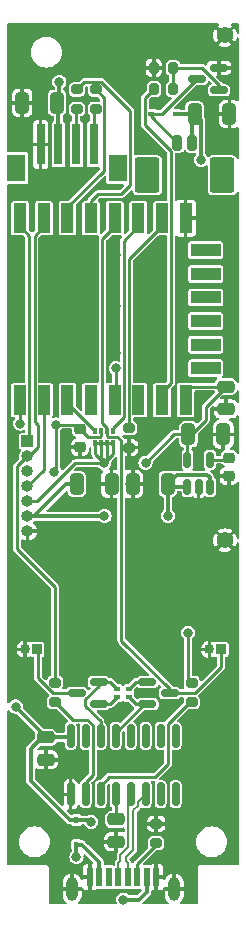
<source format=gbr>
%TF.GenerationSoftware,KiCad,Pcbnew,6.0.2*%
%TF.CreationDate,2022-05-05T15:49:36+02:00*%
%TF.ProjectId,espriktning,65737072-696b-4746-9e69-6e672e6b6963,rev?*%
%TF.SameCoordinates,Original*%
%TF.FileFunction,Copper,L1,Top*%
%TF.FilePolarity,Positive*%
%FSLAX46Y46*%
G04 Gerber Fmt 4.6, Leading zero omitted, Abs format (unit mm)*
G04 Created by KiCad (PCBNEW 6.0.2) date 2022-05-05 15:49:36*
%MOMM*%
%LPD*%
G01*
G04 APERTURE LIST*
G04 Aperture macros list*
%AMRoundRect*
0 Rectangle with rounded corners*
0 $1 Rounding radius*
0 $2 $3 $4 $5 $6 $7 $8 $9 X,Y pos of 4 corners*
0 Add a 4 corners polygon primitive as box body*
4,1,4,$2,$3,$4,$5,$6,$7,$8,$9,$2,$3,0*
0 Add four circle primitives for the rounded corners*
1,1,$1+$1,$2,$3*
1,1,$1+$1,$4,$5*
1,1,$1+$1,$6,$7*
1,1,$1+$1,$8,$9*
0 Add four rect primitives between the rounded corners*
20,1,$1+$1,$2,$3,$4,$5,0*
20,1,$1+$1,$4,$5,$6,$7,0*
20,1,$1+$1,$6,$7,$8,$9,0*
20,1,$1+$1,$8,$9,$2,$3,0*%
G04 Aperture macros list end*
%TA.AperFunction,ComponentPad*%
%ADD10O,1.000000X1.000000*%
%TD*%
%TA.AperFunction,ComponentPad*%
%ADD11R,1.000000X1.000000*%
%TD*%
%TA.AperFunction,ComponentPad*%
%ADD12C,1.400000*%
%TD*%
%TA.AperFunction,SMDPad,CuDef*%
%ADD13RoundRect,0.150000X0.150000X-0.512500X0.150000X0.512500X-0.150000X0.512500X-0.150000X-0.512500X0*%
%TD*%
%TA.AperFunction,SMDPad,CuDef*%
%ADD14R,0.600000X1.600000*%
%TD*%
%TA.AperFunction,ComponentPad*%
%ADD15RoundRect,0.500000X0.000000X-0.500000X0.000000X-0.500000X0.000000X0.500000X0.000000X0.500000X0*%
%TD*%
%TA.AperFunction,SMDPad,CuDef*%
%ADD16RoundRect,0.200000X-0.275000X0.200000X-0.275000X-0.200000X0.275000X-0.200000X0.275000X0.200000X0*%
%TD*%
%TA.AperFunction,SMDPad,CuDef*%
%ADD17R,0.700000X3.500000*%
%TD*%
%TA.AperFunction,SMDPad,CuDef*%
%ADD18R,1.600000X2.300000*%
%TD*%
%TA.AperFunction,SMDPad,CuDef*%
%ADD19RoundRect,0.200000X0.200000X0.275000X-0.200000X0.275000X-0.200000X-0.275000X0.200000X-0.275000X0*%
%TD*%
%TA.AperFunction,SMDPad,CuDef*%
%ADD20RoundRect,0.200000X-0.200000X-0.450000X0.200000X-0.450000X0.200000X0.450000X-0.200000X0.450000X0*%
%TD*%
%TA.AperFunction,SMDPad,CuDef*%
%ADD21RoundRect,0.250001X-0.799999X-1.249999X0.799999X-1.249999X0.799999X1.249999X-0.799999X1.249999X0*%
%TD*%
%TA.AperFunction,SMDPad,CuDef*%
%ADD22RoundRect,0.250000X-0.325000X-0.650000X0.325000X-0.650000X0.325000X0.650000X-0.325000X0.650000X0*%
%TD*%
%TA.AperFunction,ComponentPad*%
%ADD23R,0.850000X0.850000*%
%TD*%
%TA.AperFunction,ComponentPad*%
%ADD24O,0.850000X0.850000*%
%TD*%
%TA.AperFunction,SMDPad,CuDef*%
%ADD25RoundRect,0.225000X-0.250000X0.225000X-0.250000X-0.225000X0.250000X-0.225000X0.250000X0.225000X0*%
%TD*%
%TA.AperFunction,SMDPad,CuDef*%
%ADD26RoundRect,0.250000X-0.475000X0.250000X-0.475000X-0.250000X0.475000X-0.250000X0.475000X0.250000X0*%
%TD*%
%TA.AperFunction,SMDPad,CuDef*%
%ADD27RoundRect,0.150000X0.587500X0.150000X-0.587500X0.150000X-0.587500X-0.150000X0.587500X-0.150000X0*%
%TD*%
%TA.AperFunction,SMDPad,CuDef*%
%ADD28RoundRect,0.150000X-0.587500X-0.150000X0.587500X-0.150000X0.587500X0.150000X-0.587500X0.150000X0*%
%TD*%
%TA.AperFunction,SMDPad,CuDef*%
%ADD29RoundRect,0.150000X0.150000X-0.825000X0.150000X0.825000X-0.150000X0.825000X-0.150000X-0.825000X0*%
%TD*%
%TA.AperFunction,SMDPad,CuDef*%
%ADD30RoundRect,0.250000X0.325000X0.650000X-0.325000X0.650000X-0.325000X-0.650000X0.325000X-0.650000X0*%
%TD*%
%TA.AperFunction,SMDPad,CuDef*%
%ADD31R,0.450000X0.600000*%
%TD*%
%TA.AperFunction,SMDPad,CuDef*%
%ADD32R,0.600000X0.450000*%
%TD*%
%TA.AperFunction,SMDPad,CuDef*%
%ADD33R,1.100000X2.500000*%
%TD*%
%TA.AperFunction,SMDPad,CuDef*%
%ADD34R,2.500000X1.100000*%
%TD*%
%TA.AperFunction,SMDPad,CuDef*%
%ADD35R,0.500000X0.400000*%
%TD*%
%TA.AperFunction,SMDPad,CuDef*%
%ADD36R,0.400000X0.500000*%
%TD*%
%TA.AperFunction,SMDPad,CuDef*%
%ADD37R,0.300000X0.500000*%
%TD*%
%TA.AperFunction,SMDPad,CuDef*%
%ADD38RoundRect,0.200000X0.275000X-0.200000X0.275000X0.200000X-0.275000X0.200000X-0.275000X-0.200000X0*%
%TD*%
%TA.AperFunction,ViaPad*%
%ADD39C,0.800000*%
%TD*%
%TA.AperFunction,Conductor*%
%ADD40C,0.250000*%
%TD*%
%TA.AperFunction,Conductor*%
%ADD41C,0.350000*%
%TD*%
%TA.AperFunction,Conductor*%
%ADD42C,0.300000*%
%TD*%
%TA.AperFunction,Conductor*%
%ADD43C,0.200000*%
%TD*%
G04 APERTURE END LIST*
D10*
%TO.P,J4,7,Pin_7*%
%TO.N,GND*%
X31900000Y-73195000D03*
%TO.P,J4,6,Pin_6*%
%TO.N,+5V*%
X31900000Y-71925000D03*
%TO.P,J4,5,Pin_5*%
%TO.N,+3V3*%
X31900000Y-70655000D03*
%TO.P,J4,4,Pin_4*%
%TO.N,ADC*%
X31900000Y-69385000D03*
%TO.P,J4,3,Pin_3*%
%TO.N,GPIO14*%
X31900000Y-68115000D03*
%TO.P,J4,2,Pin_2*%
%TO.N,RX*%
X31900000Y-66845000D03*
D11*
%TO.P,J4,1,Pin_1*%
%TO.N,TX*%
X31900000Y-65575000D03*
%TD*%
D12*
%TO.P,J7,1,Pin_1*%
%TO.N,GND*%
X48625000Y-31225000D03*
%TD*%
%TO.P,J6,1,Pin_1*%
%TO.N,GND*%
X48625000Y-73975000D03*
%TD*%
D13*
%TO.P,U2,1,IN*%
%TO.N,+5V*%
X45450000Y-69437500D03*
%TO.P,U2,2,GND*%
%TO.N,GND*%
X46400000Y-69437500D03*
%TO.P,U2,3,EN*%
%TO.N,+5V*%
X47350000Y-69437500D03*
%TO.P,U2,4,BP*%
%TO.N,Net-(C11-Pad1)*%
X47350000Y-67162500D03*
%TO.P,U2,5,OUT*%
%TO.N,+3V3*%
X45450000Y-67162500D03*
%TD*%
D14*
%TO.P,J1,A1,GND*%
%TO.N,GND*%
X42800000Y-102500000D03*
X37200000Y-102500000D03*
%TO.P,J1,A4,VBUS*%
%TO.N,Net-(D19-Pad2)*%
X38000000Y-102500000D03*
X42000000Y-102500000D03*
%TO.P,J1,A5,CC1*%
%TO.N,Net-(J1-PadA5)*%
X41200000Y-102500000D03*
%TO.P,J1,A8,SBU1*%
%TO.N,unconnected-(J1-PadA8)*%
X38800000Y-102500000D03*
%TO.P,J1,B6,D+*%
%TO.N,/D_P*%
X39600000Y-102500000D03*
%TO.P,J1,B7,D-*%
%TO.N,/D_N*%
X40400000Y-102500000D03*
D15*
%TO.P,J1,S1,SHIELD*%
%TO.N,GND*%
X44320000Y-103500000D03*
X35680000Y-103500000D03*
%TD*%
D16*
%TO.P,R3,1*%
%TO.N,GND*%
X42800000Y-97975000D03*
%TO.P,R3,2*%
%TO.N,Net-(J1-PadA5)*%
X42800000Y-99625000D03*
%TD*%
D17*
%TO.P,J2,1,Pin_1*%
%TO.N,GND*%
X33025000Y-40450000D03*
%TO.P,J2,2,Pin_2*%
%TO.N,+5V*%
X34525000Y-40450000D03*
%TO.P,J2,3,Pin_3*%
%TO.N,Net-(J2-Pad3)*%
X36025000Y-40450000D03*
%TO.P,J2,4,Pin_4*%
%TO.N,Net-(J2-Pad4)*%
X37525000Y-40450000D03*
D18*
%TO.P,J2,MP*%
%TO.N,N/C*%
X39575000Y-42450000D03*
X30975000Y-42450000D03*
%TD*%
D19*
%TO.P,R8,1*%
%TO.N,Net-(Q1-Pad1)*%
X44250000Y-35775000D03*
%TO.P,R8,2*%
%TO.N,GPIO13*%
X42600000Y-35775000D03*
%TD*%
%TO.P,R9,1*%
%TO.N,Net-(Q1-Pad1)*%
X44250000Y-33975000D03*
%TO.P,R9,2*%
%TO.N,GND*%
X42600000Y-33975000D03*
%TD*%
D20*
%TO.P,J3,1,Pin_1*%
%TO.N,Net-(D1-Pad2)*%
X44600000Y-40300000D03*
%TO.P,J3,2,Pin_2*%
%TO.N,+5V*%
X45850000Y-40300000D03*
D21*
%TO.P,J3,MP*%
%TO.N,N/C*%
X42050000Y-43050000D03*
X48400000Y-43050000D03*
%TD*%
D16*
%TO.P,R5,1*%
%TO.N,GPIO15*%
X40500000Y-64475000D03*
%TO.P,R5,2*%
%TO.N,GND*%
X40500000Y-66125000D03*
%TD*%
D22*
%TO.P,C3,1*%
%TO.N,+3V3*%
X45525000Y-65000000D03*
%TO.P,C3,2*%
%TO.N,GND*%
X48475000Y-65000000D03*
%TD*%
%TO.P,C4,1*%
%TO.N,+5V*%
X36075000Y-69200000D03*
%TO.P,C4,2*%
%TO.N,GND*%
X39025000Y-69200000D03*
%TD*%
D23*
%TO.P,SW1,1,1*%
%TO.N,RST*%
X32700000Y-83200000D03*
D24*
%TO.P,SW1,2,2*%
%TO.N,GND*%
X31700000Y-83200000D03*
%TD*%
D23*
%TO.P,SW2,1,1*%
%TO.N,GPIO0*%
X48300000Y-83200000D03*
D24*
%TO.P,SW2,2,2*%
%TO.N,GND*%
X47300000Y-83200000D03*
%TD*%
D25*
%TO.P,C2,1*%
%TO.N,RST*%
X36350000Y-64539511D03*
%TO.P,C2,2*%
%TO.N,GND*%
X36350000Y-66089511D03*
%TD*%
D26*
%TO.P,C7,1*%
%TO.N,+3V3*%
X48700000Y-60950000D03*
%TO.P,C7,2*%
%TO.N,GND*%
X48700000Y-62850000D03*
%TD*%
%TO.P,C5,1*%
%TO.N,Net-(C5-Pad1)*%
X39400000Y-97600000D03*
%TO.P,C5,2*%
%TO.N,GND*%
X39400000Y-99500000D03*
%TD*%
%TO.P,C6,1*%
%TO.N,+5V*%
X33450000Y-90650000D03*
%TO.P,C6,2*%
%TO.N,GND*%
X33450000Y-92550000D03*
%TD*%
D27*
%TO.P,Q2,1,B*%
%TO.N,Net-(Q2-Pad1)*%
X37937500Y-87850000D03*
%TO.P,Q2,2,E*%
%TO.N,Net-(Q2-Pad2)*%
X37937500Y-85950000D03*
%TO.P,Q2,3,C*%
%TO.N,RST*%
X36062500Y-86900000D03*
%TD*%
D28*
%TO.P,Q3,1,B*%
%TO.N,Net-(Q3-Pad1)*%
X42062500Y-85950000D03*
%TO.P,Q3,2,E*%
%TO.N,Net-(Q3-Pad2)*%
X42062500Y-87850000D03*
%TO.P,Q3,3,C*%
%TO.N,GPIO0*%
X43937500Y-86900000D03*
%TD*%
D29*
%TO.P,U3,1,GND*%
%TO.N,GND*%
X35555000Y-95475000D03*
%TO.P,U3,2,TXD*%
%TO.N,Net-(R10-Pad2)*%
X36825000Y-95475000D03*
%TO.P,U3,3,RXD*%
%TO.N,Net-(R13-Pad2)*%
X38095000Y-95475000D03*
%TO.P,U3,4,V3*%
%TO.N,Net-(C5-Pad1)*%
X39365000Y-95475000D03*
%TO.P,U3,5,UD+*%
%TO.N,/D_P*%
X40635000Y-95475000D03*
%TO.P,U3,6,UD-*%
%TO.N,/D_N*%
X41905000Y-95475000D03*
%TO.P,U3,7,NC*%
%TO.N,unconnected-(U3-Pad7)*%
X43175000Y-95475000D03*
%TO.P,U3,8,NC*%
%TO.N,unconnected-(U3-Pad8)*%
X44445000Y-95475000D03*
%TO.P,U3,9,~{CTS}*%
%TO.N,unconnected-(U3-Pad9)*%
X44445000Y-90525000D03*
%TO.P,U3,10,~{DSR}*%
%TO.N,unconnected-(U3-Pad10)*%
X43175000Y-90525000D03*
%TO.P,U3,11,~{RI}*%
%TO.N,unconnected-(U3-Pad11)*%
X41905000Y-90525000D03*
%TO.P,U3,12,~{DCD}*%
%TO.N,unconnected-(U3-Pad12)*%
X40635000Y-90525000D03*
%TO.P,U3,13,~{DTR}*%
%TO.N,Net-(Q3-Pad2)*%
X39365000Y-90525000D03*
%TO.P,U3,14,~{RTS}*%
%TO.N,Net-(Q2-Pad2)*%
X38095000Y-90525000D03*
%TO.P,U3,15,R232*%
%TO.N,unconnected-(U3-Pad15)*%
X36825000Y-90525000D03*
%TO.P,U3,16,VCC*%
%TO.N,+5V*%
X35555000Y-90525000D03*
%TD*%
D22*
%TO.P,C8,1*%
%TO.N,+5V*%
X46050000Y-37875000D03*
%TO.P,C8,2*%
%TO.N,GND*%
X49000000Y-37875000D03*
%TD*%
D30*
%TO.P,C9,1*%
%TO.N,+5V*%
X34400000Y-36925000D03*
%TO.P,C9,2*%
%TO.N,GND*%
X31450000Y-36925000D03*
%TD*%
D31*
%TO.P,D19,1,K*%
%TO.N,+5V*%
X36050000Y-97650000D03*
%TO.P,D19,2,A*%
%TO.N,Net-(D19-Pad2)*%
X36050000Y-99750000D03*
%TD*%
D16*
%TO.P,R10,1*%
%TO.N,RX*%
X34250000Y-86025000D03*
%TO.P,R10,2*%
%TO.N,Net-(R10-Pad2)*%
X34250000Y-87675000D03*
%TD*%
%TO.P,R13,1*%
%TO.N,TX*%
X45800000Y-86025000D03*
%TO.P,R13,2*%
%TO.N,Net-(R13-Pad2)*%
X45800000Y-87675000D03*
%TD*%
D32*
%TO.P,D1,1,K*%
%TO.N,+5V*%
X44475000Y-37875000D03*
%TO.P,D1,2,A*%
%TO.N,Net-(D1-Pad2)*%
X42375000Y-37875000D03*
%TD*%
D33*
%TO.P,U1,1,REST*%
%TO.N,RST*%
X31287500Y-62100000D03*
%TO.P,U1,2,ADC*%
%TO.N,ADC*%
X33287500Y-62100000D03*
%TO.P,U1,3,CH_PD*%
%TO.N,Net-(RN2-Pad4)*%
X35287500Y-62100000D03*
%TO.P,U1,4,GPIO16*%
%TO.N,GPIO16*%
X37287500Y-62100000D03*
%TO.P,U1,5,GPIO14*%
%TO.N,GPIO14*%
X39287500Y-62100000D03*
%TO.P,U1,6,GPIO12*%
%TO.N,GPIO12*%
X41287500Y-62100000D03*
%TO.P,U1,7,GPIO13*%
%TO.N,GPIO13*%
X43287500Y-62100000D03*
%TO.P,U1,8,VCC*%
%TO.N,+3V3*%
X45287500Y-62100000D03*
%TO.P,U1,9,GND*%
%TO.N,GND*%
X45287500Y-46700000D03*
%TO.P,U1,10,GPIO15*%
%TO.N,GPIO15*%
X43287500Y-46700000D03*
%TO.P,U1,11,GPIO2*%
%TO.N,GPIO2*%
X41287500Y-46700000D03*
%TO.P,U1,12,GPIO0*%
%TO.N,GPIO0*%
X39287500Y-46700000D03*
%TO.P,U1,13,GPIO4*%
%TO.N,GPIO4*%
X37287500Y-46700000D03*
%TO.P,U1,14,GPIO5*%
%TO.N,GPIO5*%
X35287500Y-46700000D03*
%TO.P,U1,15,RXD*%
%TO.N,RX*%
X33287500Y-46700000D03*
%TO.P,U1,16,TXD*%
%TO.N,TX*%
X31287500Y-46700000D03*
D34*
%TO.P,U1,17,CS0*%
%TO.N,unconnected-(U1-Pad17)*%
X46987500Y-59410000D03*
%TO.P,U1,18,MISO*%
%TO.N,unconnected-(U1-Pad18)*%
X46987500Y-57410000D03*
%TO.P,U1,19,GPIO9*%
%TO.N,GPIO9*%
X46987500Y-55410000D03*
%TO.P,U1,20,GPIO10*%
%TO.N,GPIO10*%
X46987500Y-53410000D03*
%TO.P,U1,21,MOSI*%
%TO.N,unconnected-(U1-Pad21)*%
X46987500Y-51410000D03*
%TO.P,U1,22,SCLK*%
%TO.N,unconnected-(U1-Pad22)*%
X46987500Y-49410000D03*
%TD*%
D27*
%TO.P,Q1,1,G*%
%TO.N,Net-(Q1-Pad1)*%
X48112500Y-35875000D03*
%TO.P,Q1,2,S*%
%TO.N,GND*%
X48112500Y-33975000D03*
%TO.P,Q1,3,D*%
%TO.N,Net-(D1-Pad2)*%
X46237500Y-34925000D03*
%TD*%
D30*
%TO.P,C1,1*%
%TO.N,+5V*%
X43775000Y-69200000D03*
%TO.P,C1,2*%
%TO.N,GND*%
X40825000Y-69200000D03*
%TD*%
D25*
%TO.P,C11,1*%
%TO.N,Net-(C11-Pad1)*%
X48950000Y-66975000D03*
%TO.P,C11,2*%
%TO.N,GND*%
X48950000Y-68525000D03*
%TD*%
D35*
%TO.P,RN1,1,R1.1*%
%TO.N,Net-(Q3-Pad2)*%
X40500000Y-87250000D03*
%TO.P,RN1,2,R1.2*%
%TO.N,Net-(Q2-Pad1)*%
X39500000Y-87250000D03*
%TO.P,RN1,3,R2.1*%
%TO.N,Net-(Q3-Pad1)*%
X40500000Y-86550000D03*
%TO.P,RN1,4,R2.2*%
%TO.N,Net-(Q2-Pad2)*%
X39500000Y-86550000D03*
%TD*%
D36*
%TO.P,RN2,1,R1.1*%
%TO.N,GPIO2*%
X39150000Y-64750000D03*
D37*
%TO.P,RN2,2,R2.1*%
%TO.N,GPIO0*%
X38650000Y-64750000D03*
%TO.P,RN2,3,R3.1*%
%TO.N,RST*%
X38150000Y-64750000D03*
D36*
%TO.P,RN2,4,R4.1*%
%TO.N,Net-(RN2-Pad4)*%
X37650000Y-64750000D03*
%TO.P,RN2,5,R4.2*%
%TO.N,+3V3*%
X37650000Y-65750000D03*
D37*
%TO.P,RN2,6,R3.2*%
X38150000Y-65750000D03*
%TO.P,RN2,7,R2.2*%
X38650000Y-65750000D03*
D36*
%TO.P,RN2,8,R1.2*%
X39150000Y-65750000D03*
%TD*%
D38*
%TO.P,R6,1*%
%TO.N,Net-(J2-Pad3)*%
X36100000Y-37450000D03*
%TO.P,R6,2*%
%TO.N,GPIO4*%
X36100000Y-35800000D03*
%TD*%
%TO.P,R4,1*%
%TO.N,Net-(J2-Pad4)*%
X37675000Y-37450000D03*
%TO.P,R4,2*%
%TO.N,GPIO5*%
X37675000Y-35800000D03*
%TD*%
D39*
%TO.N,GND*%
X31400000Y-39500000D03*
X42350000Y-81900000D03*
X39400000Y-49850000D03*
X36300000Y-32700000D03*
X35050000Y-66100000D03*
X35350000Y-58100000D03*
X43200000Y-49850000D03*
X45450000Y-71150000D03*
X30950000Y-96000000D03*
X37050000Y-81900000D03*
X40900000Y-77900000D03*
X48950000Y-71150000D03*
X39400000Y-32700000D03*
X39400000Y-58100000D03*
X49300000Y-54100000D03*
X47625000Y-39675000D03*
X48600000Y-96600000D03*
X31850000Y-78000000D03*
X43150000Y-58100000D03*
X49300000Y-49850000D03*
X43150000Y-54100000D03*
X39400000Y-54100000D03*
X31050000Y-49850000D03*
X47700000Y-81900000D03*
X43800000Y-77900000D03*
X34300000Y-44400000D03*
X48800000Y-86900000D03*
X31900000Y-81900000D03*
X46400000Y-67100000D03*
X47650000Y-77900000D03*
X43425000Y-34875000D03*
X49300000Y-58100000D03*
X47350000Y-71150000D03*
X48950000Y-69900000D03*
X37100000Y-77900000D03*
X43200000Y-32700000D03*
X35300000Y-49850000D03*
X49350000Y-46700000D03*
X46650000Y-32650000D03*
X41300000Y-92700000D03*
X37650000Y-69275000D03*
X44100000Y-67100000D03*
X44100000Y-100800000D03*
X31050000Y-54150000D03*
X35350000Y-54150000D03*
X31050000Y-58100000D03*
%TO.N,+5V*%
X30900000Y-88050000D03*
X37300000Y-97800000D03*
X43800000Y-71900000D03*
X34600000Y-35150000D03*
X46600000Y-41750000D03*
X38425000Y-71925000D03*
%TO.N,GPIO14*%
X39400000Y-59400000D03*
%TO.N,TX*%
X45500000Y-81800000D03*
%TO.N,RST*%
X34300000Y-64175000D03*
X34175000Y-68150000D03*
X31297839Y-64089661D03*
%TO.N,+3V3*%
X38400000Y-67450000D03*
X41900000Y-67400000D03*
%TO.N,Net-(D19-Pad2)*%
X40000000Y-104400000D03*
X36050000Y-100800000D03*
%TD*%
D40*
%TO.N,+3V3*%
X38400000Y-67450000D02*
X35925000Y-67450000D01*
X35925000Y-67450000D02*
X32720000Y-70655000D01*
X32720000Y-70655000D02*
X31900000Y-70655000D01*
D41*
%TO.N,+5V*%
X31900000Y-71925000D02*
X32450000Y-71925000D01*
X32450000Y-71925000D02*
X35175000Y-69200000D01*
X35175000Y-69200000D02*
X36075000Y-69200000D01*
D40*
%TO.N,GPIO0*%
X43937500Y-86900000D02*
X43937500Y-86557849D01*
X43937500Y-86557849D02*
X39850000Y-82470349D01*
X39850000Y-82470349D02*
X39850000Y-66550361D01*
X39850000Y-66550361D02*
X39800480Y-66500841D01*
X39800480Y-66500841D02*
X39800480Y-65501458D01*
X38725489Y-65224511D02*
X38650000Y-65149022D01*
X39800480Y-65501458D02*
X39523533Y-65224511D01*
X39523533Y-65224511D02*
X38725489Y-65224511D01*
X38650000Y-65149022D02*
X38650000Y-64750000D01*
D42*
%TO.N,+5V*%
X47125480Y-68425480D02*
X47350000Y-68650000D01*
X46600000Y-41750000D02*
X46600000Y-38425000D01*
X45850000Y-40300000D02*
X45850000Y-38075000D01*
X44549520Y-68425480D02*
X47125480Y-68425480D01*
X34600000Y-35150000D02*
X34600000Y-36725000D01*
D41*
X33450000Y-90650000D02*
X35430000Y-90650000D01*
D42*
X45850000Y-38075000D02*
X46050000Y-37875000D01*
X46050000Y-37875000D02*
X44475000Y-37875000D01*
D41*
X32175480Y-91625480D02*
X32175480Y-94350480D01*
D42*
X43775000Y-69200000D02*
X44549520Y-68425480D01*
D41*
X30900000Y-88100000D02*
X30900000Y-88050000D01*
X37150000Y-97650000D02*
X36050000Y-97650000D01*
D42*
X34600000Y-36725000D02*
X34400000Y-36925000D01*
X47350000Y-68650000D02*
X47350000Y-69437500D01*
D41*
X35475000Y-97650000D02*
X36050000Y-97650000D01*
D42*
X34525000Y-40450000D02*
X34525000Y-37050000D01*
X45450000Y-69437500D02*
X44012500Y-69437500D01*
X43775000Y-69200000D02*
X43775000Y-71875000D01*
X46600000Y-38425000D02*
X46050000Y-37875000D01*
X43775000Y-71875000D02*
X43800000Y-71900000D01*
X33450000Y-90650000D02*
X33150960Y-90650000D01*
D41*
X32175480Y-94350480D02*
X35475000Y-97650000D01*
D42*
X35430000Y-90650000D02*
X35555000Y-90525000D01*
D41*
X31900000Y-71925000D02*
X38425000Y-71925000D01*
D42*
X34525000Y-37050000D02*
X34400000Y-36925000D01*
D41*
X33150960Y-90650000D02*
X32175480Y-91625480D01*
X30900000Y-88050000D02*
X30900000Y-87800000D01*
D42*
X44012500Y-69437500D02*
X43775000Y-69200000D01*
D41*
X33450000Y-90650000D02*
X30900000Y-88100000D01*
X37300000Y-97800000D02*
X37150000Y-97650000D01*
D40*
%TO.N,GPIO2*%
X40075000Y-63525000D02*
X40075000Y-48612500D01*
X39150000Y-64750000D02*
X39150000Y-64450000D01*
X40075000Y-48612500D02*
X41287500Y-47400000D01*
X39150000Y-64450000D02*
X40075000Y-63525000D01*
%TO.N,Net-(J1-PadA5)*%
X41200000Y-102500000D02*
X41200000Y-101350978D01*
X42800000Y-99750978D02*
X42800000Y-99625000D01*
X41200000Y-101350978D02*
X42800000Y-99750978D01*
%TO.N,Net-(D1-Pad2)*%
X44600000Y-40300000D02*
X42375000Y-38075000D01*
X43287500Y-37875000D02*
X46237500Y-34925000D01*
X42375000Y-38075000D02*
X42375000Y-37875000D01*
X42375000Y-37875000D02*
X43287500Y-37875000D01*
%TO.N,Net-(Q1-Pad1)*%
X48112500Y-35412500D02*
X48112500Y-35875000D01*
X44250000Y-35775000D02*
X44250000Y-35425000D01*
X46675000Y-33975000D02*
X48112500Y-35412500D01*
X44250000Y-33975000D02*
X46675000Y-33975000D01*
X44250000Y-33975000D02*
X44250000Y-35775000D01*
%TO.N,GPIO15*%
X40500000Y-64475000D02*
X40512989Y-64462011D01*
X40525000Y-50162500D02*
X43287500Y-47400000D01*
X40525000Y-60625489D02*
X40525000Y-50162500D01*
X40512989Y-60637500D02*
X40525000Y-60625489D01*
X40512989Y-64462011D02*
X40512989Y-60637500D01*
%TO.N,Net-(RN2-Pad4)*%
X35287500Y-62366294D02*
X35287500Y-61400000D01*
X37650000Y-64728794D02*
X35287500Y-62366294D01*
X37650000Y-64750000D02*
X37650000Y-64728794D01*
%TO.N,GPIO4*%
X40599511Y-37624511D02*
X38150480Y-35175480D01*
X37287500Y-45262500D02*
X37900000Y-44650000D01*
X38150480Y-35175480D02*
X36724520Y-35175480D01*
X39825000Y-44650000D02*
X40599511Y-43875489D01*
X37900000Y-44650000D02*
X39825000Y-44650000D01*
X40599511Y-43875489D02*
X40599511Y-37624511D01*
X36724520Y-35175480D02*
X36100000Y-35800000D01*
X37287500Y-47400000D02*
X37287500Y-45262500D01*
%TO.N,GPIO13*%
X41850489Y-36524511D02*
X42600000Y-35775000D01*
X44062011Y-60625489D02*
X44062011Y-41012372D01*
X41850489Y-38800850D02*
X41850489Y-36524511D01*
X44062011Y-41012372D02*
X41850489Y-38800850D01*
X43287500Y-61400000D02*
X44062011Y-60625489D01*
%TO.N,GPIO14*%
X39400000Y-61287500D02*
X39287500Y-61400000D01*
X39400000Y-59400000D02*
X39400000Y-61287500D01*
%TO.N,Net-(C5-Pad1)*%
X39400000Y-95510000D02*
X39365000Y-95475000D01*
X39400000Y-97600000D02*
X39400000Y-95510000D01*
%TO.N,RX*%
X32800000Y-64250000D02*
X32500000Y-63950000D01*
X32500000Y-63950000D02*
X32500000Y-48187500D01*
X34250000Y-77950000D02*
X31025000Y-74725000D01*
X32800000Y-66052106D02*
X32800000Y-64250000D01*
X32007106Y-66845000D02*
X32800000Y-66052106D01*
X31025000Y-74725000D02*
X31025000Y-67720000D01*
X34250000Y-86025000D02*
X33975489Y-85750489D01*
X31900000Y-66845000D02*
X32007106Y-66845000D01*
X31025000Y-67720000D02*
X31900000Y-66845000D01*
X34250000Y-86025000D02*
X34250000Y-77950000D01*
X32500000Y-48187500D02*
X33287500Y-47400000D01*
%TO.N,TX*%
X45500000Y-85725000D02*
X45800000Y-86025000D01*
X32062011Y-48174511D02*
X31287500Y-47400000D01*
X32062011Y-65412989D02*
X32062011Y-48174511D01*
X31900000Y-65575000D02*
X32062011Y-65412989D01*
X45500000Y-81800000D02*
X45500000Y-85725000D01*
%TO.N,Net-(Q2-Pad1)*%
X38095000Y-88007500D02*
X37937500Y-87850000D01*
X37937500Y-87850000D02*
X38900000Y-87850000D01*
X38900000Y-87850000D02*
X39500000Y-87250000D01*
%TO.N,RST*%
X32800000Y-85650361D02*
X32800000Y-83200000D01*
X37035000Y-65224511D02*
X38074511Y-65224511D01*
X36350000Y-64539511D02*
X37035000Y-65224511D01*
X34049639Y-86900000D02*
X32800000Y-85650361D01*
X36062500Y-86900000D02*
X34049639Y-86900000D01*
X31297839Y-64089661D02*
X31297839Y-61410339D01*
X34300000Y-68300000D02*
X34300000Y-64175000D01*
X34200000Y-68400000D02*
X34300000Y-68300000D01*
X35985489Y-64175000D02*
X36350000Y-64539511D01*
X34300000Y-64175000D02*
X35985489Y-64175000D01*
X38150000Y-65149022D02*
X38150000Y-64750000D01*
X38074511Y-65224511D02*
X38150000Y-65149022D01*
X31297839Y-61410339D02*
X31287500Y-61400000D01*
%TO.N,Net-(Q2-Pad2)*%
X37937500Y-85950000D02*
X38900000Y-85950000D01*
X38900000Y-85950000D02*
X39500000Y-86550000D01*
X37937500Y-86312500D02*
X37937500Y-85950000D01*
X36805131Y-87444869D02*
X37937500Y-86312500D01*
X38095000Y-89274651D02*
X36805131Y-87984782D01*
X38095000Y-90525000D02*
X38095000Y-89274651D01*
X36805131Y-87984782D02*
X36805131Y-87444869D01*
%TO.N,GPIO0*%
X38250000Y-64025489D02*
X38250000Y-48437500D01*
X38650000Y-64750000D02*
X38650000Y-64425489D01*
X38650000Y-64425489D02*
X38250000Y-64025489D01*
X38250000Y-48437500D02*
X39287500Y-47400000D01*
X48300000Y-84700000D02*
X48300000Y-83200000D01*
X46100000Y-86900000D02*
X43937500Y-86900000D01*
X48300000Y-84700000D02*
X46100000Y-86900000D01*
%TO.N,Net-(Q3-Pad2)*%
X42062500Y-87850000D02*
X41100000Y-87850000D01*
X39365000Y-90290349D02*
X41805349Y-87850000D01*
X39365000Y-90525000D02*
X39365000Y-90290349D01*
X41100000Y-87850000D02*
X40500000Y-87250000D01*
X41805349Y-87850000D02*
X42062500Y-87850000D01*
%TO.N,+3V3*%
X38650000Y-65750000D02*
X39150000Y-65750000D01*
X44300000Y-65000000D02*
X45525000Y-65000000D01*
X38150000Y-65750000D02*
X38650000Y-65750000D01*
X45800000Y-65000000D02*
X47000000Y-63800000D01*
X45525000Y-65000000D02*
X45800000Y-65000000D01*
X48700000Y-60950000D02*
X45737500Y-60950000D01*
X37650000Y-65750000D02*
X38150000Y-65750000D01*
X47000000Y-62650000D02*
X48700000Y-60950000D01*
X41900000Y-67400000D02*
X44300000Y-65000000D01*
X38150000Y-67200000D02*
X38150000Y-65750000D01*
X38650000Y-67200000D02*
X38650000Y-65750000D01*
X45450000Y-65075000D02*
X45525000Y-65000000D01*
X47000000Y-63800000D02*
X47000000Y-62650000D01*
X45737500Y-60950000D02*
X45287500Y-61400000D01*
X45450000Y-67162500D02*
X45450000Y-65075000D01*
X38400000Y-67450000D02*
X37650000Y-66700000D01*
X39150000Y-66700000D02*
X39150000Y-65750000D01*
X37650000Y-66700000D02*
X37650000Y-65750000D01*
X38400000Y-67450000D02*
X38150000Y-67200000D01*
X38400000Y-67450000D02*
X39150000Y-66700000D01*
X38400000Y-67450000D02*
X38650000Y-67200000D01*
D41*
%TO.N,Net-(D19-Pad2)*%
X42000000Y-102500000D02*
X42000000Y-103749022D01*
X41349022Y-104400000D02*
X40000000Y-104400000D01*
X36050000Y-100800000D02*
X36050000Y-99750000D01*
X42000000Y-103749022D02*
X41349022Y-104400000D01*
X38000000Y-102500000D02*
X38000000Y-101250978D01*
X38000000Y-101250978D02*
X36499022Y-99750000D01*
X36499022Y-99750000D02*
X36050000Y-99750000D01*
D40*
%TO.N,GPIO5*%
X38374520Y-36499520D02*
X37675000Y-35800000D01*
X38374520Y-42675480D02*
X38374520Y-36499520D01*
X35287500Y-45762500D02*
X38374520Y-42675480D01*
X35287500Y-47400000D02*
X35287500Y-45762500D01*
%TO.N,Net-(R10-Pad2)*%
X37449520Y-89644869D02*
X36954651Y-89150000D01*
X36825000Y-94458036D02*
X37449520Y-93833516D01*
X35725000Y-89150000D02*
X34250000Y-87675000D01*
X36825000Y-95475000D02*
X36825000Y-94458036D01*
X37449520Y-93833516D02*
X37449520Y-89644869D01*
X36954651Y-89150000D02*
X35725000Y-89150000D01*
%TO.N,Net-(R13-Pad2)*%
X38827032Y-94000000D02*
X42700000Y-94000000D01*
X45648928Y-87675000D02*
X45800000Y-87675000D01*
X38095000Y-94732032D02*
X38827032Y-94000000D01*
X42700000Y-94000000D02*
X43799520Y-92900480D01*
X38095000Y-95475000D02*
X38095000Y-94732032D01*
X43799520Y-92900480D02*
X43799520Y-89524408D01*
X43799520Y-89524408D02*
X45648928Y-87675000D01*
D43*
%TO.N,/D_P*%
X39775000Y-101124999D02*
X39775000Y-100627138D01*
X40635000Y-96108603D02*
X40635000Y-95475000D01*
X39600000Y-102500000D02*
X39600000Y-101299999D01*
X39775000Y-100627138D02*
X40424520Y-99977618D01*
X39600000Y-101299999D02*
X39775000Y-101124999D01*
X40424520Y-99977618D02*
X40424520Y-96319083D01*
X40424520Y-96319083D02*
X40635000Y-96108603D01*
%TO.N,/D_N*%
X41234520Y-96145480D02*
X41905000Y-95475000D01*
X41234520Y-96486197D02*
X41234520Y-96145480D01*
X40874511Y-100164010D02*
X40874511Y-96846206D01*
X40225000Y-101124999D02*
X40225000Y-100813521D01*
X40225000Y-100813521D02*
X40874511Y-100164010D01*
X40400000Y-102500000D02*
X40400000Y-101299999D01*
X40400000Y-101299999D02*
X40225000Y-101124999D01*
X40874511Y-96846206D02*
X41234520Y-96486197D01*
D40*
%TO.N,Net-(C11-Pad1)*%
X48712500Y-67137500D02*
X48925000Y-66925000D01*
X47350000Y-67137500D02*
X48712500Y-67137500D01*
%TO.N,Net-(Q3-Pad1)*%
X42062500Y-85950000D02*
X41100000Y-85950000D01*
X41100000Y-85950000D02*
X40500000Y-86550000D01*
%TO.N,ADC*%
X33287500Y-61400000D02*
X33287500Y-67997500D01*
X33287500Y-67997500D02*
X31900000Y-69385000D01*
%TO.N,Net-(J2-Pad3)*%
X36025000Y-37525000D02*
X36100000Y-37450000D01*
X36025000Y-40450000D02*
X36025000Y-37525000D01*
%TO.N,Net-(J2-Pad4)*%
X37525000Y-40450000D02*
X37525000Y-37600000D01*
X37525000Y-37600000D02*
X37675000Y-37450000D01*
%TD*%
%TA.AperFunction,Conductor*%
%TO.N,GND*%
G36*
X45295004Y-40946131D02*
G01*
X45313209Y-40971188D01*
X45318412Y-40981400D01*
X45318415Y-40981404D01*
X45321950Y-40988342D01*
X45411658Y-41078050D01*
X45418595Y-41081585D01*
X45418597Y-41081586D01*
X45487222Y-41116552D01*
X45524696Y-41135646D01*
X45532390Y-41136865D01*
X45532391Y-41136865D01*
X45614635Y-41149891D01*
X45614637Y-41149891D01*
X45618481Y-41150500D01*
X45849970Y-41150500D01*
X46081518Y-41150499D01*
X46087705Y-41149519D01*
X46092620Y-41148741D01*
X46153052Y-41158313D01*
X46196316Y-41201579D01*
X46205886Y-41262011D01*
X46178109Y-41316526D01*
X46176871Y-41317764D01*
X46171718Y-41321718D01*
X46075464Y-41447159D01*
X46014956Y-41593238D01*
X45994318Y-41750000D01*
X46014956Y-41906762D01*
X46075464Y-42052841D01*
X46171718Y-42178282D01*
X46297159Y-42274536D01*
X46443238Y-42335044D01*
X46600000Y-42355682D01*
X46756762Y-42335044D01*
X46902841Y-42274536D01*
X46990233Y-42207478D01*
X47047909Y-42187054D01*
X47106574Y-42204432D01*
X47143822Y-42252973D01*
X47149500Y-42286020D01*
X47149501Y-43614890D01*
X47149501Y-44353832D01*
X47152481Y-44385368D01*
X47154478Y-44391055D01*
X47154479Y-44391059D01*
X47174477Y-44448004D01*
X47197366Y-44513183D01*
X47277850Y-44622150D01*
X47386817Y-44702634D01*
X47514632Y-44747519D01*
X47520639Y-44748087D01*
X47520640Y-44748087D01*
X47543856Y-44750282D01*
X47543866Y-44750282D01*
X47546167Y-44750500D01*
X48399632Y-44750500D01*
X49253832Y-44750499D01*
X49285368Y-44747519D01*
X49291055Y-44745522D01*
X49291059Y-44745521D01*
X49348004Y-44725523D01*
X49413183Y-44702634D01*
X49522150Y-44622150D01*
X49602634Y-44513183D01*
X49605086Y-44506202D01*
X49605088Y-44506198D01*
X49607593Y-44499064D01*
X49644713Y-44450425D01*
X49703333Y-44432894D01*
X49761062Y-44453168D01*
X49795849Y-44503502D01*
X49800000Y-44531867D01*
X49800000Y-60539323D01*
X49781093Y-60597514D01*
X49731593Y-60633478D01*
X49670407Y-60633478D01*
X49620907Y-60597514D01*
X49607592Y-60572125D01*
X49596073Y-60539323D01*
X49577634Y-60486816D01*
X49497150Y-60377850D01*
X49388184Y-60297366D01*
X49260369Y-60252481D01*
X49254362Y-60251913D01*
X49254361Y-60251913D01*
X49231145Y-60249718D01*
X49231135Y-60249718D01*
X49228834Y-60249500D01*
X48470417Y-60249500D01*
X48412226Y-60230593D01*
X48376262Y-60181093D01*
X48376262Y-60119907D01*
X48388102Y-60095498D01*
X48420948Y-60046341D01*
X48426367Y-60038231D01*
X48438000Y-59979748D01*
X48438000Y-58840252D01*
X48429032Y-58795165D01*
X48428270Y-58791334D01*
X48428269Y-58791332D01*
X48426367Y-58781769D01*
X48382052Y-58715448D01*
X48315731Y-58671133D01*
X48306168Y-58669231D01*
X48306166Y-58669230D01*
X48283495Y-58664721D01*
X48257248Y-58659500D01*
X45717752Y-58659500D01*
X45691505Y-58664721D01*
X45668834Y-58669230D01*
X45668832Y-58669231D01*
X45659269Y-58671133D01*
X45592948Y-58715448D01*
X45548633Y-58781769D01*
X45546731Y-58791332D01*
X45546730Y-58791334D01*
X45545968Y-58795165D01*
X45537000Y-58840252D01*
X45537000Y-59979748D01*
X45548633Y-60038231D01*
X45592948Y-60104552D01*
X45659269Y-60148867D01*
X45668832Y-60150769D01*
X45668834Y-60150770D01*
X45691505Y-60155279D01*
X45717752Y-60160500D01*
X47896450Y-60160500D01*
X47954641Y-60179407D01*
X47990605Y-60228907D01*
X47990605Y-60290093D01*
X47955268Y-60339133D01*
X47902850Y-60377850D01*
X47822366Y-60486816D01*
X47803927Y-60539323D01*
X47797262Y-60558302D01*
X47760142Y-60606941D01*
X47703854Y-60624500D01*
X45756026Y-60624500D01*
X45747398Y-60624123D01*
X45744076Y-60623832D01*
X45708693Y-60620737D01*
X45700330Y-60622978D01*
X45700327Y-60622978D01*
X45671156Y-60630794D01*
X45662729Y-60632663D01*
X45624455Y-60639412D01*
X45617229Y-60643584D01*
X45583679Y-60649500D01*
X44717752Y-60649500D01*
X44693817Y-60654261D01*
X44668834Y-60659230D01*
X44668832Y-60659231D01*
X44659269Y-60661133D01*
X44592948Y-60705448D01*
X44587529Y-60713558D01*
X44566513Y-60745010D01*
X44521337Y-60780624D01*
X44537173Y-60826618D01*
X44537033Y-60830088D01*
X44537000Y-60830252D01*
X44537000Y-63369748D01*
X44548633Y-63428231D01*
X44592948Y-63494552D01*
X44659269Y-63538867D01*
X44668832Y-63540769D01*
X44668834Y-63540770D01*
X44691505Y-63545279D01*
X44717752Y-63550500D01*
X45857248Y-63550500D01*
X45883495Y-63545279D01*
X45906166Y-63540770D01*
X45906168Y-63540769D01*
X45915731Y-63538867D01*
X45982052Y-63494552D01*
X46026367Y-63428231D01*
X46038000Y-63369748D01*
X46038000Y-61374500D01*
X46056907Y-61316309D01*
X46106407Y-61280345D01*
X46137000Y-61275500D01*
X47675166Y-61275500D01*
X47733357Y-61294407D01*
X47769321Y-61343907D01*
X47769321Y-61405093D01*
X47745170Y-61444504D01*
X46782943Y-62406731D01*
X46776576Y-62412565D01*
X46746806Y-62437545D01*
X46742477Y-62445044D01*
X46727373Y-62471205D01*
X46722732Y-62478489D01*
X46700446Y-62510316D01*
X46698204Y-62518684D01*
X46695738Y-62523971D01*
X46693742Y-62529456D01*
X46689412Y-62536955D01*
X46687909Y-62545481D01*
X46687908Y-62545483D01*
X46682666Y-62575216D01*
X46680796Y-62583650D01*
X46670736Y-62621193D01*
X46671491Y-62629822D01*
X46674123Y-62659905D01*
X46674500Y-62668534D01*
X46674500Y-63624165D01*
X46655593Y-63682356D01*
X46645504Y-63694169D01*
X46311212Y-64028461D01*
X46256695Y-64056238D01*
X46196263Y-64046667D01*
X46174219Y-64030652D01*
X46172150Y-64027850D01*
X46166193Y-64023450D01*
X46069136Y-63951762D01*
X46069135Y-63951761D01*
X46063184Y-63947366D01*
X45935369Y-63902481D01*
X45929362Y-63901913D01*
X45929361Y-63901913D01*
X45906145Y-63899718D01*
X45906135Y-63899718D01*
X45903834Y-63899500D01*
X45146166Y-63899500D01*
X45143865Y-63899718D01*
X45143855Y-63899718D01*
X45120639Y-63901913D01*
X45120638Y-63901913D01*
X45114631Y-63902481D01*
X44986816Y-63947366D01*
X44980865Y-63951761D01*
X44980864Y-63951762D01*
X44883807Y-64023450D01*
X44877850Y-64027850D01*
X44873450Y-64033807D01*
X44818513Y-64108186D01*
X44797366Y-64136816D01*
X44752481Y-64264631D01*
X44749500Y-64296166D01*
X44749500Y-64575500D01*
X44730593Y-64633691D01*
X44681093Y-64669655D01*
X44650500Y-64674500D01*
X44318534Y-64674500D01*
X44309905Y-64674123D01*
X44296818Y-64672978D01*
X44271193Y-64670736D01*
X44262826Y-64672978D01*
X44233651Y-64680796D01*
X44225216Y-64682666D01*
X44195483Y-64687908D01*
X44195481Y-64687909D01*
X44186955Y-64689412D01*
X44179456Y-64693742D01*
X44173971Y-64695738D01*
X44168684Y-64698204D01*
X44160316Y-64700446D01*
X44130944Y-64721013D01*
X44128489Y-64722732D01*
X44121208Y-64727371D01*
X44087545Y-64746806D01*
X44081978Y-64753441D01*
X44062569Y-64776571D01*
X44056735Y-64782939D01*
X42062967Y-66776707D01*
X42008450Y-66804484D01*
X41980045Y-66804856D01*
X41900000Y-66794318D01*
X41743238Y-66814956D01*
X41597159Y-66875464D01*
X41471718Y-66971718D01*
X41375464Y-67097159D01*
X41314956Y-67243238D01*
X41294318Y-67400000D01*
X41314956Y-67556762D01*
X41375464Y-67702841D01*
X41471718Y-67828282D01*
X41597159Y-67924536D01*
X41743238Y-67985044D01*
X41856841Y-68000000D01*
X41889746Y-68004332D01*
X41900000Y-68005682D01*
X41910255Y-68004332D01*
X41943159Y-68000000D01*
X42056762Y-67985044D01*
X42202841Y-67924536D01*
X42328282Y-67828282D01*
X42424536Y-67702841D01*
X42485044Y-67556762D01*
X42505682Y-67400000D01*
X42495144Y-67319958D01*
X42506294Y-67259799D01*
X42523293Y-67237033D01*
X44405830Y-65354496D01*
X44460347Y-65326719D01*
X44475834Y-65325500D01*
X44650500Y-65325500D01*
X44708691Y-65344407D01*
X44744655Y-65393907D01*
X44749500Y-65424500D01*
X44749500Y-65703834D01*
X44752481Y-65735369D01*
X44797366Y-65863184D01*
X44801761Y-65869135D01*
X44801762Y-65869136D01*
X44873450Y-65966193D01*
X44877850Y-65972150D01*
X44883807Y-65976550D01*
X44978712Y-66046648D01*
X44986816Y-66052634D01*
X45044357Y-66072841D01*
X45058302Y-66077738D01*
X45106941Y-66114858D01*
X45124500Y-66171146D01*
X45124500Y-66289394D01*
X45105593Y-66347585D01*
X45092581Y-66360505D01*
X45093145Y-66361068D01*
X45010707Y-66443650D01*
X44959464Y-66548482D01*
X44958355Y-66556084D01*
X44958354Y-66556087D01*
X44950499Y-66609934D01*
X44949500Y-66616782D01*
X44949500Y-67708218D01*
X44950028Y-67711801D01*
X44950028Y-67711808D01*
X44955186Y-67746846D01*
X44959642Y-67777112D01*
X44963033Y-67784018D01*
X44963033Y-67784019D01*
X44966271Y-67790613D01*
X45011068Y-67881855D01*
X45016859Y-67887636D01*
X45035170Y-67905915D01*
X45062996Y-67960408D01*
X45053477Y-68020848D01*
X45010250Y-68064150D01*
X44965228Y-68074980D01*
X44597473Y-68074980D01*
X44576637Y-68072762D01*
X44575302Y-68072475D01*
X44574259Y-68072250D01*
X44574258Y-68072250D01*
X44566260Y-68070528D01*
X44534617Y-68074273D01*
X44534441Y-68074294D01*
X44528563Y-68074641D01*
X44528563Y-68074643D01*
X44524485Y-68074980D01*
X44520405Y-68074980D01*
X44516382Y-68075650D01*
X44516378Y-68075650D01*
X44509759Y-68076752D01*
X44502424Y-68077973D01*
X44497820Y-68078629D01*
X44450382Y-68084243D01*
X44443398Y-68087597D01*
X44442060Y-68088020D01*
X44434417Y-68089292D01*
X44427211Y-68093180D01*
X44427209Y-68093181D01*
X44392383Y-68111972D01*
X44388228Y-68114089D01*
X44372646Y-68121572D01*
X44353470Y-68130780D01*
X44292831Y-68138927D01*
X44277816Y-68134946D01*
X44185369Y-68102481D01*
X44179362Y-68101913D01*
X44179361Y-68101913D01*
X44156145Y-68099718D01*
X44156135Y-68099718D01*
X44153834Y-68099500D01*
X43396166Y-68099500D01*
X43393865Y-68099718D01*
X43393855Y-68099718D01*
X43370639Y-68101913D01*
X43370638Y-68101913D01*
X43364631Y-68102481D01*
X43236816Y-68147366D01*
X43230865Y-68151761D01*
X43230864Y-68151762D01*
X43152078Y-68209955D01*
X43127850Y-68227850D01*
X43047366Y-68336816D01*
X43002481Y-68464631D01*
X43001913Y-68470638D01*
X43001913Y-68470639D01*
X43000006Y-68490817D01*
X42999500Y-68496166D01*
X42999500Y-69903834D01*
X43002481Y-69935369D01*
X43047366Y-70063184D01*
X43127850Y-70172150D01*
X43133807Y-70176550D01*
X43228712Y-70246648D01*
X43236816Y-70252634D01*
X43358303Y-70295297D01*
X43406941Y-70332416D01*
X43424500Y-70388704D01*
X43424500Y-71382396D01*
X43405593Y-71440587D01*
X43385768Y-71460937D01*
X43371718Y-71471718D01*
X43275464Y-71597159D01*
X43214956Y-71743238D01*
X43194318Y-71900000D01*
X43214956Y-72056762D01*
X43275464Y-72202841D01*
X43371718Y-72328282D01*
X43497159Y-72424536D01*
X43643238Y-72485044D01*
X43800000Y-72505682D01*
X43956762Y-72485044D01*
X44102841Y-72424536D01*
X44228282Y-72328282D01*
X44324536Y-72202841D01*
X44385044Y-72056762D01*
X44405682Y-71900000D01*
X44385044Y-71743238D01*
X44324536Y-71597159D01*
X44228282Y-71471718D01*
X44164233Y-71422571D01*
X44129577Y-71372148D01*
X44125500Y-71344030D01*
X44125500Y-70388704D01*
X44144407Y-70330513D01*
X44191697Y-70295297D01*
X44313184Y-70252634D01*
X44321289Y-70246648D01*
X44416193Y-70176550D01*
X44422150Y-70172150D01*
X44502634Y-70063184D01*
X44547519Y-69935369D01*
X44550500Y-69903834D01*
X44550500Y-69887000D01*
X44569407Y-69828809D01*
X44618907Y-69792845D01*
X44649500Y-69788000D01*
X44850500Y-69788000D01*
X44908691Y-69806907D01*
X44944655Y-69856407D01*
X44949500Y-69887000D01*
X44949500Y-69983218D01*
X44950028Y-69986801D01*
X44950028Y-69986808D01*
X44954974Y-70020402D01*
X44959642Y-70052112D01*
X45011068Y-70156855D01*
X45093650Y-70239293D01*
X45198482Y-70290536D01*
X45206084Y-70291645D01*
X45206087Y-70291646D01*
X45263237Y-70299983D01*
X45263239Y-70299983D01*
X45266782Y-70300500D01*
X45633218Y-70300500D01*
X45636801Y-70299972D01*
X45636808Y-70299972D01*
X45694499Y-70291479D01*
X45694501Y-70291478D01*
X45702112Y-70290358D01*
X45709019Y-70286967D01*
X45803929Y-70240369D01*
X45864497Y-70231695D01*
X45918595Y-70260279D01*
X45920510Y-70262537D01*
X45934165Y-70276192D01*
X46031101Y-70347791D01*
X46044034Y-70354638D01*
X46159031Y-70395022D01*
X46170734Y-70397590D01*
X46193918Y-70399782D01*
X46198554Y-70400000D01*
X46234320Y-70400000D01*
X46247005Y-70395878D01*
X46250000Y-70391757D01*
X46250000Y-69386500D01*
X46268907Y-69328309D01*
X46318407Y-69292345D01*
X46349000Y-69287500D01*
X46451000Y-69287500D01*
X46509191Y-69306407D01*
X46545155Y-69355907D01*
X46550000Y-69386500D01*
X46550000Y-70384319D01*
X46554122Y-70397004D01*
X46558243Y-70399999D01*
X46601443Y-70399999D01*
X46606086Y-70399780D01*
X46629269Y-70397589D01*
X46640965Y-70395024D01*
X46755966Y-70354638D01*
X46768899Y-70347791D01*
X46865835Y-70276192D01*
X46881421Y-70260606D01*
X46883578Y-70262763D01*
X46922505Y-70234931D01*
X46983689Y-70235396D01*
X46995857Y-70240372D01*
X47020943Y-70252634D01*
X47098482Y-70290536D01*
X47106084Y-70291645D01*
X47106087Y-70291646D01*
X47163237Y-70299983D01*
X47163239Y-70299983D01*
X47166782Y-70300500D01*
X47533218Y-70300500D01*
X47536801Y-70299972D01*
X47536808Y-70299972D01*
X47594499Y-70291479D01*
X47594501Y-70291478D01*
X47602112Y-70290358D01*
X47706855Y-70238932D01*
X47727202Y-70218550D01*
X47769128Y-70176550D01*
X47789293Y-70156350D01*
X47840536Y-70051518D01*
X47841645Y-70043916D01*
X47841646Y-70043913D01*
X47849983Y-69986763D01*
X47849983Y-69986761D01*
X47850500Y-69983218D01*
X47850500Y-68891782D01*
X47849809Y-68887083D01*
X47841479Y-68830501D01*
X47841478Y-68830499D01*
X47840358Y-68822888D01*
X47826056Y-68793757D01*
X47823131Y-68787799D01*
X48175001Y-68787799D01*
X48175360Y-68793757D01*
X48184597Y-68870094D01*
X48187702Y-68882319D01*
X48235827Y-69003872D01*
X48242393Y-69015525D01*
X48321196Y-69119342D01*
X48330658Y-69128804D01*
X48434475Y-69207607D01*
X48446128Y-69214173D01*
X48567679Y-69262297D01*
X48579907Y-69265403D01*
X48656245Y-69274641D01*
X48662199Y-69275000D01*
X48784320Y-69275000D01*
X48797005Y-69270878D01*
X48800000Y-69266757D01*
X48800000Y-68690680D01*
X48795878Y-68677995D01*
X48791757Y-68675000D01*
X48190681Y-68675000D01*
X48177996Y-68679122D01*
X48175001Y-68683243D01*
X48175001Y-68787799D01*
X47823131Y-68787799D01*
X47797229Y-68735044D01*
X47788932Y-68718145D01*
X47741289Y-68670585D01*
X47724929Y-68654253D01*
X47696558Y-68595826D01*
X47694221Y-68576083D01*
X47691236Y-68550861D01*
X47687883Y-68543878D01*
X47687461Y-68542544D01*
X47686188Y-68534897D01*
X47663506Y-68492861D01*
X47661388Y-68488703D01*
X47643422Y-68451288D01*
X47643421Y-68451287D01*
X47640726Y-68445674D01*
X47637408Y-68441726D01*
X47635898Y-68440216D01*
X47634718Y-68438929D01*
X47633852Y-68437903D01*
X47630778Y-68432206D01*
X47624773Y-68426655D01*
X47624769Y-68426650D01*
X47593982Y-68398191D01*
X47591179Y-68395497D01*
X47407225Y-68211543D01*
X47394060Y-68195240D01*
X47392746Y-68193205D01*
X47392744Y-68193203D01*
X47389582Y-68188306D01*
X47389580Y-68188301D01*
X47388305Y-68186327D01*
X47388602Y-68186135D01*
X47365678Y-68135363D01*
X47378086Y-68075449D01*
X47423341Y-68034271D01*
X47464080Y-68025500D01*
X47533218Y-68025500D01*
X47536801Y-68024972D01*
X47536808Y-68024972D01*
X47594499Y-68016479D01*
X47594501Y-68016478D01*
X47602112Y-68015358D01*
X47624570Y-68004332D01*
X47661722Y-67986091D01*
X47706855Y-67963932D01*
X47722045Y-67948716D01*
X47783513Y-67887140D01*
X47789293Y-67881350D01*
X47840536Y-67776518D01*
X47841645Y-67768916D01*
X47841646Y-67768913D01*
X47849983Y-67711763D01*
X47849983Y-67711761D01*
X47850500Y-67708218D01*
X47850500Y-67562000D01*
X47869407Y-67503809D01*
X47918907Y-67467845D01*
X47949500Y-67463000D01*
X48320244Y-67463000D01*
X48378435Y-67481907D01*
X48390248Y-67491996D01*
X48446780Y-67548528D01*
X48453717Y-67552063D01*
X48453719Y-67552064D01*
X48566874Y-67609719D01*
X48565501Y-67612414D01*
X48603990Y-67640391D01*
X48622885Y-67698586D01*
X48603965Y-67756773D01*
X48560329Y-67790613D01*
X48446128Y-67835827D01*
X48434475Y-67842393D01*
X48330658Y-67921196D01*
X48321196Y-67930658D01*
X48242393Y-68034475D01*
X48235827Y-68046128D01*
X48187703Y-68167679D01*
X48184597Y-68179907D01*
X48175359Y-68256245D01*
X48175000Y-68262199D01*
X48175000Y-68359320D01*
X48179122Y-68372005D01*
X48183243Y-68375000D01*
X49001000Y-68375000D01*
X49059191Y-68393907D01*
X49095155Y-68443407D01*
X49100000Y-68474000D01*
X49100000Y-69259319D01*
X49104122Y-69272004D01*
X49108243Y-69274999D01*
X49237799Y-69274999D01*
X49243757Y-69274640D01*
X49320094Y-69265403D01*
X49332319Y-69262298D01*
X49453872Y-69214173D01*
X49465525Y-69207607D01*
X49569342Y-69128804D01*
X49578804Y-69119342D01*
X49622144Y-69062244D01*
X49672386Y-69027325D01*
X49733558Y-69028607D01*
X49782294Y-69065600D01*
X49800000Y-69122100D01*
X49800000Y-73736383D01*
X49781093Y-73794574D01*
X49731593Y-73830538D01*
X49670407Y-73830538D01*
X49620907Y-73794574D01*
X49606225Y-73764997D01*
X49555419Y-73596718D01*
X49551748Y-73587814D01*
X49464224Y-73423204D01*
X49458891Y-73415178D01*
X49440979Y-73393215D01*
X49429767Y-73385990D01*
X49427186Y-73386134D01*
X49423773Y-73388359D01*
X48848218Y-73963914D01*
X48842164Y-73975797D01*
X48842960Y-73980828D01*
X49421233Y-74559101D01*
X49433116Y-74565155D01*
X49436396Y-74564636D01*
X49438606Y-74562903D01*
X49442934Y-74557889D01*
X49448492Y-74550009D01*
X49540577Y-74387911D01*
X49544493Y-74379116D01*
X49603338Y-74202219D01*
X49604459Y-74197286D01*
X49635787Y-74144729D01*
X49692024Y-74120624D01*
X49751689Y-74134177D01*
X49791993Y-74180213D01*
X49800000Y-74219216D01*
X49800000Y-101401000D01*
X49781093Y-101459191D01*
X49731593Y-101495155D01*
X49701000Y-101500000D01*
X46505877Y-101500000D01*
X46454551Y-101499955D01*
X46444502Y-101504781D01*
X46444500Y-101504781D01*
X46443659Y-101505185D01*
X46422817Y-101512463D01*
X46421907Y-101512670D01*
X46421904Y-101512672D01*
X46411038Y-101515150D01*
X46402320Y-101522097D01*
X46401789Y-101522520D01*
X46382954Y-101534334D01*
X46382347Y-101534625D01*
X46382343Y-101534628D01*
X46372295Y-101539453D01*
X46364746Y-101548893D01*
X46349128Y-101564484D01*
X46339677Y-101572015D01*
X46334593Y-101582555D01*
X46334541Y-101582663D01*
X46322692Y-101601478D01*
X46322270Y-101602005D01*
X46322268Y-101602010D01*
X46315306Y-101610715D01*
X46312733Y-101621907D01*
X46312598Y-101622492D01*
X46305285Y-101643318D01*
X46300035Y-101654202D01*
X46300015Y-101677213D01*
X46298270Y-101677211D01*
X46298276Y-101677277D01*
X46300000Y-101677277D01*
X46300000Y-101694123D01*
X46299955Y-101745449D01*
X46299997Y-101745537D01*
X46300000Y-101745561D01*
X46300000Y-104701000D01*
X46281093Y-104759191D01*
X46231593Y-104795155D01*
X46201000Y-104800000D01*
X44882928Y-104800000D01*
X44824737Y-104781093D01*
X44788773Y-104731593D01*
X44788773Y-104670407D01*
X44821164Y-104623629D01*
X44884937Y-104572720D01*
X44892720Y-104564937D01*
X44997785Y-104433324D01*
X45003648Y-104424012D01*
X45076943Y-104272396D01*
X45080598Y-104262017D01*
X45118786Y-104096610D01*
X45119937Y-104088570D01*
X45120000Y-104086374D01*
X45120000Y-103665680D01*
X45115878Y-103652995D01*
X45111757Y-103650000D01*
X43535681Y-103650000D01*
X43522996Y-103654122D01*
X43520001Y-103658243D01*
X43520001Y-104086382D01*
X43520064Y-104088559D01*
X43521217Y-104096619D01*
X43559402Y-104262017D01*
X43563057Y-104272396D01*
X43636352Y-104424012D01*
X43642215Y-104433324D01*
X43747280Y-104564937D01*
X43755063Y-104572720D01*
X43818836Y-104623629D01*
X43852517Y-104674710D01*
X43849742Y-104735832D01*
X43811570Y-104783650D01*
X43757072Y-104800000D01*
X41719067Y-104800000D01*
X41660876Y-104781093D01*
X41624912Y-104731593D01*
X41624912Y-104670407D01*
X41649063Y-104630996D01*
X42229725Y-104050334D01*
X42246025Y-104037170D01*
X42256210Y-104030594D01*
X42277719Y-104003311D01*
X42282964Y-103997407D01*
X42284695Y-103995364D01*
X42287575Y-103992484D01*
X42289945Y-103989168D01*
X42289948Y-103989164D01*
X42299024Y-103976463D01*
X42301826Y-103972730D01*
X42328538Y-103938847D01*
X42328538Y-103938846D01*
X42333603Y-103932422D01*
X42336138Y-103925204D01*
X42337424Y-103922727D01*
X42341872Y-103916503D01*
X42352964Y-103879415D01*
X42356578Y-103867331D01*
X42358019Y-103862897D01*
X42372960Y-103820350D01*
X42372961Y-103820346D01*
X42375023Y-103814474D01*
X42375500Y-103808967D01*
X42375500Y-103806826D01*
X42375551Y-103805642D01*
X42375758Y-103803199D01*
X42377691Y-103796735D01*
X42375576Y-103742907D01*
X42375500Y-103739020D01*
X42375500Y-103699000D01*
X42394407Y-103640809D01*
X42443907Y-103604845D01*
X42474500Y-103600000D01*
X42634320Y-103600000D01*
X42647005Y-103595878D01*
X42650000Y-103591757D01*
X42650000Y-103584320D01*
X42950000Y-103584320D01*
X42954122Y-103597005D01*
X42958243Y-103600000D01*
X43141639Y-103600000D01*
X43147485Y-103599654D01*
X43163353Y-103597766D01*
X43177519Y-103593872D01*
X43264514Y-103555230D01*
X43279321Y-103545054D01*
X43345367Y-103478892D01*
X43355518Y-103464067D01*
X43386112Y-103394863D01*
X43426933Y-103349286D01*
X43486748Y-103336408D01*
X43518413Y-103348515D01*
X43527789Y-103350000D01*
X44154320Y-103350000D01*
X44167005Y-103345878D01*
X44170000Y-103341757D01*
X44170000Y-103334320D01*
X44470000Y-103334320D01*
X44474122Y-103347005D01*
X44478243Y-103350000D01*
X45104319Y-103350000D01*
X45117004Y-103345878D01*
X45119999Y-103341757D01*
X45119999Y-102913618D01*
X45119936Y-102911441D01*
X45118783Y-102903381D01*
X45080598Y-102737983D01*
X45076943Y-102727604D01*
X45003648Y-102575988D01*
X44997785Y-102566676D01*
X44892720Y-102435063D01*
X44884937Y-102427280D01*
X44753324Y-102322215D01*
X44744012Y-102316352D01*
X44592396Y-102243057D01*
X44582018Y-102239402D01*
X44485277Y-102217068D01*
X44472447Y-102218190D01*
X44470000Y-102227015D01*
X44470000Y-103334320D01*
X44170000Y-103334320D01*
X44170000Y-102229221D01*
X44166020Y-102216971D01*
X44156873Y-102216572D01*
X44057982Y-102239402D01*
X44047604Y-102243057D01*
X43895988Y-102316352D01*
X43886676Y-102322215D01*
X43755063Y-102427280D01*
X43747280Y-102435063D01*
X43642215Y-102566676D01*
X43636352Y-102575988D01*
X43584759Y-102682711D01*
X43542410Y-102726872D01*
X43482192Y-102737707D01*
X43427105Y-102711077D01*
X43401473Y-102670214D01*
X43395878Y-102652995D01*
X43391757Y-102650000D01*
X42965680Y-102650000D01*
X42952995Y-102654122D01*
X42950000Y-102658243D01*
X42950000Y-103584320D01*
X42650000Y-103584320D01*
X42650000Y-102334320D01*
X42950000Y-102334320D01*
X42954122Y-102347005D01*
X42958243Y-102350000D01*
X43384320Y-102350000D01*
X43397005Y-102345878D01*
X43400000Y-102341757D01*
X43400000Y-101658361D01*
X43399654Y-101652515D01*
X43397766Y-101636647D01*
X43393872Y-101622481D01*
X43355230Y-101535486D01*
X43345054Y-101520679D01*
X43278892Y-101454633D01*
X43264069Y-101444483D01*
X43177020Y-101406000D01*
X43162815Y-101402127D01*
X43147420Y-101400332D01*
X43141708Y-101400000D01*
X42965680Y-101400000D01*
X42952995Y-101404122D01*
X42950000Y-101408243D01*
X42950000Y-102334320D01*
X42650000Y-102334320D01*
X42650000Y-101415680D01*
X42645878Y-101402995D01*
X42641757Y-101400000D01*
X42458361Y-101400000D01*
X42452515Y-101400346D01*
X42436647Y-101402234D01*
X42422481Y-101406128D01*
X42335486Y-101444770D01*
X42320679Y-101454947D01*
X42305209Y-101470443D01*
X42250717Y-101498268D01*
X42235145Y-101499500D01*
X41750812Y-101499500D01*
X41692621Y-101480593D01*
X41656657Y-101431093D01*
X41656657Y-101369907D01*
X41680808Y-101330496D01*
X42756808Y-100254496D01*
X42811325Y-100226719D01*
X42826812Y-100225500D01*
X43078698Y-100225499D01*
X43106518Y-100225499D01*
X43110361Y-100224890D01*
X43110366Y-100224890D01*
X43147217Y-100219053D01*
X43200304Y-100210646D01*
X43280296Y-100169888D01*
X43306403Y-100156586D01*
X43306405Y-100156585D01*
X43313342Y-100153050D01*
X43403050Y-100063342D01*
X43460646Y-99950304D01*
X43475500Y-99856519D01*
X43475499Y-99500000D01*
X46194532Y-99500000D01*
X46214365Y-99726692D01*
X46273261Y-99946496D01*
X46369432Y-100152734D01*
X46371913Y-100156277D01*
X46371914Y-100156279D01*
X46485763Y-100318873D01*
X46499953Y-100339139D01*
X46660861Y-100500047D01*
X46664399Y-100502524D01*
X46664401Y-100502526D01*
X46843721Y-100628086D01*
X46847266Y-100630568D01*
X47053504Y-100726739D01*
X47142563Y-100750602D01*
X47269131Y-100784516D01*
X47269133Y-100784516D01*
X47273308Y-100785635D01*
X47317795Y-100789527D01*
X47441050Y-100800311D01*
X47441061Y-100800311D01*
X47443216Y-100800500D01*
X47556784Y-100800500D01*
X47558939Y-100800311D01*
X47558950Y-100800311D01*
X47682205Y-100789527D01*
X47726692Y-100785635D01*
X47730867Y-100784516D01*
X47730869Y-100784516D01*
X47857437Y-100750602D01*
X47946496Y-100726739D01*
X48152734Y-100630568D01*
X48156279Y-100628086D01*
X48335599Y-100502526D01*
X48335601Y-100502524D01*
X48339139Y-100500047D01*
X48500047Y-100339139D01*
X48514238Y-100318873D01*
X48628086Y-100156279D01*
X48628087Y-100156277D01*
X48630568Y-100152734D01*
X48726739Y-99946496D01*
X48785635Y-99726692D01*
X48805468Y-99500000D01*
X48785635Y-99273308D01*
X48726739Y-99053504D01*
X48630568Y-98847266D01*
X48576752Y-98770408D01*
X48502526Y-98664401D01*
X48502524Y-98664399D01*
X48500047Y-98660861D01*
X48339139Y-98499953D01*
X48229551Y-98423219D01*
X48156279Y-98371914D01*
X48156277Y-98371913D01*
X48152734Y-98369432D01*
X47946496Y-98273261D01*
X47793388Y-98232236D01*
X47730869Y-98215484D01*
X47730867Y-98215484D01*
X47726692Y-98214365D01*
X47682205Y-98210473D01*
X47558950Y-98199689D01*
X47558939Y-98199689D01*
X47556784Y-98199500D01*
X47443216Y-98199500D01*
X47441061Y-98199689D01*
X47441050Y-98199689D01*
X47317795Y-98210473D01*
X47273308Y-98214365D01*
X47269133Y-98215484D01*
X47269131Y-98215484D01*
X47206612Y-98232236D01*
X47053504Y-98273261D01*
X46847266Y-98369432D01*
X46843723Y-98371913D01*
X46843721Y-98371914D01*
X46770450Y-98423219D01*
X46660861Y-98499953D01*
X46499953Y-98660861D01*
X46497476Y-98664399D01*
X46497474Y-98664401D01*
X46423248Y-98770408D01*
X46369432Y-98847266D01*
X46273261Y-99053504D01*
X46214365Y-99273308D01*
X46194532Y-99500000D01*
X43475499Y-99500000D01*
X43475499Y-99393482D01*
X43472569Y-99374977D01*
X43466129Y-99334320D01*
X43460646Y-99299696D01*
X43431848Y-99243177D01*
X43406586Y-99193597D01*
X43406585Y-99193595D01*
X43403050Y-99186658D01*
X43313342Y-99096950D01*
X43306405Y-99093415D01*
X43306403Y-99093414D01*
X43207244Y-99042890D01*
X43207243Y-99042890D01*
X43200304Y-99039354D01*
X43192610Y-99038135D01*
X43192609Y-99038135D01*
X43110365Y-99025109D01*
X43110363Y-99025109D01*
X43106519Y-99024500D01*
X42800040Y-99024500D01*
X42493482Y-99024501D01*
X42489639Y-99025110D01*
X42489634Y-99025110D01*
X42452783Y-99030947D01*
X42399696Y-99039354D01*
X42343177Y-99068152D01*
X42293597Y-99093414D01*
X42293595Y-99093415D01*
X42286658Y-99096950D01*
X42196950Y-99186658D01*
X42193415Y-99193595D01*
X42193414Y-99193597D01*
X42159003Y-99261133D01*
X42139354Y-99299696D01*
X42138135Y-99307390D01*
X42138135Y-99307391D01*
X42127431Y-99374977D01*
X42124500Y-99393481D01*
X42124501Y-99856518D01*
X42129541Y-99888340D01*
X42131600Y-99901341D01*
X42122027Y-99961773D01*
X42103822Y-99986830D01*
X40982943Y-101107709D01*
X40976576Y-101113543D01*
X40946806Y-101138523D01*
X40942477Y-101146022D01*
X40927373Y-101172183D01*
X40922732Y-101179467D01*
X40900446Y-101211294D01*
X40898203Y-101219664D01*
X40895742Y-101224942D01*
X40893746Y-101230427D01*
X40889412Y-101237933D01*
X40887907Y-101246468D01*
X40887023Y-101248897D01*
X40849354Y-101297112D01*
X40790539Y-101313978D01*
X40733044Y-101293052D01*
X40698437Y-101238418D01*
X40698226Y-101232790D01*
X40693681Y-101222211D01*
X40687317Y-101201262D01*
X40686884Y-101198935D01*
X40686882Y-101198930D01*
X40685209Y-101189946D01*
X40671232Y-101167270D01*
X40664548Y-101154403D01*
X40656795Y-101136357D01*
X40656794Y-101136356D01*
X40654036Y-101129936D01*
X40650022Y-101125050D01*
X40645658Y-101120686D01*
X40631387Y-101102631D01*
X40631264Y-101102432D01*
X40626468Y-101094651D01*
X40603231Y-101076981D01*
X40593161Y-101068189D01*
X40564236Y-101039264D01*
X40536459Y-100984747D01*
X40546030Y-100924315D01*
X40564237Y-100899256D01*
X41049168Y-100414326D01*
X41052294Y-100411628D01*
X41056780Y-100409435D01*
X41090392Y-100373201D01*
X41092968Y-100370525D01*
X41106759Y-100356734D01*
X41109304Y-100353023D01*
X41112745Y-100349104D01*
X41126696Y-100334065D01*
X41126696Y-100334064D01*
X41132912Y-100327364D01*
X41136298Y-100318876D01*
X41136300Y-100318873D01*
X41137178Y-100316672D01*
X41147492Y-100297356D01*
X41148833Y-100295401D01*
X41148834Y-100295399D01*
X41154003Y-100287864D01*
X41160152Y-100261951D01*
X41164525Y-100248126D01*
X41171805Y-100229878D01*
X41171805Y-100229876D01*
X41174394Y-100223388D01*
X41175011Y-100217095D01*
X41175011Y-100210926D01*
X41177686Y-100188067D01*
X41177741Y-100187837D01*
X41177741Y-100187835D01*
X41179851Y-100178944D01*
X41175915Y-100150022D01*
X41175011Y-100136673D01*
X41175011Y-98219657D01*
X42025000Y-98219657D01*
X42025289Y-98224991D01*
X42030971Y-98277298D01*
X42033822Y-98289287D01*
X42079443Y-98410982D01*
X42086143Y-98423219D01*
X42163581Y-98526545D01*
X42173455Y-98536419D01*
X42276781Y-98613857D01*
X42289018Y-98620557D01*
X42410713Y-98666178D01*
X42422702Y-98669029D01*
X42475009Y-98674711D01*
X42480343Y-98675000D01*
X42634320Y-98675000D01*
X42647005Y-98670878D01*
X42650000Y-98666757D01*
X42650000Y-98659320D01*
X42950000Y-98659320D01*
X42954122Y-98672005D01*
X42958243Y-98675000D01*
X43119657Y-98675000D01*
X43124991Y-98674711D01*
X43177298Y-98669029D01*
X43189287Y-98666178D01*
X43310982Y-98620557D01*
X43323219Y-98613857D01*
X43426545Y-98536419D01*
X43436419Y-98526545D01*
X43513857Y-98423219D01*
X43520557Y-98410982D01*
X43566178Y-98289287D01*
X43569029Y-98277298D01*
X43574711Y-98224991D01*
X43575000Y-98219657D01*
X43575000Y-98140680D01*
X43570878Y-98127995D01*
X43566757Y-98125000D01*
X42965680Y-98125000D01*
X42952995Y-98129122D01*
X42950000Y-98133243D01*
X42950000Y-98659320D01*
X42650000Y-98659320D01*
X42650000Y-98140680D01*
X42645878Y-98127995D01*
X42641757Y-98125000D01*
X42040680Y-98125000D01*
X42027995Y-98129122D01*
X42025000Y-98133243D01*
X42025000Y-98219657D01*
X41175011Y-98219657D01*
X41175011Y-97809320D01*
X42025000Y-97809320D01*
X42029122Y-97822005D01*
X42033243Y-97825000D01*
X42634320Y-97825000D01*
X42647005Y-97820878D01*
X42650000Y-97816757D01*
X42650000Y-97809320D01*
X42950000Y-97809320D01*
X42954122Y-97822005D01*
X42958243Y-97825000D01*
X43559320Y-97825000D01*
X43572005Y-97820878D01*
X43575000Y-97816757D01*
X43575000Y-97730343D01*
X43574711Y-97725009D01*
X43569029Y-97672702D01*
X43566178Y-97660713D01*
X43520557Y-97539018D01*
X43513857Y-97526781D01*
X43436419Y-97423455D01*
X43426545Y-97413581D01*
X43323219Y-97336143D01*
X43310982Y-97329443D01*
X43189287Y-97283822D01*
X43177298Y-97280971D01*
X43124991Y-97275289D01*
X43119657Y-97275000D01*
X42965680Y-97275000D01*
X42952995Y-97279122D01*
X42950000Y-97283243D01*
X42950000Y-97809320D01*
X42650000Y-97809320D01*
X42650000Y-97290680D01*
X42645878Y-97277995D01*
X42641757Y-97275000D01*
X42480343Y-97275000D01*
X42475009Y-97275289D01*
X42422702Y-97280971D01*
X42410713Y-97283822D01*
X42289018Y-97329443D01*
X42276781Y-97336143D01*
X42173455Y-97413581D01*
X42163581Y-97423455D01*
X42086143Y-97526781D01*
X42079443Y-97539018D01*
X42033822Y-97660713D01*
X42030971Y-97672702D01*
X42025289Y-97725009D01*
X42025000Y-97730343D01*
X42025000Y-97809320D01*
X41175011Y-97809320D01*
X41175011Y-97011685D01*
X41193918Y-96953494D01*
X41204007Y-96941681D01*
X41409171Y-96736517D01*
X41412300Y-96733817D01*
X41416789Y-96731622D01*
X41450413Y-96695375D01*
X41452989Y-96692699D01*
X41466768Y-96678920D01*
X41469313Y-96675210D01*
X41472749Y-96671297D01*
X41492921Y-96649551D01*
X41493995Y-96650547D01*
X41533320Y-96617901D01*
X41594378Y-96613954D01*
X41613399Y-96620943D01*
X41653482Y-96640536D01*
X41661084Y-96641645D01*
X41661087Y-96641646D01*
X41718237Y-96649983D01*
X41718239Y-96649983D01*
X41721782Y-96650500D01*
X42088218Y-96650500D01*
X42091801Y-96649972D01*
X42091808Y-96649972D01*
X42149499Y-96641479D01*
X42149501Y-96641478D01*
X42157112Y-96640358D01*
X42261855Y-96588932D01*
X42344293Y-96506350D01*
X42395536Y-96401518D01*
X42396645Y-96393916D01*
X42396646Y-96393913D01*
X42404983Y-96336763D01*
X42404983Y-96336761D01*
X42405500Y-96333218D01*
X42405500Y-94616782D01*
X42402840Y-94598709D01*
X42396479Y-94555501D01*
X42396478Y-94555499D01*
X42395358Y-94547888D01*
X42356199Y-94468129D01*
X42347525Y-94407564D01*
X42376109Y-94353466D01*
X42431031Y-94326500D01*
X42445066Y-94325500D01*
X42634873Y-94325500D01*
X42693064Y-94344407D01*
X42729028Y-94393907D01*
X42729028Y-94455093D01*
X42723816Y-94467976D01*
X42684464Y-94548482D01*
X42683355Y-94556084D01*
X42683354Y-94556087D01*
X42675024Y-94613192D01*
X42674500Y-94616782D01*
X42674500Y-96333218D01*
X42675028Y-96336801D01*
X42675028Y-96336808D01*
X42677795Y-96355601D01*
X42684642Y-96402112D01*
X42688032Y-96409017D01*
X42688033Y-96409019D01*
X42698465Y-96430266D01*
X42736068Y-96506855D01*
X42818650Y-96589293D01*
X42923482Y-96640536D01*
X42931084Y-96641645D01*
X42931087Y-96641646D01*
X42988237Y-96649983D01*
X42988239Y-96649983D01*
X42991782Y-96650500D01*
X43358218Y-96650500D01*
X43361801Y-96649972D01*
X43361808Y-96649972D01*
X43419499Y-96641479D01*
X43419501Y-96641478D01*
X43427112Y-96640358D01*
X43531855Y-96588932D01*
X43614293Y-96506350D01*
X43665536Y-96401518D01*
X43666645Y-96393916D01*
X43666646Y-96393913D01*
X43674983Y-96336763D01*
X43674983Y-96336761D01*
X43675500Y-96333218D01*
X43944500Y-96333218D01*
X43945028Y-96336801D01*
X43945028Y-96336808D01*
X43947795Y-96355601D01*
X43954642Y-96402112D01*
X43958032Y-96409017D01*
X43958033Y-96409019D01*
X43968465Y-96430266D01*
X44006068Y-96506855D01*
X44088650Y-96589293D01*
X44193482Y-96640536D01*
X44201084Y-96641645D01*
X44201087Y-96641646D01*
X44258237Y-96649983D01*
X44258239Y-96649983D01*
X44261782Y-96650500D01*
X44628218Y-96650500D01*
X44631801Y-96649972D01*
X44631808Y-96649972D01*
X44689499Y-96641479D01*
X44689501Y-96641478D01*
X44697112Y-96640358D01*
X44801855Y-96588932D01*
X44884293Y-96506350D01*
X44935536Y-96401518D01*
X44936645Y-96393916D01*
X44936646Y-96393913D01*
X44944983Y-96336763D01*
X44944983Y-96336761D01*
X44945500Y-96333218D01*
X44945500Y-94616782D01*
X44942840Y-94598709D01*
X44936479Y-94555501D01*
X44936478Y-94555499D01*
X44935358Y-94547888D01*
X44931967Y-94540980D01*
X44894592Y-94464857D01*
X44883932Y-94443145D01*
X44801350Y-94360707D01*
X44696518Y-94309464D01*
X44688916Y-94308355D01*
X44688913Y-94308354D01*
X44631763Y-94300017D01*
X44631761Y-94300017D01*
X44628218Y-94299500D01*
X44261782Y-94299500D01*
X44258199Y-94300028D01*
X44258192Y-94300028D01*
X44200501Y-94308521D01*
X44200499Y-94308522D01*
X44192888Y-94309642D01*
X44185982Y-94313033D01*
X44185981Y-94313033D01*
X44164035Y-94323808D01*
X44088145Y-94361068D01*
X44082364Y-94366859D01*
X44074370Y-94374867D01*
X44005707Y-94443650D01*
X43954464Y-94548482D01*
X43953355Y-94556084D01*
X43953354Y-94556087D01*
X43945024Y-94613192D01*
X43944500Y-94616782D01*
X43944500Y-96333218D01*
X43675500Y-96333218D01*
X43675500Y-94616782D01*
X43672840Y-94598709D01*
X43666479Y-94555501D01*
X43666478Y-94555499D01*
X43665358Y-94547888D01*
X43661967Y-94540980D01*
X43624592Y-94464857D01*
X43613932Y-94443145D01*
X43531350Y-94360707D01*
X43426518Y-94309464D01*
X43418916Y-94308355D01*
X43418913Y-94308354D01*
X43361763Y-94300017D01*
X43361761Y-94300017D01*
X43358218Y-94299500D01*
X43099834Y-94299500D01*
X43041643Y-94280593D01*
X43005679Y-94231093D01*
X43005679Y-94169907D01*
X43029830Y-94130496D01*
X44016577Y-93143749D01*
X44022945Y-93137914D01*
X44052714Y-93112935D01*
X44072149Y-93079272D01*
X44076788Y-93071991D01*
X44080801Y-93066260D01*
X44099074Y-93040164D01*
X44101316Y-93031799D01*
X44103778Y-93026519D01*
X44105777Y-93021028D01*
X44110108Y-93013525D01*
X44116857Y-92975251D01*
X44118726Y-92966824D01*
X44126542Y-92937653D01*
X44126542Y-92937650D01*
X44128783Y-92929287D01*
X44125397Y-92890583D01*
X44125020Y-92881955D01*
X44125020Y-91795039D01*
X44143927Y-91736848D01*
X44193427Y-91700884D01*
X44238311Y-91697076D01*
X44258237Y-91699983D01*
X44258239Y-91699983D01*
X44261782Y-91700500D01*
X44628218Y-91700500D01*
X44631801Y-91699972D01*
X44631808Y-91699972D01*
X44689499Y-91691479D01*
X44689501Y-91691478D01*
X44697112Y-91690358D01*
X44724446Y-91676938D01*
X44764910Y-91657071D01*
X44801855Y-91638932D01*
X44884293Y-91556350D01*
X44935536Y-91451518D01*
X44936645Y-91443916D01*
X44936646Y-91443913D01*
X44944983Y-91386763D01*
X44944983Y-91386761D01*
X44945500Y-91383218D01*
X44945500Y-89666782D01*
X44935358Y-89597888D01*
X44883932Y-89493145D01*
X44801350Y-89410707D01*
X44696518Y-89359464D01*
X44654587Y-89353347D01*
X44599735Y-89326238D01*
X44571293Y-89272065D01*
X44580126Y-89211520D01*
X44598874Y-89185380D01*
X45479758Y-88304496D01*
X45534275Y-88276719D01*
X45549762Y-88275500D01*
X46054679Y-88275499D01*
X46106518Y-88275499D01*
X46110361Y-88274890D01*
X46110366Y-88274890D01*
X46147217Y-88269053D01*
X46200304Y-88260646D01*
X46275733Y-88222213D01*
X46306403Y-88206586D01*
X46306405Y-88206585D01*
X46313342Y-88203050D01*
X46403050Y-88113342D01*
X46410956Y-88097827D01*
X46457110Y-88007244D01*
X46457110Y-88007243D01*
X46460646Y-88000304D01*
X46475500Y-87906519D01*
X46475499Y-87443482D01*
X46471977Y-87421239D01*
X46466579Y-87387161D01*
X46460646Y-87349696D01*
X46414200Y-87258541D01*
X46406586Y-87243597D01*
X46406585Y-87243595D01*
X46403050Y-87236658D01*
X46383363Y-87216971D01*
X46355586Y-87162454D01*
X46365157Y-87102022D01*
X46383363Y-87076963D01*
X48517057Y-84943269D01*
X48523425Y-84937434D01*
X48553194Y-84912455D01*
X48572629Y-84878792D01*
X48577268Y-84871511D01*
X48578987Y-84869056D01*
X48599554Y-84839684D01*
X48601796Y-84831316D01*
X48604262Y-84826029D01*
X48606258Y-84820544D01*
X48610588Y-84813045D01*
X48617334Y-84774783D01*
X48619204Y-84766349D01*
X48627022Y-84737174D01*
X48629264Y-84728807D01*
X48625877Y-84690091D01*
X48625500Y-84681463D01*
X48625500Y-83924500D01*
X48644407Y-83866309D01*
X48693907Y-83830345D01*
X48724500Y-83825500D01*
X48744748Y-83825500D01*
X48770995Y-83820279D01*
X48793666Y-83815770D01*
X48793668Y-83815769D01*
X48803231Y-83813867D01*
X48869552Y-83769552D01*
X48913867Y-83703231D01*
X48925500Y-83644748D01*
X48925500Y-82755252D01*
X48917218Y-82713614D01*
X48915770Y-82706334D01*
X48915769Y-82706332D01*
X48913867Y-82696769D01*
X48869552Y-82630448D01*
X48803231Y-82586133D01*
X48793668Y-82584231D01*
X48793666Y-82584230D01*
X48770995Y-82579721D01*
X48744748Y-82574500D01*
X47855252Y-82574500D01*
X47829005Y-82579721D01*
X47806334Y-82584230D01*
X47806332Y-82584231D01*
X47796769Y-82586133D01*
X47788660Y-82591551D01*
X47779654Y-82595282D01*
X47778115Y-82591568D01*
X47737397Y-82603029D01*
X47688287Y-82587696D01*
X47624500Y-82547215D01*
X47614619Y-82542396D01*
X47471816Y-82491546D01*
X47464380Y-82489802D01*
X47452485Y-82492157D01*
X47451045Y-82493712D01*
X47450000Y-82498463D01*
X47450000Y-83897934D01*
X47453521Y-83908769D01*
X47464912Y-83908769D01*
X47596135Y-83866132D01*
X47606148Y-83861590D01*
X47690932Y-83811049D01*
X47750597Y-83797493D01*
X47778539Y-83807409D01*
X47779654Y-83804718D01*
X47788660Y-83808449D01*
X47796769Y-83813867D01*
X47806332Y-83815769D01*
X47806334Y-83815770D01*
X47829005Y-83820279D01*
X47855252Y-83825500D01*
X47875500Y-83825500D01*
X47933691Y-83844407D01*
X47969655Y-83893907D01*
X47974500Y-83924500D01*
X47974500Y-84524166D01*
X47955593Y-84582357D01*
X47945504Y-84594170D01*
X46644503Y-85895171D01*
X46589986Y-85922948D01*
X46529554Y-85913377D01*
X46486289Y-85870112D01*
X46475499Y-85825167D01*
X46475499Y-85793482D01*
X46471271Y-85766782D01*
X46465428Y-85729890D01*
X46460646Y-85699696D01*
X46420799Y-85621492D01*
X46406586Y-85593597D01*
X46406585Y-85593595D01*
X46403050Y-85586658D01*
X46313342Y-85496950D01*
X46306405Y-85493415D01*
X46306403Y-85493414D01*
X46207244Y-85442890D01*
X46207243Y-85442890D01*
X46200304Y-85439354D01*
X46192610Y-85438135D01*
X46192609Y-85438135D01*
X46110365Y-85425109D01*
X46110363Y-85425109D01*
X46106519Y-85424500D01*
X45924500Y-85424500D01*
X45866309Y-85405593D01*
X45830345Y-85356093D01*
X45825500Y-85325500D01*
X45825500Y-83355912D01*
X46587884Y-83355912D01*
X46588102Y-83356938D01*
X46635950Y-83500775D01*
X46640564Y-83510761D01*
X46719087Y-83640417D01*
X46725805Y-83649140D01*
X46831099Y-83758174D01*
X46839572Y-83765185D01*
X46966420Y-83848192D01*
X46976228Y-83853146D01*
X47118310Y-83905986D01*
X47128986Y-83908647D01*
X47134456Y-83909377D01*
X47147577Y-83906969D01*
X47148783Y-83905702D01*
X47150000Y-83900347D01*
X47150000Y-83365680D01*
X47145878Y-83352995D01*
X47141757Y-83350000D01*
X46601870Y-83350000D01*
X46589185Y-83354122D01*
X46587884Y-83355912D01*
X45825500Y-83355912D01*
X45825500Y-83034445D01*
X46590112Y-83034445D01*
X46592611Y-83047545D01*
X46594022Y-83048870D01*
X46599078Y-83050000D01*
X47134320Y-83050000D01*
X47147005Y-83045878D01*
X47150000Y-83041757D01*
X47150000Y-82502412D01*
X47145878Y-82489727D01*
X47143864Y-82488263D01*
X47142894Y-82488161D01*
X47138092Y-82489217D01*
X46994599Y-82538065D01*
X46984642Y-82542750D01*
X46855530Y-82622181D01*
X46846871Y-82628946D01*
X46738561Y-82735012D01*
X46731616Y-82743527D01*
X46649495Y-82870953D01*
X46644609Y-82880795D01*
X46592761Y-83023247D01*
X46590177Y-83033929D01*
X46590112Y-83034445D01*
X45825500Y-83034445D01*
X45825500Y-82355970D01*
X45844407Y-82297779D01*
X45864233Y-82277428D01*
X45923129Y-82232236D01*
X45928282Y-82228282D01*
X46024536Y-82102841D01*
X46085044Y-81956762D01*
X46105682Y-81800000D01*
X46085044Y-81643238D01*
X46024536Y-81497159D01*
X45928282Y-81371718D01*
X45802841Y-81275464D01*
X45656762Y-81214956D01*
X45500000Y-81194318D01*
X45343238Y-81214956D01*
X45197159Y-81275464D01*
X45071718Y-81371718D01*
X44975464Y-81497159D01*
X44914956Y-81643238D01*
X44894318Y-81800000D01*
X44914956Y-81956762D01*
X44975464Y-82102841D01*
X45071718Y-82228282D01*
X45076871Y-82232236D01*
X45135767Y-82277428D01*
X45170423Y-82327852D01*
X45174500Y-82355970D01*
X45174500Y-85606950D01*
X45163710Y-85651894D01*
X45139354Y-85699696D01*
X45124500Y-85793481D01*
X45124501Y-86256518D01*
X45139354Y-86350304D01*
X45161051Y-86392886D01*
X45180244Y-86430555D01*
X45189815Y-86490987D01*
X45162038Y-86545504D01*
X45107521Y-86573281D01*
X45092034Y-86574500D01*
X44885606Y-86574500D01*
X44827415Y-86555593D01*
X44814495Y-86542581D01*
X44813932Y-86543145D01*
X44737140Y-86466487D01*
X44731350Y-86460707D01*
X44626518Y-86409464D01*
X44618916Y-86408355D01*
X44618913Y-86408354D01*
X44561763Y-86400017D01*
X44561761Y-86400017D01*
X44558218Y-86399500D01*
X44279090Y-86399500D01*
X44220899Y-86380593D01*
X44201357Y-86358890D01*
X44200593Y-86359531D01*
X44195025Y-86352895D01*
X44190694Y-86345394D01*
X44160929Y-86320418D01*
X44154561Y-86314584D01*
X40204496Y-82364519D01*
X40176719Y-82310002D01*
X40175500Y-82294515D01*
X40175500Y-74782752D01*
X48035209Y-74782752D01*
X48035699Y-74785851D01*
X48037635Y-74788302D01*
X48047836Y-74796984D01*
X48055754Y-74802486D01*
X48218488Y-74893435D01*
X48227316Y-74897292D01*
X48404627Y-74954904D01*
X48414027Y-74956971D01*
X48599155Y-74979046D01*
X48608781Y-74979248D01*
X48794659Y-74964945D01*
X48804153Y-74963271D01*
X48983705Y-74913139D01*
X48992702Y-74909649D01*
X49159095Y-74825599D01*
X49167238Y-74820431D01*
X49206002Y-74790145D01*
X49213462Y-74779087D01*
X49213391Y-74777059D01*
X49210695Y-74772827D01*
X48636086Y-74198218D01*
X48624203Y-74192164D01*
X48619172Y-74192960D01*
X48041263Y-74770869D01*
X48035209Y-74782752D01*
X40175500Y-74782752D01*
X40175500Y-73965790D01*
X47620664Y-73965790D01*
X47636264Y-74151574D01*
X47638002Y-74161042D01*
X47689388Y-74340248D01*
X47692939Y-74349216D01*
X47778153Y-74515025D01*
X47783373Y-74523124D01*
X47809611Y-74556228D01*
X47820722Y-74563610D01*
X47822932Y-74563517D01*
X47826894Y-74560974D01*
X48401782Y-73986086D01*
X48407836Y-73974203D01*
X48407040Y-73969172D01*
X47829461Y-73391593D01*
X47817578Y-73385539D01*
X47814660Y-73386001D01*
X47811969Y-73388142D01*
X47799003Y-73403593D01*
X47793562Y-73411541D01*
X47703752Y-73574905D01*
X47699952Y-73583769D01*
X47643583Y-73761467D01*
X47641579Y-73770895D01*
X47620798Y-73956162D01*
X47620664Y-73965790D01*
X40175500Y-73965790D01*
X40175500Y-73170496D01*
X48036207Y-73170496D01*
X48036325Y-73172891D01*
X48038710Y-73176578D01*
X48613914Y-73751782D01*
X48625797Y-73757836D01*
X48630828Y-73757040D01*
X49208111Y-73179757D01*
X49214165Y-73167874D01*
X49213732Y-73165140D01*
X49211381Y-73162205D01*
X49190631Y-73145039D01*
X49182638Y-73139647D01*
X49018645Y-73050976D01*
X49009774Y-73047247D01*
X48831673Y-72992116D01*
X48822239Y-72990179D01*
X48636831Y-72970691D01*
X48627193Y-72970624D01*
X48441532Y-72987520D01*
X48432066Y-72989326D01*
X48253228Y-73041962D01*
X48244287Y-73045575D01*
X48079084Y-73131940D01*
X48071008Y-73137225D01*
X48043512Y-73159333D01*
X48036207Y-73170496D01*
X40175500Y-73170496D01*
X40175500Y-70458773D01*
X40194407Y-70400582D01*
X40243907Y-70364618D01*
X40310944Y-70366725D01*
X40361660Y-70386805D01*
X40373887Y-70389910D01*
X40454301Y-70399641D01*
X40460257Y-70400000D01*
X40659320Y-70400000D01*
X40672005Y-70395878D01*
X40675000Y-70391757D01*
X40675000Y-70384320D01*
X40975000Y-70384320D01*
X40979122Y-70397005D01*
X40983243Y-70400000D01*
X41189743Y-70400000D01*
X41195699Y-70399641D01*
X41276113Y-70389910D01*
X41288340Y-70386805D01*
X41416260Y-70336158D01*
X41427913Y-70329592D01*
X41537186Y-70246648D01*
X41546648Y-70237186D01*
X41629592Y-70127913D01*
X41636158Y-70116260D01*
X41686805Y-69988340D01*
X41689910Y-69976113D01*
X41699641Y-69895699D01*
X41700000Y-69889743D01*
X41700000Y-69365680D01*
X41695878Y-69352995D01*
X41691757Y-69350000D01*
X40990680Y-69350000D01*
X40977995Y-69354122D01*
X40975000Y-69358243D01*
X40975000Y-70384320D01*
X40675000Y-70384320D01*
X40675000Y-69365680D01*
X40670878Y-69352995D01*
X40666757Y-69350000D01*
X40274500Y-69350000D01*
X40216309Y-69331093D01*
X40180345Y-69281593D01*
X40175500Y-69251000D01*
X40175500Y-69149000D01*
X40194407Y-69090809D01*
X40243907Y-69054845D01*
X40274500Y-69050000D01*
X40659320Y-69050000D01*
X40672005Y-69045878D01*
X40675000Y-69041757D01*
X40675000Y-69034320D01*
X40975000Y-69034320D01*
X40979122Y-69047005D01*
X40983243Y-69050000D01*
X41684320Y-69050000D01*
X41697005Y-69045878D01*
X41700000Y-69041757D01*
X41700000Y-68510257D01*
X41699641Y-68504301D01*
X41689910Y-68423887D01*
X41686805Y-68411660D01*
X41636158Y-68283740D01*
X41629592Y-68272087D01*
X41546648Y-68162814D01*
X41537186Y-68153352D01*
X41427913Y-68070408D01*
X41416260Y-68063842D01*
X41288340Y-68013195D01*
X41276113Y-68010090D01*
X41195699Y-68000359D01*
X41189743Y-68000000D01*
X40990680Y-68000000D01*
X40977995Y-68004122D01*
X40975000Y-68008243D01*
X40975000Y-69034320D01*
X40675000Y-69034320D01*
X40675000Y-68015680D01*
X40670878Y-68002995D01*
X40666757Y-68000000D01*
X40460257Y-68000000D01*
X40454301Y-68000359D01*
X40373887Y-68010090D01*
X40361660Y-68013195D01*
X40310944Y-68033275D01*
X40249880Y-68037117D01*
X40198219Y-68004332D01*
X40175500Y-67941227D01*
X40175500Y-66924000D01*
X40194407Y-66865809D01*
X40243907Y-66829845D01*
X40274500Y-66825000D01*
X40334320Y-66825000D01*
X40347005Y-66820878D01*
X40350000Y-66816757D01*
X40350000Y-66809320D01*
X40650000Y-66809320D01*
X40654122Y-66822005D01*
X40658243Y-66825000D01*
X40819657Y-66825000D01*
X40824991Y-66824711D01*
X40877298Y-66819029D01*
X40889287Y-66816178D01*
X41010982Y-66770557D01*
X41023219Y-66763857D01*
X41126545Y-66686419D01*
X41136419Y-66676545D01*
X41213857Y-66573219D01*
X41220557Y-66560982D01*
X41266178Y-66439287D01*
X41269029Y-66427298D01*
X41274711Y-66374991D01*
X41275000Y-66369657D01*
X41275000Y-66290680D01*
X41270878Y-66277995D01*
X41266757Y-66275000D01*
X40665680Y-66275000D01*
X40652995Y-66279122D01*
X40650000Y-66283243D01*
X40650000Y-66809320D01*
X40350000Y-66809320D01*
X40350000Y-65959320D01*
X40650000Y-65959320D01*
X40654122Y-65972005D01*
X40658243Y-65975000D01*
X41259320Y-65975000D01*
X41272005Y-65970878D01*
X41275000Y-65966757D01*
X41275000Y-65880343D01*
X41274711Y-65875009D01*
X41269029Y-65822702D01*
X41266178Y-65810713D01*
X41220557Y-65689018D01*
X41213857Y-65676781D01*
X41136419Y-65573455D01*
X41126545Y-65563581D01*
X41023219Y-65486143D01*
X41010982Y-65479443D01*
X40889287Y-65433822D01*
X40877298Y-65430971D01*
X40824991Y-65425289D01*
X40819657Y-65425000D01*
X40665680Y-65425000D01*
X40652995Y-65429122D01*
X40650000Y-65433243D01*
X40650000Y-65959320D01*
X40350000Y-65959320D01*
X40350000Y-65440680D01*
X40345878Y-65427995D01*
X40341757Y-65425000D01*
X40190928Y-65425000D01*
X40132737Y-65406093D01*
X40101879Y-65368659D01*
X40100034Y-65361774D01*
X40077739Y-65329933D01*
X40073116Y-65322677D01*
X40053674Y-65289003D01*
X40023909Y-65264027D01*
X40017553Y-65258204D01*
X39971414Y-65212065D01*
X39943638Y-65157550D01*
X39953209Y-65097118D01*
X39996474Y-65053853D01*
X40056906Y-65044282D01*
X40086364Y-65053853D01*
X40099696Y-65060646D01*
X40107390Y-65061865D01*
X40107391Y-65061865D01*
X40189635Y-65074891D01*
X40189637Y-65074891D01*
X40193481Y-65075500D01*
X40499960Y-65075500D01*
X40806518Y-65075499D01*
X40810361Y-65074890D01*
X40810366Y-65074890D01*
X40847217Y-65069053D01*
X40900304Y-65060646D01*
X40998148Y-65010792D01*
X41006403Y-65006586D01*
X41006405Y-65006585D01*
X41013342Y-65003050D01*
X41103050Y-64913342D01*
X41115053Y-64889786D01*
X41157110Y-64807244D01*
X41157110Y-64807243D01*
X41160646Y-64800304D01*
X41163397Y-64782939D01*
X41174891Y-64710365D01*
X41174891Y-64710363D01*
X41175500Y-64706519D01*
X41175499Y-64243482D01*
X41174059Y-64234385D01*
X41166281Y-64185278D01*
X41160646Y-64149696D01*
X41121102Y-64072087D01*
X41106586Y-64043597D01*
X41106585Y-64043595D01*
X41103050Y-64036658D01*
X41013342Y-63946950D01*
X41006405Y-63943415D01*
X41006403Y-63943414D01*
X40920644Y-63899718D01*
X40900304Y-63889354D01*
X40900812Y-63888356D01*
X40857399Y-63856817D01*
X40838489Y-63798623D01*
X40838489Y-63649500D01*
X40857396Y-63591309D01*
X40906896Y-63555345D01*
X40937489Y-63550500D01*
X41857248Y-63550500D01*
X41883495Y-63545279D01*
X41906166Y-63540770D01*
X41906168Y-63540769D01*
X41915731Y-63538867D01*
X41982052Y-63494552D01*
X42026367Y-63428231D01*
X42038000Y-63369748D01*
X42038000Y-60830252D01*
X42026367Y-60771769D01*
X41982052Y-60705448D01*
X41915731Y-60661133D01*
X41906168Y-60659231D01*
X41906166Y-60659230D01*
X41881183Y-60654261D01*
X41857248Y-60649500D01*
X40949500Y-60649500D01*
X40891309Y-60630593D01*
X40855345Y-60581093D01*
X40850500Y-60550500D01*
X40850500Y-50338334D01*
X40869407Y-50280143D01*
X40879496Y-50268330D01*
X42968330Y-48179496D01*
X43022847Y-48151719D01*
X43038334Y-48150500D01*
X43637511Y-48150500D01*
X43695702Y-48169407D01*
X43731666Y-48218907D01*
X43736511Y-48249500D01*
X43736511Y-60449655D01*
X43717604Y-60507846D01*
X43707515Y-60519659D01*
X43606670Y-60620504D01*
X43552153Y-60648281D01*
X43536666Y-60649500D01*
X42717752Y-60649500D01*
X42693817Y-60654261D01*
X42668834Y-60659230D01*
X42668832Y-60659231D01*
X42659269Y-60661133D01*
X42592948Y-60705448D01*
X42548633Y-60771769D01*
X42537000Y-60830252D01*
X42537000Y-63369748D01*
X42548633Y-63428231D01*
X42592948Y-63494552D01*
X42659269Y-63538867D01*
X42668832Y-63540769D01*
X42668834Y-63540770D01*
X42691505Y-63545279D01*
X42717752Y-63550500D01*
X43857248Y-63550500D01*
X43883495Y-63545279D01*
X43906166Y-63540770D01*
X43906168Y-63540769D01*
X43915731Y-63538867D01*
X43982052Y-63494552D01*
X44026367Y-63428231D01*
X44038000Y-63369748D01*
X44038000Y-61150834D01*
X44056907Y-61092643D01*
X44066996Y-61080830D01*
X44279068Y-60868758D01*
X44285436Y-60862923D01*
X44315205Y-60837944D01*
X44334640Y-60804281D01*
X44339280Y-60796999D01*
X44357093Y-60771560D01*
X44401563Y-60738049D01*
X44385274Y-60693894D01*
X44388572Y-60664383D01*
X44389033Y-60662663D01*
X44391275Y-60654296D01*
X44387888Y-60615584D01*
X44387511Y-60606955D01*
X44387511Y-57979748D01*
X45537000Y-57979748D01*
X45548633Y-58038231D01*
X45592948Y-58104552D01*
X45659269Y-58148867D01*
X45668832Y-58150769D01*
X45668834Y-58150770D01*
X45691505Y-58155279D01*
X45717752Y-58160500D01*
X48257248Y-58160500D01*
X48283495Y-58155279D01*
X48306166Y-58150770D01*
X48306168Y-58150769D01*
X48315731Y-58148867D01*
X48382052Y-58104552D01*
X48426367Y-58038231D01*
X48438000Y-57979748D01*
X48438000Y-56840252D01*
X48426367Y-56781769D01*
X48382052Y-56715448D01*
X48315731Y-56671133D01*
X48306168Y-56669231D01*
X48306166Y-56669230D01*
X48283495Y-56664721D01*
X48257248Y-56659500D01*
X45717752Y-56659500D01*
X45691505Y-56664721D01*
X45668834Y-56669230D01*
X45668832Y-56669231D01*
X45659269Y-56671133D01*
X45592948Y-56715448D01*
X45548633Y-56781769D01*
X45537000Y-56840252D01*
X45537000Y-57979748D01*
X44387511Y-57979748D01*
X44387511Y-55979748D01*
X45537000Y-55979748D01*
X45548633Y-56038231D01*
X45592948Y-56104552D01*
X45659269Y-56148867D01*
X45668832Y-56150769D01*
X45668834Y-56150770D01*
X45691505Y-56155279D01*
X45717752Y-56160500D01*
X48257248Y-56160500D01*
X48283495Y-56155279D01*
X48306166Y-56150770D01*
X48306168Y-56150769D01*
X48315731Y-56148867D01*
X48382052Y-56104552D01*
X48426367Y-56038231D01*
X48438000Y-55979748D01*
X48438000Y-54840252D01*
X48426367Y-54781769D01*
X48382052Y-54715448D01*
X48315731Y-54671133D01*
X48306168Y-54669231D01*
X48306166Y-54669230D01*
X48283495Y-54664721D01*
X48257248Y-54659500D01*
X45717752Y-54659500D01*
X45691505Y-54664721D01*
X45668834Y-54669230D01*
X45668832Y-54669231D01*
X45659269Y-54671133D01*
X45592948Y-54715448D01*
X45548633Y-54781769D01*
X45537000Y-54840252D01*
X45537000Y-55979748D01*
X44387511Y-55979748D01*
X44387511Y-53979748D01*
X45537000Y-53979748D01*
X45548633Y-54038231D01*
X45592948Y-54104552D01*
X45659269Y-54148867D01*
X45668832Y-54150769D01*
X45668834Y-54150770D01*
X45691505Y-54155279D01*
X45717752Y-54160500D01*
X48257248Y-54160500D01*
X48283495Y-54155279D01*
X48306166Y-54150770D01*
X48306168Y-54150769D01*
X48315731Y-54148867D01*
X48382052Y-54104552D01*
X48426367Y-54038231D01*
X48438000Y-53979748D01*
X48438000Y-52840252D01*
X48426367Y-52781769D01*
X48382052Y-52715448D01*
X48315731Y-52671133D01*
X48306168Y-52669231D01*
X48306166Y-52669230D01*
X48283495Y-52664721D01*
X48257248Y-52659500D01*
X45717752Y-52659500D01*
X45691505Y-52664721D01*
X45668834Y-52669230D01*
X45668832Y-52669231D01*
X45659269Y-52671133D01*
X45592948Y-52715448D01*
X45548633Y-52781769D01*
X45537000Y-52840252D01*
X45537000Y-53979748D01*
X44387511Y-53979748D01*
X44387511Y-51979748D01*
X45537000Y-51979748D01*
X45548633Y-52038231D01*
X45592948Y-52104552D01*
X45659269Y-52148867D01*
X45668832Y-52150769D01*
X45668834Y-52150770D01*
X45691505Y-52155279D01*
X45717752Y-52160500D01*
X48257248Y-52160500D01*
X48283495Y-52155279D01*
X48306166Y-52150770D01*
X48306168Y-52150769D01*
X48315731Y-52148867D01*
X48382052Y-52104552D01*
X48426367Y-52038231D01*
X48438000Y-51979748D01*
X48438000Y-50840252D01*
X48426367Y-50781769D01*
X48382052Y-50715448D01*
X48315731Y-50671133D01*
X48306168Y-50669231D01*
X48306166Y-50669230D01*
X48283495Y-50664721D01*
X48257248Y-50659500D01*
X45717752Y-50659500D01*
X45691505Y-50664721D01*
X45668834Y-50669230D01*
X45668832Y-50669231D01*
X45659269Y-50671133D01*
X45592948Y-50715448D01*
X45548633Y-50781769D01*
X45537000Y-50840252D01*
X45537000Y-51979748D01*
X44387511Y-51979748D01*
X44387511Y-49979748D01*
X45537000Y-49979748D01*
X45548633Y-50038231D01*
X45592948Y-50104552D01*
X45659269Y-50148867D01*
X45668832Y-50150769D01*
X45668834Y-50150770D01*
X45691505Y-50155279D01*
X45717752Y-50160500D01*
X48257248Y-50160500D01*
X48283495Y-50155279D01*
X48306166Y-50150770D01*
X48306168Y-50150769D01*
X48315731Y-50148867D01*
X48382052Y-50104552D01*
X48426367Y-50038231D01*
X48438000Y-49979748D01*
X48438000Y-48840252D01*
X48426367Y-48781769D01*
X48382052Y-48715448D01*
X48315731Y-48671133D01*
X48306168Y-48669231D01*
X48306166Y-48669230D01*
X48283495Y-48664721D01*
X48257248Y-48659500D01*
X45717752Y-48659500D01*
X45691505Y-48664721D01*
X45668834Y-48669230D01*
X45668832Y-48669231D01*
X45659269Y-48671133D01*
X45592948Y-48715448D01*
X45548633Y-48781769D01*
X45537000Y-48840252D01*
X45537000Y-49979748D01*
X44387511Y-49979748D01*
X44387511Y-48263281D01*
X44406418Y-48205090D01*
X44455918Y-48169126D01*
X44517104Y-48169126D01*
X44556454Y-48193217D01*
X44558608Y-48195367D01*
X44573431Y-48205517D01*
X44660480Y-48244000D01*
X44674685Y-48247873D01*
X44690080Y-48249668D01*
X44695792Y-48250000D01*
X45121820Y-48250000D01*
X45134505Y-48245878D01*
X45137500Y-48241757D01*
X45137500Y-48234320D01*
X45437500Y-48234320D01*
X45441622Y-48247005D01*
X45445743Y-48250000D01*
X45879139Y-48250000D01*
X45884985Y-48249654D01*
X45900853Y-48247766D01*
X45915019Y-48243872D01*
X46002014Y-48205230D01*
X46016821Y-48195054D01*
X46082867Y-48128892D01*
X46093017Y-48114069D01*
X46131500Y-48027020D01*
X46135373Y-48012815D01*
X46137168Y-47997420D01*
X46137500Y-47991708D01*
X46137500Y-46865680D01*
X46133378Y-46852995D01*
X46129257Y-46850000D01*
X45453180Y-46850000D01*
X45440495Y-46854122D01*
X45437500Y-46858243D01*
X45437500Y-48234320D01*
X45137500Y-48234320D01*
X45137500Y-46534320D01*
X45437500Y-46534320D01*
X45441622Y-46547005D01*
X45445743Y-46550000D01*
X46121820Y-46550000D01*
X46134505Y-46545878D01*
X46137500Y-46541757D01*
X46137500Y-45408361D01*
X46137154Y-45402515D01*
X46135266Y-45386647D01*
X46131372Y-45372481D01*
X46092730Y-45285486D01*
X46082554Y-45270679D01*
X46016392Y-45204633D01*
X46001569Y-45194483D01*
X45914520Y-45156000D01*
X45900315Y-45152127D01*
X45884920Y-45150332D01*
X45879208Y-45150000D01*
X45453180Y-45150000D01*
X45440495Y-45154122D01*
X45437500Y-45158243D01*
X45437500Y-46534320D01*
X45137500Y-46534320D01*
X45137500Y-45165680D01*
X45133378Y-45152995D01*
X45129257Y-45150000D01*
X44695861Y-45150000D01*
X44690015Y-45150346D01*
X44674147Y-45152234D01*
X44659981Y-45156128D01*
X44572986Y-45194770D01*
X44558179Y-45204947D01*
X44556575Y-45206553D01*
X44553720Y-45208011D01*
X44550644Y-45210125D01*
X44550368Y-45209723D01*
X44502083Y-45234378D01*
X44441643Y-45224859D01*
X44398340Y-45181632D01*
X44387511Y-45136610D01*
X44387511Y-41249500D01*
X44406418Y-41191309D01*
X44455918Y-41155345D01*
X44486511Y-41150500D01*
X44814715Y-41150499D01*
X44831518Y-41150499D01*
X44835361Y-41149890D01*
X44835366Y-41149890D01*
X44872217Y-41144053D01*
X44925304Y-41135646D01*
X45005753Y-41094655D01*
X45031403Y-41081586D01*
X45031405Y-41081585D01*
X45038342Y-41078050D01*
X45128050Y-40988342D01*
X45131585Y-40981404D01*
X45131588Y-40981400D01*
X45136791Y-40971188D01*
X45180055Y-40927924D01*
X45240488Y-40918353D01*
X45295004Y-40946131D01*
G37*
%TD.AperFunction*%
%TA.AperFunction,Conductor*%
G36*
X43131370Y-86212045D02*
G01*
X43204397Y-86285072D01*
X43232174Y-86339589D01*
X43222603Y-86400021D01*
X43178025Y-86443942D01*
X43150493Y-86457460D01*
X43150492Y-86457461D01*
X43143145Y-86461068D01*
X43060707Y-86543650D01*
X43009464Y-86648482D01*
X43008355Y-86656084D01*
X43008354Y-86656087D01*
X43000017Y-86713237D01*
X42999500Y-86716782D01*
X42999500Y-87083218D01*
X43000028Y-87086801D01*
X43000028Y-87086808D01*
X43004931Y-87120110D01*
X43009642Y-87152112D01*
X43061068Y-87256855D01*
X43066859Y-87262636D01*
X43085348Y-87281093D01*
X43143650Y-87339293D01*
X43248482Y-87390536D01*
X43256084Y-87391645D01*
X43256087Y-87391646D01*
X43313237Y-87399983D01*
X43313239Y-87399983D01*
X43316782Y-87400500D01*
X44558218Y-87400500D01*
X44561801Y-87399972D01*
X44561808Y-87399972D01*
X44619499Y-87391479D01*
X44619501Y-87391478D01*
X44627112Y-87390358D01*
X44731855Y-87338932D01*
X44740180Y-87330593D01*
X44814293Y-87256350D01*
X44816487Y-87258541D01*
X44854215Y-87230619D01*
X44885636Y-87225500D01*
X45044727Y-87225500D01*
X45102918Y-87244407D01*
X45138882Y-87293907D01*
X45138883Y-87349621D01*
X45139354Y-87349696D01*
X45124500Y-87443481D01*
X45124501Y-87590981D01*
X45124501Y-87698093D01*
X45105594Y-87756283D01*
X45095505Y-87768097D01*
X43582463Y-89281139D01*
X43576096Y-89286973D01*
X43546326Y-89311953D01*
X43541995Y-89319455D01*
X43536429Y-89326088D01*
X43534635Y-89324582D01*
X43498331Y-89357273D01*
X43437481Y-89363670D01*
X43432439Y-89362358D01*
X43426518Y-89359464D01*
X43418916Y-89358355D01*
X43418913Y-89358354D01*
X43361763Y-89350017D01*
X43361761Y-89350017D01*
X43358218Y-89349500D01*
X42991782Y-89349500D01*
X42988199Y-89350028D01*
X42988192Y-89350028D01*
X42930501Y-89358521D01*
X42930499Y-89358522D01*
X42922888Y-89359642D01*
X42915982Y-89363033D01*
X42915981Y-89363033D01*
X42878570Y-89381401D01*
X42818145Y-89411068D01*
X42735707Y-89493650D01*
X42684464Y-89598482D01*
X42683355Y-89606084D01*
X42683354Y-89606087D01*
X42675024Y-89663192D01*
X42674500Y-89666782D01*
X42674500Y-91383218D01*
X42675028Y-91386801D01*
X42675028Y-91386808D01*
X42677231Y-91401772D01*
X42684642Y-91452112D01*
X42736068Y-91556855D01*
X42741859Y-91562636D01*
X42765204Y-91585940D01*
X42818650Y-91639293D01*
X42923482Y-91690536D01*
X42931084Y-91691645D01*
X42931087Y-91691646D01*
X42988237Y-91699983D01*
X42988239Y-91699983D01*
X42991782Y-91700500D01*
X43358218Y-91700500D01*
X43361808Y-91699972D01*
X43365406Y-91699708D01*
X43365499Y-91700982D01*
X43420918Y-91710376D01*
X43463712Y-91754107D01*
X43474020Y-91798093D01*
X43474020Y-92724646D01*
X43455113Y-92782837D01*
X43445024Y-92794650D01*
X42594170Y-93645504D01*
X42539653Y-93673281D01*
X42524166Y-93674500D01*
X38845566Y-93674500D01*
X38836937Y-93674123D01*
X38806854Y-93671491D01*
X38798225Y-93670736D01*
X38789858Y-93672978D01*
X38760683Y-93680796D01*
X38752248Y-93682666D01*
X38722515Y-93687908D01*
X38722513Y-93687909D01*
X38713987Y-93689412D01*
X38706488Y-93693742D01*
X38701003Y-93695738D01*
X38695716Y-93698204D01*
X38687348Y-93700446D01*
X38665317Y-93715873D01*
X38655521Y-93722732D01*
X38648240Y-93727371D01*
X38614577Y-93746806D01*
X38609010Y-93753441D01*
X38589601Y-93776571D01*
X38583767Y-93782939D01*
X38096202Y-94270504D01*
X38041685Y-94298281D01*
X38026198Y-94299500D01*
X37911782Y-94299500D01*
X37908199Y-94300028D01*
X37908192Y-94300028D01*
X37850501Y-94308521D01*
X37850499Y-94308522D01*
X37842888Y-94309642D01*
X37835982Y-94313033D01*
X37835981Y-94313033D01*
X37814035Y-94323808D01*
X37738145Y-94361068D01*
X37732364Y-94366859D01*
X37724370Y-94374867D01*
X37655707Y-94443650D01*
X37604464Y-94548482D01*
X37603355Y-94556084D01*
X37603354Y-94556087D01*
X37595024Y-94613192D01*
X37594500Y-94616782D01*
X37594500Y-96333218D01*
X37595028Y-96336801D01*
X37595028Y-96336808D01*
X37597795Y-96355601D01*
X37604642Y-96402112D01*
X37608032Y-96409017D01*
X37608033Y-96409019D01*
X37618465Y-96430266D01*
X37656068Y-96506855D01*
X37738650Y-96589293D01*
X37843482Y-96640536D01*
X37851084Y-96641645D01*
X37851087Y-96641646D01*
X37908237Y-96649983D01*
X37908239Y-96649983D01*
X37911782Y-96650500D01*
X38278218Y-96650500D01*
X38281801Y-96649972D01*
X38281808Y-96649972D01*
X38339499Y-96641479D01*
X38339501Y-96641478D01*
X38347112Y-96640358D01*
X38451855Y-96588932D01*
X38534293Y-96506350D01*
X38585536Y-96401518D01*
X38586645Y-96393916D01*
X38586646Y-96393913D01*
X38594983Y-96336763D01*
X38594983Y-96336761D01*
X38595500Y-96333218D01*
X38595500Y-94732866D01*
X38614407Y-94674675D01*
X38624496Y-94662862D01*
X38695496Y-94591862D01*
X38750013Y-94564085D01*
X38810445Y-94573656D01*
X38853710Y-94616921D01*
X38864500Y-94661866D01*
X38864500Y-96333218D01*
X38865028Y-96336801D01*
X38865028Y-96336808D01*
X38867795Y-96355601D01*
X38874642Y-96402112D01*
X38878032Y-96409017D01*
X38878033Y-96409019D01*
X38888465Y-96430266D01*
X38926068Y-96506855D01*
X39008650Y-96589293D01*
X39015998Y-96592885D01*
X39016001Y-96592887D01*
X39018973Y-96594339D01*
X39021600Y-96596880D01*
X39022664Y-96597639D01*
X39022550Y-96597799D01*
X39062951Y-96636878D01*
X39074500Y-96683283D01*
X39074500Y-96800500D01*
X39055593Y-96858691D01*
X39006093Y-96894655D01*
X38975500Y-96899500D01*
X38871166Y-96899500D01*
X38868865Y-96899718D01*
X38868855Y-96899718D01*
X38845639Y-96901913D01*
X38845638Y-96901913D01*
X38839631Y-96902481D01*
X38711816Y-96947366D01*
X38705865Y-96951761D01*
X38705864Y-96951762D01*
X38608807Y-97023450D01*
X38602850Y-97027850D01*
X38522366Y-97136816D01*
X38477481Y-97264631D01*
X38476913Y-97270638D01*
X38476913Y-97270639D01*
X38475019Y-97290680D01*
X38474500Y-97296166D01*
X38474500Y-97903834D01*
X38474718Y-97906135D01*
X38474718Y-97906145D01*
X38475203Y-97911275D01*
X38477481Y-97935369D01*
X38522366Y-98063184D01*
X38526761Y-98069135D01*
X38526762Y-98069136D01*
X38539545Y-98086442D01*
X38602850Y-98172150D01*
X38608807Y-98176550D01*
X38674391Y-98224991D01*
X38711816Y-98252634D01*
X38839631Y-98297519D01*
X38845638Y-98298087D01*
X38845639Y-98298087D01*
X38868855Y-98300282D01*
X38868865Y-98300282D01*
X38871166Y-98300500D01*
X39928834Y-98300500D01*
X39931135Y-98300282D01*
X39931145Y-98300282D01*
X39954361Y-98298087D01*
X39954362Y-98298087D01*
X39960369Y-98297519D01*
X39966060Y-98295521D01*
X39966067Y-98295519D01*
X39992219Y-98286335D01*
X40053387Y-98284894D01*
X40103720Y-98319683D01*
X40124020Y-98379743D01*
X40124020Y-98614019D01*
X40105113Y-98672210D01*
X40055613Y-98708174D01*
X40007561Y-98709745D01*
X40007427Y-98710854D01*
X39920699Y-98700359D01*
X39914743Y-98700000D01*
X39565680Y-98700000D01*
X39552995Y-98704122D01*
X39550000Y-98708243D01*
X39550000Y-100284320D01*
X39562058Y-100321431D01*
X39569310Y-100331413D01*
X39569309Y-100392598D01*
X39548175Y-100427087D01*
X39548891Y-100427682D01*
X39545971Y-100431196D01*
X39542752Y-100434415D01*
X39540207Y-100438125D01*
X39536771Y-100442038D01*
X39516599Y-100463784D01*
X39513212Y-100472272D01*
X39513212Y-100472273D01*
X39512334Y-100474474D01*
X39502020Y-100493790D01*
X39500679Y-100495745D01*
X39500678Y-100495748D01*
X39495508Y-100503284D01*
X39493398Y-100512176D01*
X39489359Y-100529196D01*
X39484986Y-100543022D01*
X39477706Y-100561270D01*
X39475117Y-100567760D01*
X39474500Y-100574053D01*
X39474500Y-100580222D01*
X39471825Y-100603081D01*
X39469660Y-100612204D01*
X39473596Y-100641125D01*
X39474500Y-100654475D01*
X39474500Y-100959520D01*
X39455593Y-101017711D01*
X39445504Y-101029524D01*
X39425349Y-101049679D01*
X39422220Y-101052379D01*
X39417731Y-101054574D01*
X39411513Y-101061277D01*
X39384107Y-101090821D01*
X39381531Y-101093497D01*
X39367752Y-101107276D01*
X39365207Y-101110986D01*
X39361771Y-101114899D01*
X39341599Y-101136645D01*
X39338212Y-101145133D01*
X39338212Y-101145134D01*
X39337334Y-101147335D01*
X39327020Y-101166651D01*
X39325679Y-101168606D01*
X39325678Y-101168609D01*
X39320508Y-101176145D01*
X39318398Y-101185037D01*
X39314359Y-101202057D01*
X39309986Y-101215883D01*
X39304906Y-101228617D01*
X39300117Y-101240621D01*
X39299500Y-101246914D01*
X39299500Y-101253083D01*
X39296825Y-101275942D01*
X39294660Y-101285065D01*
X39296300Y-101297112D01*
X39298596Y-101313986D01*
X39299500Y-101327336D01*
X39299500Y-101414845D01*
X39280593Y-101473036D01*
X39238369Y-101506316D01*
X39237869Y-101506523D01*
X39178328Y-101511198D01*
X39178231Y-101511133D01*
X39173309Y-101510154D01*
X39173306Y-101510153D01*
X39146297Y-101504781D01*
X39119748Y-101499500D01*
X38480252Y-101499500D01*
X38480252Y-101498725D01*
X38424432Y-101486472D01*
X38383794Y-101440732D01*
X38375500Y-101401066D01*
X38375500Y-101301597D01*
X38377718Y-101280760D01*
X38378547Y-101276912D01*
X38378547Y-101276909D01*
X38380269Y-101268911D01*
X38376186Y-101234413D01*
X38375725Y-101226594D01*
X38375500Y-101223870D01*
X38375500Y-101219785D01*
X38374830Y-101215759D01*
X38374829Y-101215748D01*
X38372265Y-101200345D01*
X38371607Y-101195726D01*
X38366538Y-101152894D01*
X38366538Y-101152893D01*
X38365576Y-101144768D01*
X38362265Y-101137873D01*
X38361422Y-101135208D01*
X38360167Y-101127665D01*
X38335781Y-101082471D01*
X38333688Y-101078362D01*
X38311463Y-101032078D01*
X38307906Y-101027847D01*
X38306397Y-101026338D01*
X38305577Y-101025444D01*
X38304009Y-101023586D01*
X38300806Y-101017649D01*
X38261275Y-100981107D01*
X38258473Y-100978414D01*
X37069802Y-99789743D01*
X38375000Y-99789743D01*
X38375359Y-99795699D01*
X38385090Y-99876113D01*
X38388195Y-99888340D01*
X38438842Y-100016260D01*
X38445408Y-100027913D01*
X38528352Y-100137186D01*
X38537814Y-100146648D01*
X38647087Y-100229592D01*
X38658740Y-100236158D01*
X38786660Y-100286805D01*
X38798887Y-100289910D01*
X38879301Y-100299641D01*
X38885257Y-100300000D01*
X39234320Y-100300000D01*
X39247005Y-100295878D01*
X39250000Y-100291757D01*
X39250000Y-99665680D01*
X39245878Y-99652995D01*
X39241757Y-99650000D01*
X38390680Y-99650000D01*
X38377995Y-99654122D01*
X38375000Y-99658243D01*
X38375000Y-99789743D01*
X37069802Y-99789743D01*
X36800334Y-99520275D01*
X36787168Y-99503972D01*
X36785032Y-99500664D01*
X36780594Y-99493790D01*
X36753311Y-99472281D01*
X36747407Y-99467036D01*
X36745364Y-99465305D01*
X36742484Y-99462425D01*
X36739168Y-99460055D01*
X36739164Y-99460052D01*
X36726463Y-99450976D01*
X36722730Y-99448174D01*
X36688847Y-99421462D01*
X36688846Y-99421462D01*
X36682422Y-99416397D01*
X36675204Y-99413862D01*
X36672727Y-99412576D01*
X36666503Y-99408128D01*
X36658662Y-99405783D01*
X36658660Y-99405782D01*
X36617340Y-99393425D01*
X36612904Y-99391984D01*
X36570347Y-99377039D01*
X36570344Y-99377038D01*
X36564474Y-99374977D01*
X36558967Y-99374500D01*
X36556829Y-99374500D01*
X36555623Y-99374448D01*
X36553197Y-99374242D01*
X36546735Y-99372310D01*
X36538563Y-99372631D01*
X36538562Y-99372631D01*
X36521738Y-99373292D01*
X36462850Y-99356683D01*
X36440487Y-99334320D01*
X38375000Y-99334320D01*
X38379122Y-99347005D01*
X38383243Y-99350000D01*
X39234320Y-99350000D01*
X39247005Y-99345878D01*
X39250000Y-99341757D01*
X39250000Y-98715680D01*
X39245878Y-98702995D01*
X39241757Y-98700000D01*
X38885257Y-98700000D01*
X38879301Y-98700359D01*
X38798887Y-98710090D01*
X38786660Y-98713195D01*
X38658740Y-98763842D01*
X38647087Y-98770408D01*
X38537814Y-98853352D01*
X38528352Y-98862814D01*
X38445408Y-98972087D01*
X38438842Y-98983740D01*
X38388195Y-99111660D01*
X38385090Y-99123887D01*
X38375359Y-99204301D01*
X38375000Y-99210257D01*
X38375000Y-99334320D01*
X36440487Y-99334320D01*
X36435538Y-99329371D01*
X36424973Y-99313560D01*
X36424971Y-99313558D01*
X36419552Y-99305448D01*
X36353231Y-99261133D01*
X36343668Y-99259231D01*
X36343666Y-99259230D01*
X36320995Y-99254721D01*
X36294748Y-99249500D01*
X35805252Y-99249500D01*
X35779005Y-99254721D01*
X35756334Y-99259230D01*
X35756332Y-99259231D01*
X35746769Y-99261133D01*
X35680448Y-99305448D01*
X35636133Y-99371769D01*
X35634231Y-99381332D01*
X35634230Y-99381334D01*
X35631825Y-99393425D01*
X35624500Y-99430252D01*
X35624500Y-100069748D01*
X35636133Y-100128231D01*
X35657815Y-100160680D01*
X35674500Y-100215682D01*
X35674500Y-100282396D01*
X35655593Y-100340587D01*
X35635768Y-100360937D01*
X35621718Y-100371718D01*
X35525464Y-100497159D01*
X35464956Y-100643238D01*
X35444318Y-100800000D01*
X35464956Y-100956762D01*
X35525464Y-101102841D01*
X35621718Y-101228282D01*
X35747159Y-101324536D01*
X35893238Y-101385044D01*
X36014938Y-101401066D01*
X36038151Y-101404122D01*
X36050000Y-101405682D01*
X36061850Y-101404122D01*
X36085062Y-101401066D01*
X36206762Y-101385044D01*
X36352841Y-101324536D01*
X36478282Y-101228282D01*
X36574536Y-101102841D01*
X36635044Y-100956762D01*
X36655682Y-100800000D01*
X36654835Y-100793566D01*
X36638820Y-100671918D01*
X36649970Y-100611757D01*
X36694353Y-100569640D01*
X36755015Y-100561654D01*
X36806977Y-100588992D01*
X37448981Y-101230996D01*
X37476758Y-101285513D01*
X37467187Y-101345945D01*
X37423922Y-101389210D01*
X37378977Y-101400000D01*
X37365680Y-101400000D01*
X37352995Y-101404122D01*
X37350000Y-101408243D01*
X37350000Y-103584320D01*
X37354122Y-103597005D01*
X37358243Y-103600000D01*
X37541639Y-103600000D01*
X37547485Y-103599654D01*
X37563353Y-103597766D01*
X37577519Y-103593872D01*
X37664514Y-103555230D01*
X37679321Y-103545053D01*
X37694791Y-103529557D01*
X37749283Y-103501732D01*
X37764855Y-103500500D01*
X38319748Y-103500500D01*
X38378231Y-103488867D01*
X38378887Y-103492164D01*
X38421664Y-103488797D01*
X38421769Y-103488867D01*
X38480252Y-103500500D01*
X39119748Y-103500500D01*
X39178231Y-103488867D01*
X39178887Y-103492164D01*
X39221664Y-103488797D01*
X39221769Y-103488867D01*
X39280252Y-103500500D01*
X39919748Y-103500500D01*
X39978231Y-103488867D01*
X39978887Y-103492164D01*
X40021664Y-103488797D01*
X40021769Y-103488867D01*
X40080252Y-103500500D01*
X40719748Y-103500500D01*
X40778231Y-103488867D01*
X40778887Y-103492164D01*
X40821664Y-103488797D01*
X40821769Y-103488867D01*
X40880252Y-103500500D01*
X41478477Y-103500500D01*
X41536668Y-103519407D01*
X41572632Y-103568907D01*
X41572632Y-103630093D01*
X41548481Y-103669504D01*
X41222481Y-103995504D01*
X41167964Y-104023281D01*
X41152477Y-104024500D01*
X40517604Y-104024500D01*
X40459413Y-104005593D01*
X40439062Y-103985767D01*
X40432236Y-103976871D01*
X40428282Y-103971718D01*
X40302841Y-103875464D01*
X40156762Y-103814956D01*
X40000000Y-103794318D01*
X39843238Y-103814956D01*
X39697159Y-103875464D01*
X39571718Y-103971718D01*
X39475464Y-104097159D01*
X39414956Y-104243238D01*
X39394318Y-104400000D01*
X39414956Y-104556762D01*
X39442654Y-104623629D01*
X39459009Y-104663114D01*
X39463810Y-104724111D01*
X39431841Y-104776280D01*
X39375313Y-104799695D01*
X39367545Y-104800000D01*
X36242928Y-104800000D01*
X36184737Y-104781093D01*
X36148773Y-104731593D01*
X36148773Y-104670407D01*
X36181164Y-104623629D01*
X36244937Y-104572720D01*
X36252720Y-104564937D01*
X36357785Y-104433324D01*
X36363648Y-104424012D01*
X36436943Y-104272396D01*
X36440598Y-104262017D01*
X36478786Y-104096610D01*
X36479937Y-104088570D01*
X36480000Y-104086374D01*
X36480000Y-103665680D01*
X36475878Y-103652995D01*
X36471757Y-103650000D01*
X34895681Y-103650000D01*
X34882996Y-103654122D01*
X34880001Y-103658243D01*
X34880001Y-104086382D01*
X34880064Y-104088559D01*
X34881217Y-104096619D01*
X34919402Y-104262017D01*
X34923057Y-104272396D01*
X34996352Y-104424012D01*
X35002215Y-104433324D01*
X35107280Y-104564937D01*
X35115063Y-104572720D01*
X35178836Y-104623629D01*
X35212517Y-104674710D01*
X35209742Y-104735832D01*
X35171570Y-104783650D01*
X35117072Y-104800000D01*
X33799000Y-104800000D01*
X33740809Y-104781093D01*
X33704845Y-104731593D01*
X33700000Y-104701000D01*
X33700000Y-103334320D01*
X34880000Y-103334320D01*
X34884122Y-103347005D01*
X34888243Y-103350000D01*
X35514320Y-103350000D01*
X35527005Y-103345878D01*
X35530000Y-103341757D01*
X35530000Y-103334320D01*
X35830000Y-103334320D01*
X35834122Y-103347005D01*
X35838243Y-103350000D01*
X36464317Y-103350000D01*
X36492709Y-103340775D01*
X36553895Y-103340775D01*
X36603395Y-103376739D01*
X36613778Y-103394742D01*
X36644769Y-103464514D01*
X36654946Y-103479321D01*
X36721108Y-103545367D01*
X36735931Y-103555517D01*
X36822980Y-103594000D01*
X36837185Y-103597873D01*
X36852580Y-103599668D01*
X36858292Y-103600000D01*
X37034320Y-103600000D01*
X37047005Y-103595878D01*
X37050000Y-103591757D01*
X37050000Y-102665680D01*
X37045878Y-102652995D01*
X37041757Y-102650000D01*
X36615680Y-102650000D01*
X36602995Y-102654122D01*
X36592909Y-102668004D01*
X36573075Y-102706932D01*
X36518559Y-102734711D01*
X36458127Y-102725141D01*
X36413939Y-102680018D01*
X36363648Y-102575988D01*
X36357785Y-102566676D01*
X36252720Y-102435063D01*
X36244937Y-102427280D01*
X36128488Y-102334320D01*
X36600000Y-102334320D01*
X36604122Y-102347005D01*
X36608243Y-102350000D01*
X37034320Y-102350000D01*
X37047005Y-102345878D01*
X37050000Y-102341757D01*
X37050000Y-101415680D01*
X37045878Y-101402995D01*
X37041757Y-101400000D01*
X36858361Y-101400000D01*
X36852515Y-101400346D01*
X36836647Y-101402234D01*
X36822481Y-101406128D01*
X36735486Y-101444770D01*
X36720679Y-101454946D01*
X36654633Y-101521108D01*
X36644483Y-101535931D01*
X36606000Y-101622980D01*
X36602127Y-101637185D01*
X36600332Y-101652580D01*
X36600000Y-101658292D01*
X36600000Y-102334320D01*
X36128488Y-102334320D01*
X36113324Y-102322215D01*
X36104012Y-102316352D01*
X35952396Y-102243057D01*
X35942018Y-102239402D01*
X35845277Y-102217068D01*
X35832447Y-102218190D01*
X35830000Y-102227015D01*
X35830000Y-103334320D01*
X35530000Y-103334320D01*
X35530000Y-102229221D01*
X35526020Y-102216971D01*
X35516873Y-102216572D01*
X35417982Y-102239402D01*
X35407604Y-102243057D01*
X35255988Y-102316352D01*
X35246676Y-102322215D01*
X35115063Y-102427280D01*
X35107280Y-102435063D01*
X35002215Y-102566676D01*
X34996352Y-102575988D01*
X34923057Y-102727604D01*
X34919402Y-102737983D01*
X34881214Y-102903390D01*
X34880063Y-102911430D01*
X34880000Y-102913627D01*
X34880000Y-103334320D01*
X33700000Y-103334320D01*
X33700000Y-101705877D01*
X33700035Y-101665700D01*
X33700045Y-101654551D01*
X33695058Y-101644164D01*
X33694815Y-101643659D01*
X33687537Y-101622817D01*
X33687330Y-101621907D01*
X33687328Y-101621904D01*
X33684850Y-101611038D01*
X33677480Y-101601789D01*
X33665666Y-101582954D01*
X33665375Y-101582347D01*
X33665372Y-101582343D01*
X33660547Y-101572295D01*
X33651107Y-101564746D01*
X33635516Y-101549128D01*
X33627985Y-101539677D01*
X33617337Y-101534541D01*
X33598522Y-101522692D01*
X33597995Y-101522270D01*
X33597990Y-101522268D01*
X33589285Y-101515306D01*
X33577508Y-101512598D01*
X33556682Y-101505285D01*
X33555836Y-101504877D01*
X33545798Y-101500035D01*
X33534653Y-101500025D01*
X33534652Y-101500025D01*
X33522787Y-101500015D01*
X33522789Y-101498270D01*
X33522723Y-101498276D01*
X33522723Y-101500000D01*
X33505877Y-101500000D01*
X33454840Y-101499955D01*
X33454551Y-101499955D01*
X33454463Y-101499997D01*
X33454439Y-101500000D01*
X30299000Y-101500000D01*
X30240809Y-101481093D01*
X30204845Y-101431593D01*
X30200000Y-101401000D01*
X30200000Y-99500000D01*
X31194532Y-99500000D01*
X31214365Y-99726692D01*
X31273261Y-99946496D01*
X31369432Y-100152734D01*
X31371913Y-100156277D01*
X31371914Y-100156279D01*
X31485763Y-100318873D01*
X31499953Y-100339139D01*
X31660861Y-100500047D01*
X31664399Y-100502524D01*
X31664401Y-100502526D01*
X31843721Y-100628086D01*
X31847266Y-100630568D01*
X32053504Y-100726739D01*
X32142563Y-100750602D01*
X32269131Y-100784516D01*
X32269133Y-100784516D01*
X32273308Y-100785635D01*
X32317795Y-100789527D01*
X32441050Y-100800311D01*
X32441061Y-100800311D01*
X32443216Y-100800500D01*
X32556784Y-100800500D01*
X32558939Y-100800311D01*
X32558950Y-100800311D01*
X32682205Y-100789527D01*
X32726692Y-100785635D01*
X32730867Y-100784516D01*
X32730869Y-100784516D01*
X32857437Y-100750602D01*
X32946496Y-100726739D01*
X33152734Y-100630568D01*
X33156279Y-100628086D01*
X33335599Y-100502526D01*
X33335601Y-100502524D01*
X33339139Y-100500047D01*
X33500047Y-100339139D01*
X33514238Y-100318873D01*
X33628086Y-100156279D01*
X33628087Y-100156277D01*
X33630568Y-100152734D01*
X33726739Y-99946496D01*
X33785635Y-99726692D01*
X33805468Y-99500000D01*
X33785635Y-99273308D01*
X33726739Y-99053504D01*
X33630568Y-98847266D01*
X33576752Y-98770408D01*
X33502526Y-98664401D01*
X33502524Y-98664399D01*
X33500047Y-98660861D01*
X33339139Y-98499953D01*
X33229551Y-98423219D01*
X33156279Y-98371914D01*
X33156277Y-98371913D01*
X33152734Y-98369432D01*
X32946496Y-98273261D01*
X32793388Y-98232236D01*
X32730869Y-98215484D01*
X32730867Y-98215484D01*
X32726692Y-98214365D01*
X32682205Y-98210473D01*
X32558950Y-98199689D01*
X32558939Y-98199689D01*
X32556784Y-98199500D01*
X32443216Y-98199500D01*
X32441061Y-98199689D01*
X32441050Y-98199689D01*
X32317795Y-98210473D01*
X32273308Y-98214365D01*
X32269133Y-98215484D01*
X32269131Y-98215484D01*
X32206612Y-98232236D01*
X32053504Y-98273261D01*
X31847266Y-98369432D01*
X31843723Y-98371913D01*
X31843721Y-98371914D01*
X31770450Y-98423219D01*
X31660861Y-98499953D01*
X31499953Y-98660861D01*
X31497476Y-98664399D01*
X31497474Y-98664401D01*
X31423248Y-98770408D01*
X31369432Y-98847266D01*
X31273261Y-99053504D01*
X31214365Y-99273308D01*
X31194532Y-99500000D01*
X30200000Y-99500000D01*
X30200000Y-88415816D01*
X30218907Y-88357625D01*
X30268407Y-88321661D01*
X30329593Y-88321661D01*
X30377542Y-88355549D01*
X30471718Y-88478282D01*
X30597159Y-88574536D01*
X30743238Y-88635044D01*
X30860605Y-88650496D01*
X30895062Y-88655032D01*
X30952144Y-88683181D01*
X32499886Y-90230923D01*
X32527663Y-90285440D01*
X32526806Y-90314567D01*
X32527481Y-90314631D01*
X32524500Y-90346166D01*
X32524500Y-90704415D01*
X32505593Y-90762606D01*
X32495504Y-90774419D01*
X31945755Y-91324168D01*
X31929455Y-91337332D01*
X31919270Y-91343908D01*
X31897761Y-91371191D01*
X31892516Y-91377095D01*
X31890785Y-91379138D01*
X31887905Y-91382018D01*
X31885535Y-91385334D01*
X31885532Y-91385338D01*
X31876456Y-91398039D01*
X31873659Y-91401765D01*
X31841877Y-91442080D01*
X31839342Y-91449298D01*
X31838056Y-91451775D01*
X31833608Y-91457999D01*
X31831263Y-91465840D01*
X31831262Y-91465842D01*
X31818905Y-91507162D01*
X31817464Y-91511598D01*
X31804151Y-91549510D01*
X31800457Y-91560028D01*
X31799980Y-91565535D01*
X31799980Y-91567673D01*
X31799928Y-91568879D01*
X31799722Y-91571305D01*
X31797790Y-91577767D01*
X31798111Y-91585939D01*
X31798111Y-91585940D01*
X31799904Y-91631570D01*
X31799980Y-91635457D01*
X31799980Y-94299856D01*
X31797763Y-94320692D01*
X31795211Y-94332546D01*
X31796172Y-94340667D01*
X31796172Y-94340670D01*
X31799294Y-94367044D01*
X31799755Y-94374867D01*
X31799980Y-94377590D01*
X31799980Y-94381673D01*
X31800650Y-94385699D01*
X31800651Y-94385710D01*
X31803215Y-94401113D01*
X31803873Y-94405732D01*
X31808361Y-94443650D01*
X31809904Y-94456690D01*
X31813215Y-94463585D01*
X31814058Y-94466250D01*
X31815313Y-94473793D01*
X31839699Y-94518987D01*
X31841792Y-94523096D01*
X31864017Y-94569380D01*
X31867574Y-94573611D01*
X31869083Y-94575120D01*
X31869903Y-94576014D01*
X31871471Y-94577872D01*
X31874674Y-94583809D01*
X31912150Y-94618451D01*
X31914204Y-94620350D01*
X31917007Y-94623044D01*
X35173688Y-97879725D01*
X35186852Y-97896025D01*
X35193428Y-97906210D01*
X35220711Y-97927719D01*
X35226615Y-97932964D01*
X35228658Y-97934695D01*
X35231538Y-97937575D01*
X35234854Y-97939945D01*
X35234858Y-97939948D01*
X35247559Y-97949024D01*
X35251285Y-97951821D01*
X35291600Y-97983603D01*
X35298818Y-97986138D01*
X35301295Y-97987424D01*
X35307519Y-97991872D01*
X35339363Y-98001396D01*
X35356691Y-98006578D01*
X35361125Y-98008019D01*
X35403672Y-98022960D01*
X35403676Y-98022961D01*
X35409548Y-98025023D01*
X35415055Y-98025500D01*
X35417196Y-98025500D01*
X35418380Y-98025551D01*
X35420823Y-98025758D01*
X35427287Y-98027691D01*
X35435460Y-98027370D01*
X35435462Y-98027370D01*
X35481104Y-98025576D01*
X35484992Y-98025500D01*
X35581392Y-98025500D01*
X35639583Y-98044407D01*
X35663707Y-98069498D01*
X35680448Y-98094552D01*
X35746769Y-98138867D01*
X35756332Y-98140769D01*
X35756334Y-98140770D01*
X35779005Y-98145279D01*
X35805252Y-98150500D01*
X36294748Y-98150500D01*
X36320995Y-98145279D01*
X36343666Y-98140770D01*
X36343668Y-98140769D01*
X36353231Y-98138867D01*
X36419552Y-98094552D01*
X36436293Y-98069498D01*
X36484344Y-98031619D01*
X36518608Y-98025500D01*
X36677278Y-98025500D01*
X36735469Y-98044407D01*
X36768741Y-98086612D01*
X36772979Y-98096844D01*
X36772982Y-98096850D01*
X36775464Y-98102841D01*
X36871718Y-98228282D01*
X36997159Y-98324536D01*
X37143238Y-98385044D01*
X37300000Y-98405682D01*
X37456762Y-98385044D01*
X37602841Y-98324536D01*
X37728282Y-98228282D01*
X37824536Y-98102841D01*
X37885044Y-97956762D01*
X37905682Y-97800000D01*
X37885044Y-97643238D01*
X37824536Y-97497159D01*
X37728282Y-97371718D01*
X37602841Y-97275464D01*
X37456762Y-97214956D01*
X37300000Y-97194318D01*
X37143238Y-97214956D01*
X37037059Y-97258937D01*
X37017680Y-97266964D01*
X36979794Y-97274500D01*
X36518608Y-97274500D01*
X36460417Y-97255593D01*
X36436293Y-97230502D01*
X36424971Y-97213558D01*
X36419552Y-97205448D01*
X36353231Y-97161133D01*
X36343668Y-97159231D01*
X36343666Y-97159230D01*
X36320995Y-97154721D01*
X36294748Y-97149500D01*
X35805252Y-97149500D01*
X35779005Y-97154721D01*
X35756334Y-97159230D01*
X35756332Y-97159231D01*
X35746769Y-97161133D01*
X35680448Y-97205448D01*
X35678888Y-97203113D01*
X35637799Y-97224048D01*
X35577367Y-97214477D01*
X35552308Y-97196271D01*
X35274735Y-96918698D01*
X35246958Y-96864181D01*
X35256529Y-96803749D01*
X35299794Y-96760484D01*
X35349402Y-96749804D01*
X35353559Y-96750000D01*
X35389320Y-96750000D01*
X35402005Y-96745878D01*
X35405000Y-96741757D01*
X35405000Y-95640680D01*
X35400878Y-95627995D01*
X35396757Y-95625000D01*
X34970681Y-95625000D01*
X34957996Y-95629122D01*
X34955001Y-95633243D01*
X34955001Y-96351443D01*
X34955197Y-96355601D01*
X34939051Y-96414617D01*
X34891299Y-96452872D01*
X34830181Y-96455753D01*
X34786303Y-96430266D01*
X33665357Y-95309320D01*
X34955000Y-95309320D01*
X34959122Y-95322005D01*
X34963243Y-95325000D01*
X35389320Y-95325000D01*
X35402005Y-95320878D01*
X35405000Y-95316757D01*
X35405000Y-94215681D01*
X35400878Y-94202996D01*
X35396757Y-94200001D01*
X35353557Y-94200001D01*
X35348914Y-94200220D01*
X35325731Y-94202411D01*
X35314035Y-94204976D01*
X35199034Y-94245362D01*
X35186101Y-94252209D01*
X35089165Y-94323808D01*
X35078808Y-94334165D01*
X35007209Y-94431101D01*
X35000362Y-94444034D01*
X34959978Y-94559031D01*
X34957410Y-94570734D01*
X34955218Y-94593918D01*
X34955000Y-94598554D01*
X34955000Y-95309320D01*
X33665357Y-95309320D01*
X32579976Y-94223939D01*
X32552199Y-94169422D01*
X32550980Y-94153935D01*
X32550980Y-93366683D01*
X32569887Y-93308492D01*
X32619387Y-93272528D01*
X32680573Y-93272528D01*
X32698579Y-93280433D01*
X32708737Y-93286157D01*
X32836660Y-93336805D01*
X32848887Y-93339910D01*
X32929301Y-93349641D01*
X32935257Y-93350000D01*
X33284320Y-93350000D01*
X33297005Y-93345878D01*
X33300000Y-93341757D01*
X33300000Y-93334320D01*
X33600000Y-93334320D01*
X33604122Y-93347005D01*
X33608243Y-93350000D01*
X33964743Y-93350000D01*
X33970699Y-93349641D01*
X34051113Y-93339910D01*
X34063340Y-93336805D01*
X34191260Y-93286158D01*
X34202913Y-93279592D01*
X34312186Y-93196648D01*
X34321648Y-93187186D01*
X34404592Y-93077913D01*
X34411158Y-93066260D01*
X34461805Y-92938340D01*
X34464910Y-92926113D01*
X34474641Y-92845699D01*
X34475000Y-92839743D01*
X34475000Y-92715680D01*
X34470878Y-92702995D01*
X34466757Y-92700000D01*
X33615680Y-92700000D01*
X33602995Y-92704122D01*
X33600000Y-92708243D01*
X33600000Y-93334320D01*
X33300000Y-93334320D01*
X33300000Y-92384320D01*
X33600000Y-92384320D01*
X33604122Y-92397005D01*
X33608243Y-92400000D01*
X34459320Y-92400000D01*
X34472005Y-92395878D01*
X34475000Y-92391757D01*
X34475000Y-92260257D01*
X34474641Y-92254301D01*
X34464910Y-92173887D01*
X34461805Y-92161660D01*
X34411158Y-92033740D01*
X34404592Y-92022087D01*
X34321648Y-91912814D01*
X34312186Y-91903352D01*
X34202913Y-91820408D01*
X34191260Y-91813842D01*
X34063340Y-91763195D01*
X34051113Y-91760090D01*
X33970699Y-91750359D01*
X33964743Y-91750000D01*
X33615680Y-91750000D01*
X33602995Y-91754122D01*
X33600000Y-91758243D01*
X33600000Y-92384320D01*
X33300000Y-92384320D01*
X33300000Y-91765680D01*
X33295878Y-91752995D01*
X33291757Y-91750000D01*
X32935257Y-91750000D01*
X32929301Y-91750359D01*
X32848887Y-91760090D01*
X32830498Y-91764760D01*
X32830116Y-91763254D01*
X32776654Y-91766615D01*
X32724995Y-91733828D01*
X32702474Y-91676938D01*
X32717693Y-91617675D01*
X32731275Y-91600722D01*
X32952501Y-91379496D01*
X33007018Y-91351719D01*
X33022505Y-91350500D01*
X33978834Y-91350500D01*
X33981135Y-91350282D01*
X33981145Y-91350282D01*
X34004361Y-91348087D01*
X34004362Y-91348087D01*
X34010369Y-91347519D01*
X34138184Y-91302634D01*
X34247150Y-91222150D01*
X34327634Y-91113184D01*
X34335179Y-91091699D01*
X34372298Y-91043059D01*
X34428587Y-91025500D01*
X34955500Y-91025500D01*
X35013691Y-91044407D01*
X35049655Y-91093907D01*
X35054500Y-91124500D01*
X35054500Y-91383218D01*
X35055028Y-91386801D01*
X35055028Y-91386808D01*
X35057231Y-91401772D01*
X35064642Y-91452112D01*
X35116068Y-91556855D01*
X35121859Y-91562636D01*
X35145204Y-91585940D01*
X35198650Y-91639293D01*
X35303482Y-91690536D01*
X35311084Y-91691645D01*
X35311087Y-91691646D01*
X35368237Y-91699983D01*
X35368239Y-91699983D01*
X35371782Y-91700500D01*
X35738218Y-91700500D01*
X35741801Y-91699972D01*
X35741808Y-91699972D01*
X35799499Y-91691479D01*
X35799501Y-91691478D01*
X35807112Y-91690358D01*
X35834446Y-91676938D01*
X35874910Y-91657071D01*
X35911855Y-91638932D01*
X35994293Y-91556350D01*
X36045536Y-91451518D01*
X36046645Y-91443916D01*
X36046646Y-91443913D01*
X36054983Y-91386763D01*
X36054983Y-91386761D01*
X36055500Y-91383218D01*
X36055500Y-89666782D01*
X36045358Y-89597888D01*
X36046052Y-89597786D01*
X36046762Y-89542697D01*
X36083361Y-89493664D01*
X36140515Y-89475500D01*
X36239496Y-89475500D01*
X36297687Y-89494407D01*
X36333651Y-89543907D01*
X36334044Y-89598421D01*
X36334464Y-89598482D01*
X36324500Y-89666782D01*
X36324500Y-91383218D01*
X36325028Y-91386801D01*
X36325028Y-91386808D01*
X36327231Y-91401772D01*
X36334642Y-91452112D01*
X36386068Y-91556855D01*
X36391859Y-91562636D01*
X36415204Y-91585940D01*
X36468650Y-91639293D01*
X36573482Y-91690536D01*
X36581084Y-91691645D01*
X36581087Y-91691646D01*
X36638237Y-91699983D01*
X36638239Y-91699983D01*
X36641782Y-91700500D01*
X37008218Y-91700500D01*
X37011808Y-91699972D01*
X37015406Y-91699708D01*
X37015499Y-91700982D01*
X37070918Y-91710376D01*
X37113712Y-91754107D01*
X37124020Y-91798093D01*
X37124020Y-93657682D01*
X37105113Y-93715873D01*
X37095024Y-93727686D01*
X36607943Y-94214767D01*
X36601576Y-94220601D01*
X36571806Y-94245581D01*
X36552373Y-94279241D01*
X36547732Y-94286525D01*
X36525447Y-94318351D01*
X36522232Y-94316100D01*
X36487443Y-94351593D01*
X36468145Y-94361068D01*
X36462364Y-94366859D01*
X36454370Y-94374867D01*
X36385707Y-94443650D01*
X36334464Y-94548482D01*
X36334118Y-94550854D01*
X36300389Y-94598709D01*
X36242476Y-94618451D01*
X36184020Y-94600382D01*
X36147645Y-94552263D01*
X36109638Y-94444033D01*
X36102791Y-94431101D01*
X36031192Y-94334165D01*
X36020835Y-94323808D01*
X35923899Y-94252209D01*
X35910966Y-94245362D01*
X35795969Y-94204978D01*
X35784266Y-94202410D01*
X35761082Y-94200218D01*
X35756446Y-94200000D01*
X35720680Y-94200000D01*
X35707995Y-94204122D01*
X35705000Y-94208243D01*
X35705000Y-96734319D01*
X35709122Y-96747004D01*
X35713243Y-96749999D01*
X35756443Y-96749999D01*
X35761086Y-96749780D01*
X35784269Y-96747589D01*
X35795965Y-96745024D01*
X35910966Y-96704638D01*
X35923899Y-96697791D01*
X36020835Y-96626192D01*
X36031192Y-96615835D01*
X36102791Y-96518899D01*
X36109638Y-96505966D01*
X36147644Y-96397741D01*
X36184764Y-96349102D01*
X36243384Y-96331570D01*
X36301113Y-96351843D01*
X36334212Y-96399192D01*
X36334642Y-96402112D01*
X36338032Y-96409016D01*
X36338032Y-96409017D01*
X36348465Y-96430266D01*
X36386068Y-96506855D01*
X36468650Y-96589293D01*
X36573482Y-96640536D01*
X36581084Y-96641645D01*
X36581087Y-96641646D01*
X36638237Y-96649983D01*
X36638239Y-96649983D01*
X36641782Y-96650500D01*
X37008218Y-96650500D01*
X37011801Y-96649972D01*
X37011808Y-96649972D01*
X37069499Y-96641479D01*
X37069501Y-96641478D01*
X37077112Y-96640358D01*
X37181855Y-96588932D01*
X37264293Y-96506350D01*
X37315536Y-96401518D01*
X37316645Y-96393916D01*
X37316646Y-96393913D01*
X37324983Y-96336763D01*
X37324983Y-96336761D01*
X37325500Y-96333218D01*
X37325500Y-94616782D01*
X37322840Y-94598709D01*
X37316479Y-94555501D01*
X37316478Y-94555499D01*
X37315358Y-94547888D01*
X37311967Y-94540981D01*
X37311967Y-94540980D01*
X37307088Y-94531043D01*
X37298416Y-94470476D01*
X37325952Y-94417410D01*
X37666577Y-94076785D01*
X37672945Y-94070950D01*
X37702714Y-94045971D01*
X37722149Y-94012308D01*
X37726788Y-94005027D01*
X37728507Y-94002572D01*
X37749074Y-93973200D01*
X37751316Y-93964832D01*
X37753782Y-93959545D01*
X37755778Y-93954060D01*
X37760108Y-93946561D01*
X37766854Y-93908299D01*
X37768724Y-93899865D01*
X37776542Y-93870690D01*
X37778784Y-93862323D01*
X37775397Y-93823607D01*
X37775020Y-93814979D01*
X37775020Y-91795039D01*
X37793927Y-91736848D01*
X37843427Y-91700884D01*
X37888311Y-91697076D01*
X37908237Y-91699983D01*
X37908239Y-91699983D01*
X37911782Y-91700500D01*
X38278218Y-91700500D01*
X38281801Y-91699972D01*
X38281808Y-91699972D01*
X38339499Y-91691479D01*
X38339501Y-91691478D01*
X38347112Y-91690358D01*
X38374446Y-91676938D01*
X38414910Y-91657071D01*
X38451855Y-91638932D01*
X38534293Y-91556350D01*
X38585536Y-91451518D01*
X38586645Y-91443916D01*
X38586646Y-91443913D01*
X38594983Y-91386763D01*
X38594983Y-91386761D01*
X38595500Y-91383218D01*
X38595500Y-89666782D01*
X38585358Y-89597888D01*
X38533932Y-89493145D01*
X38451350Y-89410707D01*
X38453541Y-89408513D01*
X38425619Y-89370785D01*
X38420500Y-89339364D01*
X38420500Y-89293177D01*
X38420877Y-89284549D01*
X38423508Y-89254471D01*
X38424263Y-89245844D01*
X38422022Y-89237481D01*
X38422022Y-89237478D01*
X38414206Y-89208307D01*
X38412337Y-89199879D01*
X38407092Y-89170136D01*
X38405588Y-89161606D01*
X38401257Y-89154105D01*
X38399258Y-89148611D01*
X38396795Y-89143329D01*
X38394554Y-89134967D01*
X38372259Y-89103126D01*
X38367636Y-89095870D01*
X38348194Y-89062196D01*
X38318435Y-89037225D01*
X38312067Y-89031391D01*
X37800179Y-88519503D01*
X37772402Y-88464987D01*
X37781973Y-88404555D01*
X37825238Y-88361290D01*
X37870183Y-88350500D01*
X38558218Y-88350500D01*
X38561801Y-88349972D01*
X38561808Y-88349972D01*
X38619499Y-88341479D01*
X38619501Y-88341478D01*
X38627112Y-88340358D01*
X38731855Y-88288932D01*
X38814293Y-88206350D01*
X38816582Y-88208635D01*
X38853954Y-88180967D01*
X38894019Y-88176220D01*
X38928807Y-88179264D01*
X38966350Y-88169204D01*
X38974784Y-88167334D01*
X39004517Y-88162092D01*
X39004519Y-88162091D01*
X39013045Y-88160588D01*
X39020544Y-88156258D01*
X39026029Y-88154262D01*
X39031316Y-88151796D01*
X39039684Y-88149554D01*
X39071511Y-88127268D01*
X39078795Y-88122627D01*
X39112455Y-88103194D01*
X39137431Y-88073429D01*
X39143265Y-88067061D01*
X39530830Y-87679496D01*
X39585347Y-87651719D01*
X39600834Y-87650500D01*
X39769748Y-87650500D01*
X39795995Y-87645279D01*
X39818666Y-87640770D01*
X39818668Y-87640769D01*
X39828231Y-87638867D01*
X39894552Y-87594552D01*
X39917686Y-87559930D01*
X39965736Y-87522053D01*
X40026874Y-87519651D01*
X40077747Y-87553645D01*
X40082310Y-87559924D01*
X40105448Y-87594552D01*
X40171769Y-87638867D01*
X40181332Y-87640769D01*
X40181334Y-87640770D01*
X40204005Y-87645279D01*
X40230252Y-87650500D01*
X40399166Y-87650500D01*
X40457357Y-87669407D01*
X40469170Y-87679496D01*
X40856731Y-88067057D01*
X40862565Y-88073424D01*
X40887545Y-88103194D01*
X40905320Y-88113456D01*
X40946261Y-88158922D01*
X40952659Y-88219772D01*
X40925826Y-88269197D01*
X39813622Y-89381401D01*
X39759105Y-89409178D01*
X39700142Y-89400340D01*
X39626190Y-89364192D01*
X39616518Y-89359464D01*
X39608916Y-89358355D01*
X39608913Y-89358354D01*
X39551763Y-89350017D01*
X39551761Y-89350017D01*
X39548218Y-89349500D01*
X39181782Y-89349500D01*
X39178199Y-89350028D01*
X39178192Y-89350028D01*
X39120501Y-89358521D01*
X39120499Y-89358522D01*
X39112888Y-89359642D01*
X39105982Y-89363033D01*
X39105981Y-89363033D01*
X39068570Y-89381401D01*
X39008145Y-89411068D01*
X38925707Y-89493650D01*
X38874464Y-89598482D01*
X38873355Y-89606084D01*
X38873354Y-89606087D01*
X38865024Y-89663192D01*
X38864500Y-89666782D01*
X38864500Y-91383218D01*
X38865028Y-91386801D01*
X38865028Y-91386808D01*
X38867231Y-91401772D01*
X38874642Y-91452112D01*
X38926068Y-91556855D01*
X38931859Y-91562636D01*
X38955204Y-91585940D01*
X39008650Y-91639293D01*
X39113482Y-91690536D01*
X39121084Y-91691645D01*
X39121087Y-91691646D01*
X39178237Y-91699983D01*
X39178239Y-91699983D01*
X39181782Y-91700500D01*
X39548218Y-91700500D01*
X39551801Y-91699972D01*
X39551808Y-91699972D01*
X39609499Y-91691479D01*
X39609501Y-91691478D01*
X39617112Y-91690358D01*
X39644446Y-91676938D01*
X39684910Y-91657071D01*
X39721855Y-91638932D01*
X39804293Y-91556350D01*
X39855536Y-91451518D01*
X39856645Y-91443916D01*
X39856646Y-91443913D01*
X39864983Y-91386763D01*
X39864983Y-91386761D01*
X39865500Y-91383218D01*
X39865500Y-90291183D01*
X39884407Y-90232992D01*
X39894496Y-90221179D01*
X39965496Y-90150179D01*
X40020013Y-90122402D01*
X40080445Y-90131973D01*
X40123710Y-90175238D01*
X40134500Y-90220183D01*
X40134500Y-91383218D01*
X40135028Y-91386801D01*
X40135028Y-91386808D01*
X40137231Y-91401772D01*
X40144642Y-91452112D01*
X40196068Y-91556855D01*
X40201859Y-91562636D01*
X40225204Y-91585940D01*
X40278650Y-91639293D01*
X40383482Y-91690536D01*
X40391084Y-91691645D01*
X40391087Y-91691646D01*
X40448237Y-91699983D01*
X40448239Y-91699983D01*
X40451782Y-91700500D01*
X40818218Y-91700500D01*
X40821801Y-91699972D01*
X40821808Y-91699972D01*
X40879499Y-91691479D01*
X40879501Y-91691478D01*
X40887112Y-91690358D01*
X40914446Y-91676938D01*
X40954910Y-91657071D01*
X40991855Y-91638932D01*
X41074293Y-91556350D01*
X41125536Y-91451518D01*
X41126645Y-91443916D01*
X41126646Y-91443913D01*
X41134983Y-91386763D01*
X41134983Y-91386761D01*
X41135500Y-91383218D01*
X41404500Y-91383218D01*
X41405028Y-91386801D01*
X41405028Y-91386808D01*
X41407231Y-91401772D01*
X41414642Y-91452112D01*
X41466068Y-91556855D01*
X41471859Y-91562636D01*
X41495204Y-91585940D01*
X41548650Y-91639293D01*
X41653482Y-91690536D01*
X41661084Y-91691645D01*
X41661087Y-91691646D01*
X41718237Y-91699983D01*
X41718239Y-91699983D01*
X41721782Y-91700500D01*
X42088218Y-91700500D01*
X42091801Y-91699972D01*
X42091808Y-91699972D01*
X42149499Y-91691479D01*
X42149501Y-91691478D01*
X42157112Y-91690358D01*
X42184446Y-91676938D01*
X42224910Y-91657071D01*
X42261855Y-91638932D01*
X42344293Y-91556350D01*
X42395536Y-91451518D01*
X42396645Y-91443916D01*
X42396646Y-91443913D01*
X42404983Y-91386763D01*
X42404983Y-91386761D01*
X42405500Y-91383218D01*
X42405500Y-89666782D01*
X42395358Y-89597888D01*
X42343932Y-89493145D01*
X42261350Y-89410707D01*
X42156518Y-89359464D01*
X42148916Y-89358355D01*
X42148913Y-89358354D01*
X42091763Y-89350017D01*
X42091761Y-89350017D01*
X42088218Y-89349500D01*
X41721782Y-89349500D01*
X41718199Y-89350028D01*
X41718192Y-89350028D01*
X41660501Y-89358521D01*
X41660499Y-89358522D01*
X41652888Y-89359642D01*
X41645982Y-89363033D01*
X41645981Y-89363033D01*
X41608570Y-89381401D01*
X41548145Y-89411068D01*
X41465707Y-89493650D01*
X41414464Y-89598482D01*
X41413355Y-89606084D01*
X41413354Y-89606087D01*
X41405024Y-89663192D01*
X41404500Y-89666782D01*
X41404500Y-91383218D01*
X41135500Y-91383218D01*
X41135500Y-89666782D01*
X41125358Y-89597888D01*
X41073932Y-89493145D01*
X40991350Y-89410707D01*
X40923573Y-89377577D01*
X40879597Y-89335036D01*
X40869024Y-89274771D01*
X40897045Y-89218630D01*
X41736179Y-88379496D01*
X41790696Y-88351719D01*
X41806183Y-88350500D01*
X42683218Y-88350500D01*
X42686801Y-88349972D01*
X42686808Y-88349972D01*
X42744499Y-88341479D01*
X42744501Y-88341478D01*
X42752112Y-88340358D01*
X42856855Y-88288932D01*
X42939293Y-88206350D01*
X42990536Y-88101518D01*
X42991645Y-88093916D01*
X42991646Y-88093913D01*
X42999983Y-88036763D01*
X42999983Y-88036761D01*
X43000500Y-88033218D01*
X43000500Y-87666782D01*
X42998104Y-87650500D01*
X42991479Y-87605501D01*
X42991478Y-87605499D01*
X42990358Y-87597888D01*
X42938932Y-87493145D01*
X42924268Y-87478506D01*
X42887904Y-87442206D01*
X42856350Y-87410707D01*
X42751518Y-87359464D01*
X42743916Y-87358355D01*
X42743913Y-87358354D01*
X42686763Y-87350017D01*
X42686761Y-87350017D01*
X42683218Y-87349500D01*
X41441782Y-87349500D01*
X41438199Y-87350028D01*
X41438192Y-87350028D01*
X41380501Y-87358521D01*
X41380499Y-87358522D01*
X41372888Y-87359642D01*
X41268145Y-87411068D01*
X41262364Y-87416859D01*
X41255710Y-87421623D01*
X41254357Y-87419733D01*
X41210349Y-87442206D01*
X41149908Y-87432689D01*
X41124769Y-87414443D01*
X40979496Y-87269170D01*
X40951719Y-87214653D01*
X40950500Y-87199166D01*
X40950500Y-87030252D01*
X40938867Y-86971769D01*
X40927663Y-86955002D01*
X40911054Y-86896116D01*
X40927663Y-86844998D01*
X40938867Y-86828231D01*
X40950500Y-86769748D01*
X40950500Y-86600834D01*
X40969407Y-86542643D01*
X40979496Y-86530830D01*
X41124835Y-86385491D01*
X41179352Y-86357714D01*
X41239784Y-86367285D01*
X41255991Y-86379051D01*
X41256198Y-86378761D01*
X41262859Y-86383512D01*
X41268650Y-86389293D01*
X41373482Y-86440536D01*
X41381084Y-86441645D01*
X41381087Y-86441646D01*
X41438237Y-86449983D01*
X41438239Y-86449983D01*
X41441782Y-86450500D01*
X42683218Y-86450500D01*
X42686801Y-86449972D01*
X42686808Y-86449972D01*
X42744499Y-86441479D01*
X42744501Y-86441478D01*
X42752112Y-86440358D01*
X42772079Y-86430555D01*
X42835330Y-86399500D01*
X42856855Y-86388932D01*
X42865180Y-86380593D01*
X42915433Y-86330252D01*
X42939293Y-86306350D01*
X42972423Y-86238573D01*
X43014964Y-86194597D01*
X43075229Y-86184024D01*
X43131370Y-86212045D01*
G37*
%TD.AperFunction*%
%TA.AperFunction,Conductor*%
G36*
X48083220Y-30218907D02*
G01*
X48119184Y-30268407D01*
X48119184Y-30329593D01*
X48079237Y-30381840D01*
X48071012Y-30387222D01*
X48043512Y-30409333D01*
X48036207Y-30420496D01*
X48036325Y-30422891D01*
X48038710Y-30426578D01*
X48613914Y-31001782D01*
X48625797Y-31007836D01*
X48630828Y-31007040D01*
X49208111Y-30429757D01*
X49214165Y-30417874D01*
X49213732Y-30415140D01*
X49211381Y-30412205D01*
X49190631Y-30395039D01*
X49182638Y-30389647D01*
X49176050Y-30386085D01*
X49133856Y-30341777D01*
X49125763Y-30281129D01*
X49154864Y-30227307D01*
X49210043Y-30200870D01*
X49223137Y-30200000D01*
X49701000Y-30200000D01*
X49759191Y-30218907D01*
X49795155Y-30268407D01*
X49800000Y-30299000D01*
X49800000Y-30986383D01*
X49781093Y-31044574D01*
X49731593Y-31080538D01*
X49670407Y-31080538D01*
X49620907Y-31044574D01*
X49606225Y-31014997D01*
X49555419Y-30846718D01*
X49551748Y-30837814D01*
X49464224Y-30673204D01*
X49458891Y-30665178D01*
X49440979Y-30643215D01*
X49429767Y-30635990D01*
X49427186Y-30636134D01*
X49423773Y-30638359D01*
X48848218Y-31213914D01*
X48842164Y-31225797D01*
X48842960Y-31230828D01*
X49421233Y-31809101D01*
X49433116Y-31815155D01*
X49436396Y-31814636D01*
X49438606Y-31812903D01*
X49442934Y-31807889D01*
X49448492Y-31800009D01*
X49540577Y-31637911D01*
X49544493Y-31629116D01*
X49603338Y-31452219D01*
X49604459Y-31447286D01*
X49635787Y-31394729D01*
X49692024Y-31370624D01*
X49751689Y-31384177D01*
X49791993Y-31430213D01*
X49800000Y-31469216D01*
X49800000Y-36695572D01*
X49781093Y-36753763D01*
X49731593Y-36789727D01*
X49670407Y-36789727D01*
X49641144Y-36774428D01*
X49602912Y-36745408D01*
X49591260Y-36738842D01*
X49463340Y-36688195D01*
X49451113Y-36685090D01*
X49370699Y-36675359D01*
X49364743Y-36675000D01*
X49165680Y-36675000D01*
X49152995Y-36679122D01*
X49150000Y-36683243D01*
X49150000Y-39059320D01*
X49154122Y-39072005D01*
X49158243Y-39075000D01*
X49364743Y-39075000D01*
X49370699Y-39074641D01*
X49451113Y-39064910D01*
X49463340Y-39061805D01*
X49591260Y-39011158D01*
X49602912Y-39004592D01*
X49641144Y-38975572D01*
X49698926Y-38955450D01*
X49757500Y-38973134D01*
X49794493Y-39021869D01*
X49800000Y-39054428D01*
X49800000Y-41568133D01*
X49781093Y-41626324D01*
X49731593Y-41662288D01*
X49670407Y-41662288D01*
X49620907Y-41626324D01*
X49607593Y-41600936D01*
X49605088Y-41593802D01*
X49605085Y-41593796D01*
X49602634Y-41586817D01*
X49522150Y-41477850D01*
X49480598Y-41447159D01*
X49419135Y-41401762D01*
X49419134Y-41401761D01*
X49413183Y-41397366D01*
X49285368Y-41352481D01*
X49279361Y-41351913D01*
X49279360Y-41351913D01*
X49256144Y-41349718D01*
X49256134Y-41349718D01*
X49253833Y-41349500D01*
X48400368Y-41349500D01*
X47546168Y-41349501D01*
X47514632Y-41352481D01*
X47508945Y-41354478D01*
X47508941Y-41354479D01*
X47451996Y-41374477D01*
X47386817Y-41397366D01*
X47380866Y-41401761D01*
X47380865Y-41401762D01*
X47319402Y-41447159D01*
X47277850Y-41477850D01*
X47277312Y-41477122D01*
X47228550Y-41501967D01*
X47168118Y-41492396D01*
X47127327Y-41453687D01*
X47127019Y-41453154D01*
X47124536Y-41447159D01*
X47028282Y-41321718D01*
X46989233Y-41291754D01*
X46954577Y-41241331D01*
X46950500Y-41213213D01*
X46950500Y-38564743D01*
X48125000Y-38564743D01*
X48125359Y-38570699D01*
X48135090Y-38651113D01*
X48138195Y-38663340D01*
X48188842Y-38791260D01*
X48195408Y-38802913D01*
X48278352Y-38912186D01*
X48287814Y-38921648D01*
X48397087Y-39004592D01*
X48408740Y-39011158D01*
X48536660Y-39061805D01*
X48548887Y-39064910D01*
X48629301Y-39074641D01*
X48635257Y-39075000D01*
X48834320Y-39075000D01*
X48847005Y-39070878D01*
X48850000Y-39066757D01*
X48850000Y-38040680D01*
X48845878Y-38027995D01*
X48841757Y-38025000D01*
X48140680Y-38025000D01*
X48127995Y-38029122D01*
X48125000Y-38033243D01*
X48125000Y-38564743D01*
X46950500Y-38564743D01*
X46950500Y-38472948D01*
X46952718Y-38452112D01*
X46953228Y-38449741D01*
X46954951Y-38441739D01*
X46951186Y-38409929D01*
X46950839Y-38404037D01*
X46950836Y-38404037D01*
X46950500Y-38399970D01*
X46950500Y-38395885D01*
X46949830Y-38391859D01*
X46949829Y-38391848D01*
X46947504Y-38377881D01*
X46946846Y-38373262D01*
X46942197Y-38333984D01*
X46941236Y-38325861D01*
X46937885Y-38318881D01*
X46937460Y-38317540D01*
X46936188Y-38309897D01*
X46913500Y-38267850D01*
X46911395Y-38263717D01*
X46904795Y-38249971D01*
X46890726Y-38220673D01*
X46887407Y-38216726D01*
X46885904Y-38215223D01*
X46884727Y-38213940D01*
X46883852Y-38212903D01*
X46880778Y-38207206D01*
X46874767Y-38201649D01*
X46857298Y-38185500D01*
X46827402Y-38132116D01*
X46825500Y-38112803D01*
X46825500Y-37709320D01*
X48125000Y-37709320D01*
X48129122Y-37722005D01*
X48133243Y-37725000D01*
X48834320Y-37725000D01*
X48847005Y-37720878D01*
X48850000Y-37716757D01*
X48850000Y-36690680D01*
X48845878Y-36677995D01*
X48841757Y-36675000D01*
X48635257Y-36675000D01*
X48629301Y-36675359D01*
X48548887Y-36685090D01*
X48536660Y-36688195D01*
X48408740Y-36738842D01*
X48397087Y-36745408D01*
X48287814Y-36828352D01*
X48278352Y-36837814D01*
X48195408Y-36947087D01*
X48188842Y-36958740D01*
X48138195Y-37086660D01*
X48135090Y-37098887D01*
X48125359Y-37179301D01*
X48125000Y-37185257D01*
X48125000Y-37709320D01*
X46825500Y-37709320D01*
X46825500Y-37171166D01*
X46822519Y-37139631D01*
X46777634Y-37011816D01*
X46697150Y-36902850D01*
X46643382Y-36863136D01*
X46594136Y-36826762D01*
X46594135Y-36826761D01*
X46588184Y-36822366D01*
X46460369Y-36777481D01*
X46454362Y-36776913D01*
X46454361Y-36776913D01*
X46431145Y-36774718D01*
X46431135Y-36774718D01*
X46428834Y-36774500D01*
X45671166Y-36774500D01*
X45668865Y-36774718D01*
X45668855Y-36774718D01*
X45645639Y-36776913D01*
X45645638Y-36776913D01*
X45639631Y-36777481D01*
X45511816Y-36822366D01*
X45505865Y-36826761D01*
X45505864Y-36826762D01*
X45456618Y-36863136D01*
X45402850Y-36902850D01*
X45322366Y-37011816D01*
X45277481Y-37139631D01*
X45274500Y-37171166D01*
X45274500Y-37425500D01*
X45255593Y-37483691D01*
X45206093Y-37519655D01*
X45175500Y-37524500D01*
X44976921Y-37524500D01*
X44919904Y-37505974D01*
X44919552Y-37505448D01*
X44853231Y-37461133D01*
X44843668Y-37459231D01*
X44843666Y-37459230D01*
X44820995Y-37454721D01*
X44794748Y-37449500D01*
X44412334Y-37449500D01*
X44354143Y-37430593D01*
X44318179Y-37381093D01*
X44318179Y-37319907D01*
X44342330Y-37280496D01*
X46168330Y-35454496D01*
X46222847Y-35426719D01*
X46238334Y-35425500D01*
X46858218Y-35425500D01*
X46861801Y-35424972D01*
X46861808Y-35424972D01*
X46919499Y-35416479D01*
X46919501Y-35416478D01*
X46927112Y-35415358D01*
X47031855Y-35363932D01*
X47039622Y-35356152D01*
X47108513Y-35287140D01*
X47114293Y-35281350D01*
X47165536Y-35176518D01*
X47166645Y-35168916D01*
X47166646Y-35168913D01*
X47168970Y-35152977D01*
X47196078Y-35098125D01*
X47250251Y-35069683D01*
X47310796Y-35078514D01*
X47336937Y-35097263D01*
X47461608Y-35221934D01*
X47489385Y-35276451D01*
X47479814Y-35336883D01*
X47436549Y-35380148D01*
X47426980Y-35384040D01*
X47422888Y-35384642D01*
X47318145Y-35436068D01*
X47312364Y-35441859D01*
X47281902Y-35472374D01*
X47235707Y-35518650D01*
X47184464Y-35623482D01*
X47183355Y-35631084D01*
X47183354Y-35631087D01*
X47175829Y-35682671D01*
X47174500Y-35691782D01*
X47174500Y-36058218D01*
X47175028Y-36061801D01*
X47175028Y-36061808D01*
X47183243Y-36117609D01*
X47184642Y-36127112D01*
X47236068Y-36231855D01*
X47318650Y-36314293D01*
X47423482Y-36365536D01*
X47431084Y-36366645D01*
X47431087Y-36366646D01*
X47488237Y-36374983D01*
X47488239Y-36374983D01*
X47491782Y-36375500D01*
X48733218Y-36375500D01*
X48736801Y-36374972D01*
X48736808Y-36374972D01*
X48794499Y-36366479D01*
X48794501Y-36366478D01*
X48802112Y-36365358D01*
X48827283Y-36353000D01*
X48878100Y-36328050D01*
X48906855Y-36313932D01*
X48989293Y-36231350D01*
X49040536Y-36126518D01*
X49041645Y-36118916D01*
X49041646Y-36118913D01*
X49049983Y-36061763D01*
X49049983Y-36061761D01*
X49050500Y-36058218D01*
X49050500Y-35691782D01*
X49045626Y-35658669D01*
X49041479Y-35630501D01*
X49041478Y-35630499D01*
X49040358Y-35622888D01*
X48988932Y-35518145D01*
X48906350Y-35435707D01*
X48801518Y-35384464D01*
X48793916Y-35383355D01*
X48793913Y-35383354D01*
X48736763Y-35375017D01*
X48736761Y-35375017D01*
X48733218Y-35374500D01*
X48518122Y-35374500D01*
X48459931Y-35355593D01*
X48425093Y-35309361D01*
X48424592Y-35307984D01*
X48423088Y-35299455D01*
X48418757Y-35291953D01*
X48416760Y-35286467D01*
X48414296Y-35281184D01*
X48412054Y-35272816D01*
X48389768Y-35240989D01*
X48385127Y-35233705D01*
X48378331Y-35221934D01*
X48365694Y-35200045D01*
X48335929Y-35175069D01*
X48329561Y-35169235D01*
X47901428Y-34741102D01*
X47873651Y-34686585D01*
X47883222Y-34626153D01*
X47926487Y-34582888D01*
X47940840Y-34576943D01*
X47959505Y-34570878D01*
X47962500Y-34566757D01*
X47962500Y-34559319D01*
X48262500Y-34559319D01*
X48266622Y-34572004D01*
X48270743Y-34574999D01*
X48751443Y-34574999D01*
X48756086Y-34574780D01*
X48779269Y-34572589D01*
X48790965Y-34570024D01*
X48905966Y-34529638D01*
X48918899Y-34522791D01*
X49015835Y-34451192D01*
X49026192Y-34440835D01*
X49097791Y-34343899D01*
X49104638Y-34330966D01*
X49145022Y-34215969D01*
X49147590Y-34204266D01*
X49149782Y-34181082D01*
X49150000Y-34176446D01*
X49150000Y-34140680D01*
X49145878Y-34127995D01*
X49141757Y-34125000D01*
X48278180Y-34125000D01*
X48265495Y-34129122D01*
X48262500Y-34133243D01*
X48262500Y-34559319D01*
X47962500Y-34559319D01*
X47962500Y-33809320D01*
X48262500Y-33809320D01*
X48266622Y-33822005D01*
X48270743Y-33825000D01*
X49134319Y-33825000D01*
X49147004Y-33820878D01*
X49149999Y-33816757D01*
X49149999Y-33773557D01*
X49149780Y-33768914D01*
X49147589Y-33745731D01*
X49145024Y-33734035D01*
X49104638Y-33619034D01*
X49097791Y-33606101D01*
X49026192Y-33509165D01*
X49015835Y-33498808D01*
X48918899Y-33427209D01*
X48905966Y-33420362D01*
X48790969Y-33379978D01*
X48779266Y-33377410D01*
X48756082Y-33375218D01*
X48751446Y-33375000D01*
X48278180Y-33375000D01*
X48265495Y-33379122D01*
X48262500Y-33383243D01*
X48262500Y-33809320D01*
X47962500Y-33809320D01*
X47962500Y-33390681D01*
X47958378Y-33377996D01*
X47954257Y-33375001D01*
X47473557Y-33375001D01*
X47468914Y-33375220D01*
X47445731Y-33377411D01*
X47434035Y-33379976D01*
X47319034Y-33420362D01*
X47306101Y-33427209D01*
X47209165Y-33498808D01*
X47198808Y-33509165D01*
X47127209Y-33606101D01*
X47120362Y-33619033D01*
X47083875Y-33722935D01*
X47046755Y-33771574D01*
X46988135Y-33789106D01*
X46930406Y-33768833D01*
X46920463Y-33760137D01*
X46918269Y-33757943D01*
X46912434Y-33751575D01*
X46897716Y-33734035D01*
X46887455Y-33721806D01*
X46853792Y-33702371D01*
X46846511Y-33697732D01*
X46844056Y-33696013D01*
X46814684Y-33675446D01*
X46806316Y-33673204D01*
X46801029Y-33670738D01*
X46795544Y-33668742D01*
X46788045Y-33664412D01*
X46779519Y-33662909D01*
X46779517Y-33662908D01*
X46749784Y-33657666D01*
X46741349Y-33655796D01*
X46712174Y-33647978D01*
X46703807Y-33645736D01*
X46695178Y-33646491D01*
X46665095Y-33649123D01*
X46656466Y-33649500D01*
X44930597Y-33649500D01*
X44872406Y-33630593D01*
X44836719Y-33581473D01*
X44835646Y-33574696D01*
X44796979Y-33498808D01*
X44781586Y-33468597D01*
X44781585Y-33468595D01*
X44778050Y-33461658D01*
X44688342Y-33371950D01*
X44681405Y-33368415D01*
X44681403Y-33368414D01*
X44582244Y-33317890D01*
X44582243Y-33317890D01*
X44575304Y-33314354D01*
X44567610Y-33313135D01*
X44567609Y-33313135D01*
X44485365Y-33300109D01*
X44485363Y-33300109D01*
X44481519Y-33299500D01*
X44250030Y-33299500D01*
X44018482Y-33299501D01*
X44014639Y-33300110D01*
X44014634Y-33300110D01*
X43977783Y-33305947D01*
X43924696Y-33314354D01*
X43877148Y-33338581D01*
X43818597Y-33368414D01*
X43818595Y-33368415D01*
X43811658Y-33371950D01*
X43721950Y-33461658D01*
X43718415Y-33468595D01*
X43718414Y-33468597D01*
X43703021Y-33498808D01*
X43664354Y-33574696D01*
X43663135Y-33582390D01*
X43663135Y-33582391D01*
X43652027Y-33652526D01*
X43649500Y-33668481D01*
X43649501Y-34281518D01*
X43650110Y-34285361D01*
X43650110Y-34285366D01*
X43655502Y-34319409D01*
X43664354Y-34375304D01*
X43721950Y-34488342D01*
X43811658Y-34578050D01*
X43818596Y-34581585D01*
X43818600Y-34581588D01*
X43870446Y-34608005D01*
X43913710Y-34651270D01*
X43924500Y-34696214D01*
X43924500Y-35053786D01*
X43905593Y-35111977D01*
X43870446Y-35141995D01*
X43818600Y-35168412D01*
X43818596Y-35168415D01*
X43811658Y-35171950D01*
X43721950Y-35261658D01*
X43718415Y-35268595D01*
X43718414Y-35268597D01*
X43668001Y-35367538D01*
X43664354Y-35374696D01*
X43663135Y-35382390D01*
X43663135Y-35382391D01*
X43650109Y-35464634D01*
X43649500Y-35468481D01*
X43649501Y-36081518D01*
X43664354Y-36175304D01*
X43721950Y-36288342D01*
X43811658Y-36378050D01*
X43818595Y-36381585D01*
X43818597Y-36381586D01*
X43912624Y-36429495D01*
X43924696Y-36435646D01*
X43932390Y-36436865D01*
X43932391Y-36436865D01*
X43961287Y-36441441D01*
X44018481Y-36450500D01*
X44021147Y-36450500D01*
X44077389Y-36473799D01*
X44109356Y-36525969D01*
X44104552Y-36586966D01*
X44083094Y-36619080D01*
X43181670Y-37520504D01*
X43127153Y-37548281D01*
X43111666Y-37549500D01*
X42901903Y-37549500D01*
X42843712Y-37530593D01*
X42832938Y-37519375D01*
X42831863Y-37520450D01*
X42824971Y-37513558D01*
X42819552Y-37505448D01*
X42753231Y-37461133D01*
X42743668Y-37459231D01*
X42743666Y-37459230D01*
X42720995Y-37454721D01*
X42694748Y-37449500D01*
X42274989Y-37449500D01*
X42216798Y-37430593D01*
X42180834Y-37381093D01*
X42175989Y-37350500D01*
X42175989Y-36700345D01*
X42194896Y-36642154D01*
X42204985Y-36630341D01*
X42355830Y-36479496D01*
X42410347Y-36451719D01*
X42425834Y-36450500D01*
X42792780Y-36450499D01*
X42831518Y-36450499D01*
X42835361Y-36449890D01*
X42835366Y-36449890D01*
X42872217Y-36444053D01*
X42925304Y-36435646D01*
X43021044Y-36386864D01*
X43031403Y-36381586D01*
X43031405Y-36381585D01*
X43038342Y-36378050D01*
X43128050Y-36288342D01*
X43153527Y-36238342D01*
X43182110Y-36182244D01*
X43182110Y-36182243D01*
X43185646Y-36175304D01*
X43192280Y-36133422D01*
X43199891Y-36085365D01*
X43199891Y-36085363D01*
X43200500Y-36081519D01*
X43200499Y-35468482D01*
X43198838Y-35457990D01*
X43192086Y-35415358D01*
X43185646Y-35374696D01*
X43151032Y-35306762D01*
X43131586Y-35268597D01*
X43131585Y-35268595D01*
X43128050Y-35261658D01*
X43038342Y-35171950D01*
X43031405Y-35168415D01*
X43031403Y-35168414D01*
X42932244Y-35117890D01*
X42932243Y-35117890D01*
X42925304Y-35114354D01*
X42917610Y-35113135D01*
X42917609Y-35113135D01*
X42835365Y-35100109D01*
X42835363Y-35100109D01*
X42831519Y-35099500D01*
X42600030Y-35099500D01*
X42368482Y-35099501D01*
X42364639Y-35100110D01*
X42364634Y-35100110D01*
X42327783Y-35105947D01*
X42274696Y-35114354D01*
X42220448Y-35141995D01*
X42168597Y-35168414D01*
X42168595Y-35168415D01*
X42161658Y-35171950D01*
X42071950Y-35261658D01*
X42068415Y-35268595D01*
X42068414Y-35268597D01*
X42018001Y-35367538D01*
X42014354Y-35374696D01*
X42013135Y-35382390D01*
X42013135Y-35382391D01*
X42000109Y-35464634D01*
X41999500Y-35468481D01*
X41999501Y-35691782D01*
X41999501Y-35874165D01*
X41980594Y-35932356D01*
X41970505Y-35944169D01*
X41633432Y-36281242D01*
X41627065Y-36287076D01*
X41597295Y-36312056D01*
X41588061Y-36328050D01*
X41577862Y-36345716D01*
X41573221Y-36353000D01*
X41550935Y-36384827D01*
X41548693Y-36393195D01*
X41546227Y-36398482D01*
X41544231Y-36403967D01*
X41539901Y-36411466D01*
X41538398Y-36419992D01*
X41538397Y-36419994D01*
X41533155Y-36449727D01*
X41531285Y-36458161D01*
X41521225Y-36495704D01*
X41523180Y-36518054D01*
X41524612Y-36534416D01*
X41524989Y-36543045D01*
X41524989Y-38782316D01*
X41524612Y-38790945D01*
X41521225Y-38829657D01*
X41523467Y-38838024D01*
X41531285Y-38867199D01*
X41533155Y-38875634D01*
X41535487Y-38888858D01*
X41539901Y-38913895D01*
X41544231Y-38921394D01*
X41546227Y-38926879D01*
X41548693Y-38932166D01*
X41550935Y-38940534D01*
X41561380Y-38955450D01*
X41573221Y-38972361D01*
X41577860Y-38979642D01*
X41597295Y-39013305D01*
X41627060Y-39038281D01*
X41633428Y-39044115D01*
X43707515Y-41118203D01*
X43735292Y-41172720D01*
X43736511Y-41188207D01*
X43736511Y-45150500D01*
X43717604Y-45208691D01*
X43668104Y-45244655D01*
X43637511Y-45249500D01*
X42717752Y-45249500D01*
X42691505Y-45254721D01*
X42668834Y-45259230D01*
X42668832Y-45259231D01*
X42659269Y-45261133D01*
X42592948Y-45305448D01*
X42548633Y-45371769D01*
X42546731Y-45381332D01*
X42546730Y-45381334D01*
X42542517Y-45402515D01*
X42537000Y-45430252D01*
X42537000Y-47649166D01*
X42518093Y-47707357D01*
X42508004Y-47719170D01*
X42207004Y-48020170D01*
X42152487Y-48047947D01*
X42092055Y-48038376D01*
X42048790Y-47995111D01*
X42038000Y-47950166D01*
X42038000Y-45430252D01*
X42032483Y-45402515D01*
X42028270Y-45381334D01*
X42028269Y-45381332D01*
X42026367Y-45371769D01*
X41982052Y-45305448D01*
X41915731Y-45261133D01*
X41906168Y-45259231D01*
X41906166Y-45259230D01*
X41883495Y-45254721D01*
X41857248Y-45249500D01*
X40717752Y-45249500D01*
X40691505Y-45254721D01*
X40668834Y-45259230D01*
X40668832Y-45259231D01*
X40659269Y-45261133D01*
X40592948Y-45305448D01*
X40548633Y-45371769D01*
X40546731Y-45381332D01*
X40546730Y-45381334D01*
X40542517Y-45402515D01*
X40537000Y-45430252D01*
X40537000Y-47649166D01*
X40518093Y-47707357D01*
X40508004Y-47719170D01*
X40207004Y-48020170D01*
X40152487Y-48047947D01*
X40092055Y-48038376D01*
X40048790Y-47995111D01*
X40038000Y-47950166D01*
X40038000Y-45430252D01*
X40032483Y-45402515D01*
X40028270Y-45381334D01*
X40028269Y-45381332D01*
X40026367Y-45371769D01*
X39982052Y-45305448D01*
X39915731Y-45261133D01*
X39906168Y-45259231D01*
X39906166Y-45259230D01*
X39883495Y-45254721D01*
X39857248Y-45249500D01*
X38717752Y-45249500D01*
X38691505Y-45254721D01*
X38668834Y-45259230D01*
X38668832Y-45259231D01*
X38659269Y-45261133D01*
X38592948Y-45305448D01*
X38548633Y-45371769D01*
X38546731Y-45381332D01*
X38546730Y-45381334D01*
X38542517Y-45402515D01*
X38537000Y-45430252D01*
X38537000Y-47649166D01*
X38518093Y-47707357D01*
X38508004Y-47719170D01*
X38207004Y-48020170D01*
X38152487Y-48047947D01*
X38092055Y-48038376D01*
X38048790Y-47995111D01*
X38038000Y-47950166D01*
X38038000Y-45430252D01*
X38032483Y-45402515D01*
X38028270Y-45381334D01*
X38028269Y-45381332D01*
X38026367Y-45371769D01*
X37982052Y-45305448D01*
X37916199Y-45261446D01*
X37878321Y-45213397D01*
X37875919Y-45152259D01*
X37901198Y-45109128D01*
X38005830Y-45004496D01*
X38060347Y-44976719D01*
X38075834Y-44975500D01*
X39806466Y-44975500D01*
X39815095Y-44975877D01*
X39853807Y-44979264D01*
X39863305Y-44976719D01*
X39891349Y-44969204D01*
X39899784Y-44967334D01*
X39929517Y-44962092D01*
X39929519Y-44962091D01*
X39938045Y-44960588D01*
X39945544Y-44956258D01*
X39951029Y-44954262D01*
X39956316Y-44951796D01*
X39964684Y-44949554D01*
X39996511Y-44927268D01*
X40003795Y-44922627D01*
X40037455Y-44903194D01*
X40062431Y-44873429D01*
X40068265Y-44867061D01*
X40631907Y-44303419D01*
X40686424Y-44275642D01*
X40746856Y-44285213D01*
X40790121Y-44328478D01*
X40800472Y-44364109D01*
X40802481Y-44385368D01*
X40804478Y-44391055D01*
X40804479Y-44391059D01*
X40824477Y-44448004D01*
X40847366Y-44513183D01*
X40927850Y-44622150D01*
X41036817Y-44702634D01*
X41164632Y-44747519D01*
X41170639Y-44748087D01*
X41170640Y-44748087D01*
X41193856Y-44750282D01*
X41193866Y-44750282D01*
X41196167Y-44750500D01*
X42049632Y-44750500D01*
X42903832Y-44750499D01*
X42935368Y-44747519D01*
X42941055Y-44745522D01*
X42941059Y-44745521D01*
X42998004Y-44725523D01*
X43063183Y-44702634D01*
X43172150Y-44622150D01*
X43252634Y-44513183D01*
X43297519Y-44385368D01*
X43298479Y-44375213D01*
X43300282Y-44356144D01*
X43300282Y-44356134D01*
X43300500Y-44353833D01*
X43300499Y-41746168D01*
X43297519Y-41714632D01*
X43295522Y-41708945D01*
X43295521Y-41708941D01*
X43257149Y-41599674D01*
X43252634Y-41586817D01*
X43172150Y-41477850D01*
X43130598Y-41447159D01*
X43069135Y-41401762D01*
X43069134Y-41401761D01*
X43063183Y-41397366D01*
X42935368Y-41352481D01*
X42929361Y-41351913D01*
X42929360Y-41351913D01*
X42906144Y-41349718D01*
X42906134Y-41349718D01*
X42903833Y-41349500D01*
X42050368Y-41349500D01*
X41196168Y-41349501D01*
X41164632Y-41352481D01*
X41158945Y-41354478D01*
X41158941Y-41354479D01*
X41056813Y-41390344D01*
X40995645Y-41391785D01*
X40945311Y-41356997D01*
X40925011Y-41296936D01*
X40925011Y-37643045D01*
X40925388Y-37634416D01*
X40928020Y-37604333D01*
X40928775Y-37595704D01*
X40918715Y-37558161D01*
X40916845Y-37549727D01*
X40911603Y-37519994D01*
X40911602Y-37519992D01*
X40910099Y-37511466D01*
X40905769Y-37503967D01*
X40903773Y-37498482D01*
X40901307Y-37493195D01*
X40899065Y-37484827D01*
X40876779Y-37453000D01*
X40872138Y-37445716D01*
X40863407Y-37430593D01*
X40852705Y-37412056D01*
X40822940Y-37387080D01*
X40816572Y-37381246D01*
X38393749Y-34958423D01*
X38387914Y-34952055D01*
X38368502Y-34928921D01*
X38362935Y-34922286D01*
X38329272Y-34902851D01*
X38321991Y-34898212D01*
X38319536Y-34896493D01*
X38290164Y-34875926D01*
X38281796Y-34873684D01*
X38276509Y-34871218D01*
X38271024Y-34869222D01*
X38263525Y-34864892D01*
X38254999Y-34863389D01*
X38254997Y-34863388D01*
X38225264Y-34858146D01*
X38216829Y-34856276D01*
X38187654Y-34848458D01*
X38179287Y-34846216D01*
X38170658Y-34846971D01*
X38140575Y-34849603D01*
X38131946Y-34849980D01*
X36743054Y-34849980D01*
X36734425Y-34849603D01*
X36704342Y-34846971D01*
X36695713Y-34846216D01*
X36687346Y-34848458D01*
X36658171Y-34856276D01*
X36649736Y-34858146D01*
X36620003Y-34863388D01*
X36620001Y-34863389D01*
X36611475Y-34864892D01*
X36603976Y-34869222D01*
X36598491Y-34871218D01*
X36593204Y-34873684D01*
X36584836Y-34875926D01*
X36555464Y-34896493D01*
X36553009Y-34898212D01*
X36545728Y-34902851D01*
X36512065Y-34922286D01*
X36487089Y-34952051D01*
X36481255Y-34958419D01*
X36269170Y-35170504D01*
X36214653Y-35198281D01*
X36199166Y-35199500D01*
X35832220Y-35199501D01*
X35793482Y-35199501D01*
X35789639Y-35200110D01*
X35789634Y-35200110D01*
X35752783Y-35205947D01*
X35699696Y-35214354D01*
X35661718Y-35233705D01*
X35593597Y-35268414D01*
X35593595Y-35268415D01*
X35586658Y-35271950D01*
X35496950Y-35361658D01*
X35493415Y-35368595D01*
X35493414Y-35368597D01*
X35460873Y-35432462D01*
X35439354Y-35474696D01*
X35438135Y-35482390D01*
X35438135Y-35482391D01*
X35425109Y-35564635D01*
X35424500Y-35568481D01*
X35424501Y-36031518D01*
X35425110Y-36035361D01*
X35425110Y-36035366D01*
X35429291Y-36061763D01*
X35439354Y-36125304D01*
X35496950Y-36238342D01*
X35586658Y-36328050D01*
X35593595Y-36331585D01*
X35593597Y-36331586D01*
X35679783Y-36375500D01*
X35699696Y-36385646D01*
X35707390Y-36386865D01*
X35707391Y-36386865D01*
X35789635Y-36399891D01*
X35789637Y-36399891D01*
X35793481Y-36400500D01*
X36099960Y-36400500D01*
X36406518Y-36400499D01*
X36410361Y-36399890D01*
X36410366Y-36399890D01*
X36447217Y-36394053D01*
X36500304Y-36385646D01*
X36578671Y-36345716D01*
X36606403Y-36331586D01*
X36606405Y-36331585D01*
X36613342Y-36328050D01*
X36703050Y-36238342D01*
X36710359Y-36223999D01*
X36757110Y-36132244D01*
X36757110Y-36132243D01*
X36760646Y-36125304D01*
X36768198Y-36077626D01*
X36774891Y-36035365D01*
X36774891Y-36035363D01*
X36775500Y-36031519D01*
X36775499Y-35625835D01*
X36794406Y-35567644D01*
X36804495Y-35555831D01*
X36830350Y-35529976D01*
X36884867Y-35502199D01*
X36900354Y-35500980D01*
X36900500Y-35500980D01*
X36958691Y-35519887D01*
X36994655Y-35569387D01*
X36999500Y-35599980D01*
X36999501Y-36031518D01*
X37000110Y-36035361D01*
X37000110Y-36035366D01*
X37004291Y-36061763D01*
X37014354Y-36125304D01*
X37071950Y-36238342D01*
X37161658Y-36328050D01*
X37168595Y-36331585D01*
X37168597Y-36331586D01*
X37254783Y-36375500D01*
X37274696Y-36385646D01*
X37282390Y-36386865D01*
X37282391Y-36386865D01*
X37364635Y-36399891D01*
X37364637Y-36399891D01*
X37368481Y-36400500D01*
X37407210Y-36400500D01*
X37774165Y-36400499D01*
X37832356Y-36419406D01*
X37844169Y-36429495D01*
X38020024Y-36605350D01*
X38047801Y-36659867D01*
X38049020Y-36675354D01*
X38049020Y-36750500D01*
X38030113Y-36808691D01*
X37980613Y-36844655D01*
X37950020Y-36849500D01*
X37435929Y-36849501D01*
X37368482Y-36849501D01*
X37364639Y-36850110D01*
X37364634Y-36850110D01*
X37327783Y-36855947D01*
X37274696Y-36864354D01*
X37218177Y-36893152D01*
X37168597Y-36918414D01*
X37168595Y-36918415D01*
X37161658Y-36921950D01*
X37071950Y-37011658D01*
X37014354Y-37124696D01*
X37013135Y-37132390D01*
X37013135Y-37132391D01*
X37005705Y-37179301D01*
X36999500Y-37218481D01*
X36999501Y-37681518D01*
X37014354Y-37775304D01*
X37071950Y-37888342D01*
X37161658Y-37978050D01*
X37161481Y-37978227D01*
X37194655Y-38023888D01*
X37199500Y-38054481D01*
X37199500Y-38409451D01*
X37180593Y-38467642D01*
X37131093Y-38503606D01*
X37119814Y-38506549D01*
X37106334Y-38509230D01*
X37106332Y-38509231D01*
X37096769Y-38511133D01*
X37030448Y-38555448D01*
X36986133Y-38621769D01*
X36984231Y-38631332D01*
X36984230Y-38631334D01*
X36980296Y-38651113D01*
X36974500Y-38680252D01*
X36974500Y-42219748D01*
X36975448Y-42224512D01*
X36983174Y-42263353D01*
X36986133Y-42278231D01*
X37030448Y-42344552D01*
X37096769Y-42388867D01*
X37106332Y-42390769D01*
X37106334Y-42390770D01*
X37119296Y-42393348D01*
X37155252Y-42400500D01*
X37894748Y-42400500D01*
X37899514Y-42399552D01*
X37930707Y-42393348D01*
X37991468Y-42400540D01*
X38036398Y-42442074D01*
X38049020Y-42490446D01*
X38049020Y-42499646D01*
X38030113Y-42557837D01*
X38020024Y-42569650D01*
X35369170Y-45220504D01*
X35314653Y-45248281D01*
X35299166Y-45249500D01*
X34717752Y-45249500D01*
X34691505Y-45254721D01*
X34668834Y-45259230D01*
X34668832Y-45259231D01*
X34659269Y-45261133D01*
X34592948Y-45305448D01*
X34548633Y-45371769D01*
X34546731Y-45381332D01*
X34546730Y-45381334D01*
X34542517Y-45402515D01*
X34537000Y-45430252D01*
X34537000Y-47969748D01*
X34537948Y-47974512D01*
X34545567Y-48012815D01*
X34548633Y-48028231D01*
X34592948Y-48094552D01*
X34659269Y-48138867D01*
X34668832Y-48140769D01*
X34668834Y-48140770D01*
X34691505Y-48145279D01*
X34717752Y-48150500D01*
X35857248Y-48150500D01*
X35883495Y-48145279D01*
X35906166Y-48140770D01*
X35906168Y-48140769D01*
X35915731Y-48138867D01*
X35982052Y-48094552D01*
X36026367Y-48028231D01*
X36029434Y-48012815D01*
X36037052Y-47974512D01*
X36038000Y-47969748D01*
X36038000Y-45513334D01*
X36056907Y-45455143D01*
X36066996Y-45443330D01*
X38405496Y-43104830D01*
X38460013Y-43077053D01*
X38520445Y-43086624D01*
X38563710Y-43129889D01*
X38574500Y-43174834D01*
X38574500Y-43619748D01*
X38586133Y-43678231D01*
X38630448Y-43744552D01*
X38696769Y-43788867D01*
X38706332Y-43790769D01*
X38706334Y-43790770D01*
X38729005Y-43795279D01*
X38755252Y-43800500D01*
X39975166Y-43800500D01*
X40033357Y-43819407D01*
X40069321Y-43868907D01*
X40069321Y-43930093D01*
X40045170Y-43969504D01*
X39719170Y-44295504D01*
X39664653Y-44323281D01*
X39649166Y-44324500D01*
X37918534Y-44324500D01*
X37909905Y-44324123D01*
X37879822Y-44321491D01*
X37871193Y-44320736D01*
X37862826Y-44322978D01*
X37833651Y-44330796D01*
X37825216Y-44332666D01*
X37795483Y-44337908D01*
X37795481Y-44337909D01*
X37786955Y-44339412D01*
X37779456Y-44343742D01*
X37773971Y-44345738D01*
X37768684Y-44348204D01*
X37760316Y-44350446D01*
X37740804Y-44364109D01*
X37728489Y-44372732D01*
X37721208Y-44377371D01*
X37687545Y-44396806D01*
X37681978Y-44403441D01*
X37662569Y-44426571D01*
X37656735Y-44432939D01*
X37070443Y-45019231D01*
X37064076Y-45025065D01*
X37034306Y-45050045D01*
X37029977Y-45057544D01*
X37014873Y-45083705D01*
X37010232Y-45090989D01*
X36987946Y-45122816D01*
X36985704Y-45131184D01*
X36983238Y-45136471D01*
X36981242Y-45141956D01*
X36976912Y-45149455D01*
X36975408Y-45157983D01*
X36975408Y-45157984D01*
X36973697Y-45167689D01*
X36944973Y-45221713D01*
X36889981Y-45248536D01*
X36876201Y-45249500D01*
X36717752Y-45249500D01*
X36691505Y-45254721D01*
X36668834Y-45259230D01*
X36668832Y-45259231D01*
X36659269Y-45261133D01*
X36592948Y-45305448D01*
X36548633Y-45371769D01*
X36546731Y-45381332D01*
X36546730Y-45381334D01*
X36542517Y-45402515D01*
X36537000Y-45430252D01*
X36537000Y-47969748D01*
X36537948Y-47974512D01*
X36545567Y-48012815D01*
X36548633Y-48028231D01*
X36592948Y-48094552D01*
X36659269Y-48138867D01*
X36668832Y-48140769D01*
X36668834Y-48140770D01*
X36691505Y-48145279D01*
X36717752Y-48150500D01*
X37857248Y-48150500D01*
X37857512Y-48150448D01*
X37915851Y-48163246D01*
X37956495Y-48208981D01*
X37962495Y-48269871D01*
X37955519Y-48290497D01*
X37955415Y-48290719D01*
X37950446Y-48297816D01*
X37948203Y-48306186D01*
X37945737Y-48311475D01*
X37943742Y-48316954D01*
X37939412Y-48324455D01*
X37937909Y-48332981D01*
X37937908Y-48332983D01*
X37932666Y-48362716D01*
X37930796Y-48371150D01*
X37920736Y-48408693D01*
X37921491Y-48417322D01*
X37924123Y-48447405D01*
X37924500Y-48456034D01*
X37924500Y-60550500D01*
X37905593Y-60608691D01*
X37856093Y-60644655D01*
X37825500Y-60649500D01*
X36717752Y-60649500D01*
X36693817Y-60654261D01*
X36668834Y-60659230D01*
X36668832Y-60659231D01*
X36659269Y-60661133D01*
X36592948Y-60705448D01*
X36548633Y-60771769D01*
X36537000Y-60830252D01*
X36537000Y-62916460D01*
X36518093Y-62974651D01*
X36468593Y-63010615D01*
X36407407Y-63010615D01*
X36367996Y-62986464D01*
X36066996Y-62685464D01*
X36039219Y-62630947D01*
X36038000Y-62615460D01*
X36038000Y-60830252D01*
X36026367Y-60771769D01*
X35982052Y-60705448D01*
X35915731Y-60661133D01*
X35906168Y-60659231D01*
X35906166Y-60659230D01*
X35881183Y-60654261D01*
X35857248Y-60649500D01*
X34717752Y-60649500D01*
X34693817Y-60654261D01*
X34668834Y-60659230D01*
X34668832Y-60659231D01*
X34659269Y-60661133D01*
X34592948Y-60705448D01*
X34548633Y-60771769D01*
X34537000Y-60830252D01*
X34537000Y-63369748D01*
X34548633Y-63428231D01*
X34554875Y-63437572D01*
X34555542Y-63439938D01*
X34557782Y-63445346D01*
X34557142Y-63445611D01*
X34571483Y-63496458D01*
X34550306Y-63553862D01*
X34499433Y-63587856D01*
X34457002Y-63588137D01*
X34456762Y-63589956D01*
X34306434Y-63570165D01*
X34300000Y-63569318D01*
X34143238Y-63589956D01*
X34133743Y-63593889D01*
X34131039Y-63594102D01*
X34130975Y-63594119D01*
X34130972Y-63594107D01*
X34072747Y-63598688D01*
X34020578Y-63566718D01*
X33997164Y-63510190D01*
X34013543Y-63447423D01*
X34014931Y-63445346D01*
X34026367Y-63428231D01*
X34038000Y-63369748D01*
X34038000Y-60830252D01*
X34026367Y-60771769D01*
X33982052Y-60705448D01*
X33915731Y-60661133D01*
X33906168Y-60659231D01*
X33906166Y-60659230D01*
X33881183Y-60654261D01*
X33857248Y-60649500D01*
X32924500Y-60649500D01*
X32866309Y-60630593D01*
X32830345Y-60581093D01*
X32825500Y-60550500D01*
X32825500Y-48363334D01*
X32844407Y-48305143D01*
X32854496Y-48293330D01*
X32968330Y-48179496D01*
X33022847Y-48151719D01*
X33038334Y-48150500D01*
X33857248Y-48150500D01*
X33883495Y-48145279D01*
X33906166Y-48140770D01*
X33906168Y-48140769D01*
X33915731Y-48138867D01*
X33982052Y-48094552D01*
X34026367Y-48028231D01*
X34029434Y-48012815D01*
X34037052Y-47974512D01*
X34038000Y-47969748D01*
X34038000Y-45430252D01*
X34032483Y-45402515D01*
X34028270Y-45381334D01*
X34028269Y-45381332D01*
X34026367Y-45371769D01*
X33982052Y-45305448D01*
X33915731Y-45261133D01*
X33906168Y-45259231D01*
X33906166Y-45259230D01*
X33883495Y-45254721D01*
X33857248Y-45249500D01*
X32717752Y-45249500D01*
X32691505Y-45254721D01*
X32668834Y-45259230D01*
X32668832Y-45259231D01*
X32659269Y-45261133D01*
X32592948Y-45305448D01*
X32548633Y-45371769D01*
X32546731Y-45381332D01*
X32546730Y-45381334D01*
X32542517Y-45402515D01*
X32537000Y-45430252D01*
X32537000Y-47649166D01*
X32518093Y-47707357D01*
X32508004Y-47719170D01*
X32357504Y-47869670D01*
X32302987Y-47897447D01*
X32242555Y-47887876D01*
X32217496Y-47869670D01*
X32066996Y-47719170D01*
X32039219Y-47664653D01*
X32038000Y-47649166D01*
X32038000Y-45430252D01*
X32032483Y-45402515D01*
X32028270Y-45381334D01*
X32028269Y-45381332D01*
X32026367Y-45371769D01*
X31982052Y-45305448D01*
X31915731Y-45261133D01*
X31906168Y-45259231D01*
X31906166Y-45259230D01*
X31883495Y-45254721D01*
X31857248Y-45249500D01*
X30717752Y-45249500D01*
X30691505Y-45254721D01*
X30668834Y-45259230D01*
X30668832Y-45259231D01*
X30659269Y-45261133D01*
X30592948Y-45305448D01*
X30548633Y-45371769D01*
X30546731Y-45381332D01*
X30546730Y-45381334D01*
X30542517Y-45402515D01*
X30537000Y-45430252D01*
X30537000Y-47969748D01*
X30537948Y-47974512D01*
X30545567Y-48012815D01*
X30548633Y-48028231D01*
X30592948Y-48094552D01*
X30659269Y-48138867D01*
X30668832Y-48140769D01*
X30668834Y-48140770D01*
X30691505Y-48145279D01*
X30717752Y-48150500D01*
X31536666Y-48150500D01*
X31594857Y-48169407D01*
X31606670Y-48179496D01*
X31707515Y-48280341D01*
X31735292Y-48334858D01*
X31736511Y-48350345D01*
X31736511Y-60550500D01*
X31717604Y-60608691D01*
X31668104Y-60644655D01*
X31637511Y-60649500D01*
X30717752Y-60649500D01*
X30693817Y-60654261D01*
X30668834Y-60659230D01*
X30668832Y-60659231D01*
X30659269Y-60661133D01*
X30592948Y-60705448D01*
X30548633Y-60771769D01*
X30537000Y-60830252D01*
X30537000Y-63369748D01*
X30548633Y-63428231D01*
X30592948Y-63494552D01*
X30659269Y-63538867D01*
X30668832Y-63540769D01*
X30668834Y-63540770D01*
X30691505Y-63545279D01*
X30717752Y-63550500D01*
X30753886Y-63550500D01*
X30812077Y-63569407D01*
X30848041Y-63618907D01*
X30848041Y-63680093D01*
X30832429Y-63709766D01*
X30773303Y-63786820D01*
X30712795Y-63932899D01*
X30692157Y-64089661D01*
X30712795Y-64246423D01*
X30773303Y-64392502D01*
X30869557Y-64517943D01*
X30994998Y-64614197D01*
X31141077Y-64674705D01*
X31272270Y-64691977D01*
X31291405Y-64694496D01*
X31297839Y-64695343D01*
X31297694Y-64696448D01*
X31349877Y-64713403D01*
X31363033Y-64731511D01*
X31389264Y-64695407D01*
X31434533Y-64677347D01*
X31435024Y-64677282D01*
X31454601Y-64674705D01*
X31599625Y-64614634D01*
X31660622Y-64609833D01*
X31712791Y-64641803D01*
X31736206Y-64698330D01*
X31736511Y-64706098D01*
X31736511Y-64775500D01*
X31717604Y-64833691D01*
X31668104Y-64869655D01*
X31637511Y-64874500D01*
X31447455Y-64874500D01*
X31389264Y-64855593D01*
X31376108Y-64837485D01*
X31349877Y-64873589D01*
X31330622Y-64884372D01*
X31321769Y-64886133D01*
X31255448Y-64930448D01*
X31211133Y-64996769D01*
X31209231Y-65006332D01*
X31209230Y-65006334D01*
X31206963Y-65017731D01*
X31199500Y-65055252D01*
X31199500Y-66094748D01*
X31201608Y-66105345D01*
X31208945Y-66142230D01*
X31211133Y-66153231D01*
X31255448Y-66219552D01*
X31263558Y-66224971D01*
X31321769Y-66263867D01*
X31320393Y-66265926D01*
X31356260Y-66296559D01*
X31370544Y-66356054D01*
X31352846Y-66405212D01*
X31281544Y-66506665D01*
X31278113Y-66511547D01*
X31260976Y-66555501D01*
X31238959Y-66611972D01*
X31216524Y-66669513D01*
X31215745Y-66675428D01*
X31215745Y-66675429D01*
X31214298Y-66686419D01*
X31194394Y-66837611D01*
X31195049Y-66843544D01*
X31195049Y-66843548D01*
X31199009Y-66879415D01*
X31212999Y-67006135D01*
X31213299Y-67006955D01*
X31208344Y-67065951D01*
X31187084Y-67097590D01*
X30807943Y-67476731D01*
X30801576Y-67482565D01*
X30771806Y-67507545D01*
X30767477Y-67515044D01*
X30752373Y-67541205D01*
X30747732Y-67548489D01*
X30725446Y-67580316D01*
X30723204Y-67588684D01*
X30720738Y-67593971D01*
X30718742Y-67599456D01*
X30714412Y-67606955D01*
X30712909Y-67615481D01*
X30712908Y-67615483D01*
X30707666Y-67645216D01*
X30705796Y-67653650D01*
X30695736Y-67691193D01*
X30696491Y-67699822D01*
X30699123Y-67729905D01*
X30699500Y-67738534D01*
X30699500Y-74706466D01*
X30699123Y-74715095D01*
X30695736Y-74753807D01*
X30697978Y-74762174D01*
X30705796Y-74791349D01*
X30707666Y-74799784D01*
X30712218Y-74825599D01*
X30714412Y-74838045D01*
X30718742Y-74845544D01*
X30720738Y-74851029D01*
X30723204Y-74856316D01*
X30725446Y-74864684D01*
X30745578Y-74893435D01*
X30747732Y-74896511D01*
X30752371Y-74903792D01*
X30771806Y-74937455D01*
X30792601Y-74954904D01*
X30801571Y-74962431D01*
X30807939Y-74968265D01*
X33895504Y-78055830D01*
X33923281Y-78110347D01*
X33924500Y-78125834D01*
X33924500Y-85344403D01*
X33905593Y-85402594D01*
X33856473Y-85438281D01*
X33849696Y-85439354D01*
X33812407Y-85458354D01*
X33743597Y-85493414D01*
X33743595Y-85493415D01*
X33736658Y-85496950D01*
X33646950Y-85586658D01*
X33643415Y-85593595D01*
X33643414Y-85593597D01*
X33595550Y-85687535D01*
X33589354Y-85699696D01*
X33588135Y-85707390D01*
X33588135Y-85707391D01*
X33581507Y-85749240D01*
X33553730Y-85803757D01*
X33499213Y-85831534D01*
X33438781Y-85821963D01*
X33413722Y-85803757D01*
X33154496Y-85544531D01*
X33126719Y-85490014D01*
X33125500Y-85474527D01*
X33125500Y-83910155D01*
X33144407Y-83851964D01*
X33186614Y-83818691D01*
X33193667Y-83815769D01*
X33203231Y-83813867D01*
X33269552Y-83769552D01*
X33313867Y-83703231D01*
X33325500Y-83644748D01*
X33325500Y-82755252D01*
X33317218Y-82713614D01*
X33315770Y-82706334D01*
X33315769Y-82706332D01*
X33313867Y-82696769D01*
X33269552Y-82630448D01*
X33203231Y-82586133D01*
X33193668Y-82584231D01*
X33193666Y-82584230D01*
X33170995Y-82579721D01*
X33144748Y-82574500D01*
X32255252Y-82574500D01*
X32229005Y-82579721D01*
X32206334Y-82584230D01*
X32206332Y-82584231D01*
X32196769Y-82586133D01*
X32188660Y-82591551D01*
X32179654Y-82595282D01*
X32178115Y-82591568D01*
X32137397Y-82603029D01*
X32088287Y-82587696D01*
X32024500Y-82547215D01*
X32014619Y-82542396D01*
X31871816Y-82491546D01*
X31864380Y-82489802D01*
X31852485Y-82492157D01*
X31851045Y-82493712D01*
X31850000Y-82498463D01*
X31850000Y-83897934D01*
X31853521Y-83908769D01*
X31864912Y-83908769D01*
X31996135Y-83866132D01*
X32006148Y-83861590D01*
X32090932Y-83811049D01*
X32150597Y-83797493D01*
X32178539Y-83807409D01*
X32179654Y-83804718D01*
X32188660Y-83808449D01*
X32196769Y-83813867D01*
X32206332Y-83815769D01*
X32206334Y-83815770D01*
X32229005Y-83820279D01*
X32255252Y-83825500D01*
X32375500Y-83825500D01*
X32433691Y-83844407D01*
X32469655Y-83893907D01*
X32474500Y-83924500D01*
X32474500Y-85631827D01*
X32474123Y-85640456D01*
X32470736Y-85679168D01*
X32472978Y-85687535D01*
X32480796Y-85716710D01*
X32482666Y-85725144D01*
X32489412Y-85763406D01*
X32493742Y-85770905D01*
X32495738Y-85776390D01*
X32498204Y-85781677D01*
X32500446Y-85790045D01*
X32510048Y-85803757D01*
X32522732Y-85821872D01*
X32527371Y-85829153D01*
X32546806Y-85862816D01*
X32576581Y-85887801D01*
X32582937Y-85893625D01*
X33716456Y-87027144D01*
X33744233Y-87081661D01*
X33734662Y-87142093D01*
X33716456Y-87167152D01*
X33646950Y-87236658D01*
X33643415Y-87243595D01*
X33643414Y-87243597D01*
X33593001Y-87342538D01*
X33589354Y-87349696D01*
X33588136Y-87357387D01*
X33588135Y-87357391D01*
X33578069Y-87420949D01*
X33574500Y-87443481D01*
X33574501Y-87906518D01*
X33575110Y-87910361D01*
X33575110Y-87910366D01*
X33580947Y-87947217D01*
X33589354Y-88000304D01*
X33615252Y-88051131D01*
X33639045Y-88097827D01*
X33646950Y-88113342D01*
X33736658Y-88203050D01*
X33743595Y-88206585D01*
X33743597Y-88206586D01*
X33774267Y-88222213D01*
X33849696Y-88260646D01*
X33857390Y-88261865D01*
X33857391Y-88261865D01*
X33939635Y-88274891D01*
X33939637Y-88274891D01*
X33943481Y-88275500D01*
X33982210Y-88275500D01*
X34349165Y-88275499D01*
X34407356Y-88294406D01*
X34419169Y-88304495D01*
X35319995Y-89205321D01*
X35347772Y-89259838D01*
X35338201Y-89320270D01*
X35293623Y-89364191D01*
X35198145Y-89411068D01*
X35115707Y-89493650D01*
X35064464Y-89598482D01*
X35063355Y-89606084D01*
X35063354Y-89606087D01*
X35055024Y-89663192D01*
X35054500Y-89666782D01*
X35054500Y-90175500D01*
X35035593Y-90233691D01*
X34986093Y-90269655D01*
X34955500Y-90274500D01*
X34428587Y-90274500D01*
X34370396Y-90255593D01*
X34335179Y-90208301D01*
X34330086Y-90193798D01*
X34330086Y-90193797D01*
X34327634Y-90186816D01*
X34319083Y-90175238D01*
X34251550Y-90083807D01*
X34247150Y-90077850D01*
X34138184Y-89997366D01*
X34010369Y-89952481D01*
X34004362Y-89951913D01*
X34004361Y-89951913D01*
X33981145Y-89949718D01*
X33981135Y-89949718D01*
X33978834Y-89949500D01*
X33321545Y-89949500D01*
X33263354Y-89930593D01*
X33251541Y-89920504D01*
X31525703Y-88194666D01*
X31497926Y-88140149D01*
X31497554Y-88111740D01*
X31504835Y-88056434D01*
X31504835Y-88056433D01*
X31505682Y-88050000D01*
X31485044Y-87893238D01*
X31424536Y-87747159D01*
X31328282Y-87621718D01*
X31202841Y-87525464D01*
X31130735Y-87495596D01*
X31114777Y-87487147D01*
X31109009Y-87481815D01*
X31101527Y-87478507D01*
X31101525Y-87478506D01*
X31002161Y-87434578D01*
X30994674Y-87431268D01*
X30892913Y-87422455D01*
X30878284Y-87421188D01*
X30878283Y-87421188D01*
X30870131Y-87420482D01*
X30862189Y-87422455D01*
X30862187Y-87422455D01*
X30782674Y-87442206D01*
X30748809Y-87450618D01*
X30741935Y-87455057D01*
X30741934Y-87455057D01*
X30704370Y-87479312D01*
X30688555Y-87487607D01*
X30597159Y-87525464D01*
X30471718Y-87621718D01*
X30448698Y-87651719D01*
X30377542Y-87744451D01*
X30327118Y-87779107D01*
X30265953Y-87777506D01*
X30217412Y-87740258D01*
X30200000Y-87684184D01*
X30200000Y-83355912D01*
X30987884Y-83355912D01*
X30988102Y-83356938D01*
X31035950Y-83500775D01*
X31040564Y-83510761D01*
X31119087Y-83640417D01*
X31125805Y-83649140D01*
X31231099Y-83758174D01*
X31239572Y-83765185D01*
X31366420Y-83848192D01*
X31376228Y-83853146D01*
X31518310Y-83905986D01*
X31528986Y-83908647D01*
X31534456Y-83909377D01*
X31547577Y-83906969D01*
X31548783Y-83905702D01*
X31550000Y-83900347D01*
X31550000Y-83365680D01*
X31545878Y-83352995D01*
X31541757Y-83350000D01*
X31001870Y-83350000D01*
X30989185Y-83354122D01*
X30987884Y-83355912D01*
X30200000Y-83355912D01*
X30200000Y-83034445D01*
X30990112Y-83034445D01*
X30992611Y-83047545D01*
X30994022Y-83048870D01*
X30999078Y-83050000D01*
X31534320Y-83050000D01*
X31547005Y-83045878D01*
X31550000Y-83041757D01*
X31550000Y-82502412D01*
X31545878Y-82489727D01*
X31543864Y-82488263D01*
X31542894Y-82488161D01*
X31538092Y-82489217D01*
X31394599Y-82538065D01*
X31384642Y-82542750D01*
X31255530Y-82622181D01*
X31246871Y-82628946D01*
X31138561Y-82735012D01*
X31131616Y-82743527D01*
X31049495Y-82870953D01*
X31044609Y-82880795D01*
X30992761Y-83023247D01*
X30990177Y-83033929D01*
X30990112Y-83034445D01*
X30200000Y-83034445D01*
X30200000Y-43899500D01*
X30218907Y-43841309D01*
X30268407Y-43805345D01*
X30299000Y-43800500D01*
X31794748Y-43800500D01*
X31820995Y-43795279D01*
X31843666Y-43790770D01*
X31843668Y-43790769D01*
X31853231Y-43788867D01*
X31919552Y-43744552D01*
X31963867Y-43678231D01*
X31975500Y-43619748D01*
X31975500Y-42241639D01*
X32375000Y-42241639D01*
X32375346Y-42247485D01*
X32377234Y-42263353D01*
X32381128Y-42277519D01*
X32419770Y-42364514D01*
X32429946Y-42379321D01*
X32496108Y-42445367D01*
X32510931Y-42455517D01*
X32597980Y-42494000D01*
X32612185Y-42497873D01*
X32627580Y-42499668D01*
X32633292Y-42500000D01*
X32859320Y-42500000D01*
X32872005Y-42495878D01*
X32875000Y-42491757D01*
X32875000Y-42484320D01*
X33175000Y-42484320D01*
X33179122Y-42497005D01*
X33183243Y-42500000D01*
X33416639Y-42500000D01*
X33422485Y-42499654D01*
X33438353Y-42497766D01*
X33452519Y-42493872D01*
X33539514Y-42455230D01*
X33554321Y-42445054D01*
X33620367Y-42378892D01*
X33630517Y-42364069D01*
X33669000Y-42277020D01*
X33672873Y-42262815D01*
X33674668Y-42247420D01*
X33675000Y-42241708D01*
X33675000Y-40615680D01*
X33670878Y-40602995D01*
X33666757Y-40600000D01*
X33190680Y-40600000D01*
X33177995Y-40604122D01*
X33175000Y-40608243D01*
X33175000Y-42484320D01*
X32875000Y-42484320D01*
X32875000Y-40615680D01*
X32870878Y-40602995D01*
X32866757Y-40600000D01*
X32390680Y-40600000D01*
X32377995Y-40604122D01*
X32375000Y-40608243D01*
X32375000Y-42241639D01*
X31975500Y-42241639D01*
X31975500Y-41280252D01*
X31963867Y-41221769D01*
X31919552Y-41155448D01*
X31853231Y-41111133D01*
X31843668Y-41109231D01*
X31843666Y-41109230D01*
X31820995Y-41104721D01*
X31794748Y-41099500D01*
X30299000Y-41099500D01*
X30240809Y-41080593D01*
X30204845Y-41031093D01*
X30200000Y-41000500D01*
X30200000Y-40284320D01*
X32375000Y-40284320D01*
X32379122Y-40297005D01*
X32383243Y-40300000D01*
X32859320Y-40300000D01*
X32872005Y-40295878D01*
X32875000Y-40291757D01*
X32875000Y-40284320D01*
X33175000Y-40284320D01*
X33179122Y-40297005D01*
X33183243Y-40300000D01*
X33659320Y-40300000D01*
X33672005Y-40295878D01*
X33675000Y-40291757D01*
X33675000Y-38658361D01*
X33674654Y-38652515D01*
X33672766Y-38636647D01*
X33668872Y-38622481D01*
X33630230Y-38535486D01*
X33620054Y-38520679D01*
X33553892Y-38454633D01*
X33539069Y-38444483D01*
X33452020Y-38406000D01*
X33437815Y-38402127D01*
X33422420Y-38400332D01*
X33416708Y-38400000D01*
X33190680Y-38400000D01*
X33177995Y-38404122D01*
X33175000Y-38408243D01*
X33175000Y-40284320D01*
X32875000Y-40284320D01*
X32875000Y-38415680D01*
X32870878Y-38402995D01*
X32866757Y-38400000D01*
X32633361Y-38400000D01*
X32627515Y-38400346D01*
X32611647Y-38402234D01*
X32597481Y-38406128D01*
X32510486Y-38444770D01*
X32495679Y-38454946D01*
X32429633Y-38521108D01*
X32419483Y-38535931D01*
X32381000Y-38622980D01*
X32377127Y-38637185D01*
X32375332Y-38652580D01*
X32375000Y-38658292D01*
X32375000Y-40284320D01*
X30200000Y-40284320D01*
X30200000Y-37614743D01*
X30575000Y-37614743D01*
X30575359Y-37620699D01*
X30585090Y-37701113D01*
X30588195Y-37713340D01*
X30638842Y-37841260D01*
X30645408Y-37852913D01*
X30728352Y-37962186D01*
X30737814Y-37971648D01*
X30847087Y-38054592D01*
X30858740Y-38061158D01*
X30986660Y-38111805D01*
X30998887Y-38114910D01*
X31079301Y-38124641D01*
X31085257Y-38125000D01*
X31284320Y-38125000D01*
X31297005Y-38120878D01*
X31300000Y-38116757D01*
X31300000Y-38109320D01*
X31600000Y-38109320D01*
X31604122Y-38122005D01*
X31608243Y-38125000D01*
X31814743Y-38125000D01*
X31820699Y-38124641D01*
X31901113Y-38114910D01*
X31913340Y-38111805D01*
X32041260Y-38061158D01*
X32052913Y-38054592D01*
X32162186Y-37971648D01*
X32171648Y-37962186D01*
X32254592Y-37852913D01*
X32261158Y-37841260D01*
X32311805Y-37713340D01*
X32314910Y-37701113D01*
X32323657Y-37628834D01*
X33624500Y-37628834D01*
X33624718Y-37631135D01*
X33624718Y-37631145D01*
X33626913Y-37654361D01*
X33627481Y-37660369D01*
X33672366Y-37788184D01*
X33676761Y-37794135D01*
X33676762Y-37794136D01*
X33711569Y-37841260D01*
X33752850Y-37897150D01*
X33758807Y-37901550D01*
X33854925Y-37972544D01*
X33861816Y-37977634D01*
X33989631Y-38022519D01*
X33995638Y-38023087D01*
X33995639Y-38023087D01*
X34018855Y-38025282D01*
X34018865Y-38025282D01*
X34021166Y-38025500D01*
X34075500Y-38025500D01*
X34133691Y-38044407D01*
X34169655Y-38093907D01*
X34174500Y-38124500D01*
X34174500Y-38414845D01*
X34155593Y-38473036D01*
X34113386Y-38506309D01*
X34106333Y-38509231D01*
X34096769Y-38511133D01*
X34030448Y-38555448D01*
X33986133Y-38621769D01*
X33984231Y-38631332D01*
X33984230Y-38631334D01*
X33980296Y-38651113D01*
X33974500Y-38680252D01*
X33974500Y-42219748D01*
X33975448Y-42224512D01*
X33983174Y-42263353D01*
X33986133Y-42278231D01*
X34030448Y-42344552D01*
X34096769Y-42388867D01*
X34106332Y-42390769D01*
X34106334Y-42390770D01*
X34119296Y-42393348D01*
X34155252Y-42400500D01*
X34894748Y-42400500D01*
X34930704Y-42393348D01*
X34943666Y-42390770D01*
X34943668Y-42390769D01*
X34953231Y-42388867D01*
X35019552Y-42344552D01*
X35063867Y-42278231D01*
X35066827Y-42263353D01*
X35074552Y-42224512D01*
X35075500Y-42219748D01*
X35075500Y-38680252D01*
X35069704Y-38651113D01*
X35065770Y-38631334D01*
X35065769Y-38631332D01*
X35063867Y-38621769D01*
X35019552Y-38555448D01*
X34953231Y-38511133D01*
X34943667Y-38509231D01*
X34936614Y-38506309D01*
X34890088Y-38466572D01*
X34875500Y-38414845D01*
X34875500Y-38069181D01*
X34894407Y-38010990D01*
X34928176Y-37981688D01*
X34931202Y-37980086D01*
X34938184Y-37977634D01*
X34945076Y-37972544D01*
X35041193Y-37901550D01*
X35047150Y-37897150D01*
X35088431Y-37841260D01*
X35123238Y-37794136D01*
X35123239Y-37794135D01*
X35127634Y-37788184D01*
X35172519Y-37660369D01*
X35173087Y-37654361D01*
X35175282Y-37631145D01*
X35175282Y-37631135D01*
X35175500Y-37628834D01*
X35175500Y-37218481D01*
X35424500Y-37218481D01*
X35424501Y-37681518D01*
X35439354Y-37775304D01*
X35496950Y-37888342D01*
X35586658Y-37978050D01*
X35593596Y-37981585D01*
X35593600Y-37981588D01*
X35645446Y-38008005D01*
X35688710Y-38051270D01*
X35699500Y-38096214D01*
X35699500Y-38409451D01*
X35680593Y-38467642D01*
X35631093Y-38503606D01*
X35619814Y-38506549D01*
X35606334Y-38509230D01*
X35606332Y-38509231D01*
X35596769Y-38511133D01*
X35530448Y-38555448D01*
X35486133Y-38621769D01*
X35484231Y-38631332D01*
X35484230Y-38631334D01*
X35480296Y-38651113D01*
X35474500Y-38680252D01*
X35474500Y-42219748D01*
X35475448Y-42224512D01*
X35483174Y-42263353D01*
X35486133Y-42278231D01*
X35530448Y-42344552D01*
X35596769Y-42388867D01*
X35606332Y-42390769D01*
X35606334Y-42390770D01*
X35619296Y-42393348D01*
X35655252Y-42400500D01*
X36394748Y-42400500D01*
X36430704Y-42393348D01*
X36443666Y-42390770D01*
X36443668Y-42390769D01*
X36453231Y-42388867D01*
X36519552Y-42344552D01*
X36563867Y-42278231D01*
X36566827Y-42263353D01*
X36574552Y-42224512D01*
X36575500Y-42219748D01*
X36575500Y-38680252D01*
X36569704Y-38651113D01*
X36565770Y-38631334D01*
X36565769Y-38631332D01*
X36563867Y-38621769D01*
X36519552Y-38555448D01*
X36453231Y-38511133D01*
X36443668Y-38509231D01*
X36443666Y-38509230D01*
X36430186Y-38506549D01*
X36376802Y-38476652D01*
X36351186Y-38421087D01*
X36350500Y-38409451D01*
X36350500Y-38143925D01*
X36369407Y-38085734D01*
X36418907Y-38049770D01*
X36434012Y-38046145D01*
X36454650Y-38042876D01*
X36492610Y-38036865D01*
X36492613Y-38036864D01*
X36500304Y-38035646D01*
X36575499Y-37997332D01*
X36606403Y-37981586D01*
X36606405Y-37981585D01*
X36613342Y-37978050D01*
X36703050Y-37888342D01*
X36726465Y-37842389D01*
X36757110Y-37782244D01*
X36757110Y-37782243D01*
X36760646Y-37775304D01*
X36767768Y-37730341D01*
X36774891Y-37685365D01*
X36774891Y-37685363D01*
X36775500Y-37681519D01*
X36775499Y-37218482D01*
X36760646Y-37124696D01*
X36703050Y-37011658D01*
X36613342Y-36921950D01*
X36606405Y-36918415D01*
X36606403Y-36918414D01*
X36507244Y-36867890D01*
X36507243Y-36867890D01*
X36500304Y-36864354D01*
X36492610Y-36863135D01*
X36492609Y-36863135D01*
X36410365Y-36850109D01*
X36410363Y-36850109D01*
X36406519Y-36849500D01*
X36100040Y-36849500D01*
X35793482Y-36849501D01*
X35789639Y-36850110D01*
X35789634Y-36850110D01*
X35752783Y-36855947D01*
X35699696Y-36864354D01*
X35643177Y-36893152D01*
X35593597Y-36918414D01*
X35593595Y-36918415D01*
X35586658Y-36921950D01*
X35496950Y-37011658D01*
X35439354Y-37124696D01*
X35438135Y-37132390D01*
X35438135Y-37132391D01*
X35430705Y-37179301D01*
X35424500Y-37218481D01*
X35175500Y-37218481D01*
X35175500Y-36221166D01*
X35172519Y-36189631D01*
X35127634Y-36061816D01*
X35105256Y-36031518D01*
X35051550Y-35958807D01*
X35047150Y-35952850D01*
X34990682Y-35911142D01*
X34955108Y-35861361D01*
X34950500Y-35831509D01*
X34950500Y-35686787D01*
X34969407Y-35628596D01*
X34989233Y-35608245D01*
X35000005Y-35599980D01*
X35028282Y-35578282D01*
X35124536Y-35452841D01*
X35185044Y-35306762D01*
X35205682Y-35150000D01*
X35185044Y-34993238D01*
X35124536Y-34847159D01*
X35028282Y-34721718D01*
X34902841Y-34625464D01*
X34756762Y-34564956D01*
X34600000Y-34544318D01*
X34443238Y-34564956D01*
X34297159Y-34625464D01*
X34171718Y-34721718D01*
X34075464Y-34847159D01*
X34014956Y-34993238D01*
X33994318Y-35150000D01*
X34014956Y-35306762D01*
X34075464Y-35452841D01*
X34171718Y-35578282D01*
X34199996Y-35599980D01*
X34210767Y-35608245D01*
X34245423Y-35658669D01*
X34249500Y-35686787D01*
X34249500Y-35725500D01*
X34230593Y-35783691D01*
X34181093Y-35819655D01*
X34150500Y-35824500D01*
X34021166Y-35824500D01*
X34018865Y-35824718D01*
X34018855Y-35824718D01*
X33995639Y-35826913D01*
X33995638Y-35826913D01*
X33989631Y-35827481D01*
X33861816Y-35872366D01*
X33855865Y-35876761D01*
X33855864Y-35876762D01*
X33840901Y-35887814D01*
X33752850Y-35952850D01*
X33748450Y-35958807D01*
X33694745Y-36031518D01*
X33672366Y-36061816D01*
X33627481Y-36189631D01*
X33624500Y-36221166D01*
X33624500Y-37628834D01*
X32323657Y-37628834D01*
X32324641Y-37620699D01*
X32325000Y-37614743D01*
X32325000Y-37090680D01*
X32320878Y-37077995D01*
X32316757Y-37075000D01*
X31615680Y-37075000D01*
X31602995Y-37079122D01*
X31600000Y-37083243D01*
X31600000Y-38109320D01*
X31300000Y-38109320D01*
X31300000Y-37090680D01*
X31295878Y-37077995D01*
X31291757Y-37075000D01*
X30590680Y-37075000D01*
X30577995Y-37079122D01*
X30575000Y-37083243D01*
X30575000Y-37614743D01*
X30200000Y-37614743D01*
X30200000Y-36759320D01*
X30575000Y-36759320D01*
X30579122Y-36772005D01*
X30583243Y-36775000D01*
X31284320Y-36775000D01*
X31297005Y-36770878D01*
X31300000Y-36766757D01*
X31300000Y-36759320D01*
X31600000Y-36759320D01*
X31604122Y-36772005D01*
X31608243Y-36775000D01*
X32309320Y-36775000D01*
X32322005Y-36770878D01*
X32325000Y-36766757D01*
X32325000Y-36235257D01*
X32324641Y-36229301D01*
X32314910Y-36148887D01*
X32311805Y-36136660D01*
X32261158Y-36008740D01*
X32254592Y-35997087D01*
X32171648Y-35887814D01*
X32162186Y-35878352D01*
X32052913Y-35795408D01*
X32041260Y-35788842D01*
X31913340Y-35738195D01*
X31901113Y-35735090D01*
X31820699Y-35725359D01*
X31814743Y-35725000D01*
X31615680Y-35725000D01*
X31602995Y-35729122D01*
X31600000Y-35733243D01*
X31600000Y-36759320D01*
X31300000Y-36759320D01*
X31300000Y-35740680D01*
X31295878Y-35727995D01*
X31291757Y-35725000D01*
X31085257Y-35725000D01*
X31079301Y-35725359D01*
X30998887Y-35735090D01*
X30986660Y-35738195D01*
X30858740Y-35788842D01*
X30847087Y-35795408D01*
X30737814Y-35878352D01*
X30728352Y-35887814D01*
X30645408Y-35997087D01*
X30638842Y-36008740D01*
X30588195Y-36136660D01*
X30585090Y-36148887D01*
X30575359Y-36229301D01*
X30575000Y-36235257D01*
X30575000Y-36759320D01*
X30200000Y-36759320D01*
X30200000Y-34294657D01*
X41900000Y-34294657D01*
X41900289Y-34299991D01*
X41905971Y-34352298D01*
X41908822Y-34364287D01*
X41954443Y-34485982D01*
X41961143Y-34498219D01*
X42038581Y-34601545D01*
X42048455Y-34611419D01*
X42151781Y-34688857D01*
X42164018Y-34695557D01*
X42285713Y-34741178D01*
X42297702Y-34744029D01*
X42350009Y-34749711D01*
X42355343Y-34750000D01*
X42434320Y-34750000D01*
X42447005Y-34745878D01*
X42450000Y-34741757D01*
X42450000Y-34734320D01*
X42750000Y-34734320D01*
X42754122Y-34747005D01*
X42758243Y-34750000D01*
X42844657Y-34750000D01*
X42849991Y-34749711D01*
X42902298Y-34744029D01*
X42914287Y-34741178D01*
X43035982Y-34695557D01*
X43048219Y-34688857D01*
X43151545Y-34611419D01*
X43161419Y-34601545D01*
X43238857Y-34498219D01*
X43245557Y-34485982D01*
X43291178Y-34364287D01*
X43294029Y-34352298D01*
X43299711Y-34299991D01*
X43300000Y-34294657D01*
X43300000Y-34140680D01*
X43295878Y-34127995D01*
X43291757Y-34125000D01*
X42765680Y-34125000D01*
X42752995Y-34129122D01*
X42750000Y-34133243D01*
X42750000Y-34734320D01*
X42450000Y-34734320D01*
X42450000Y-34140680D01*
X42445878Y-34127995D01*
X42441757Y-34125000D01*
X41915680Y-34125000D01*
X41902995Y-34129122D01*
X41900000Y-34133243D01*
X41900000Y-34294657D01*
X30200000Y-34294657D01*
X30200000Y-32650000D01*
X32194532Y-32650000D01*
X32214365Y-32876692D01*
X32273261Y-33096496D01*
X32369432Y-33302734D01*
X32371913Y-33306277D01*
X32371914Y-33306279D01*
X32480711Y-33461658D01*
X32499953Y-33489139D01*
X32660861Y-33650047D01*
X32664399Y-33652524D01*
X32664401Y-33652526D01*
X32830622Y-33768914D01*
X32847266Y-33780568D01*
X33053504Y-33876739D01*
X33142563Y-33900602D01*
X33269131Y-33934516D01*
X33269133Y-33934516D01*
X33273308Y-33935635D01*
X33317795Y-33939527D01*
X33441050Y-33950311D01*
X33441061Y-33950311D01*
X33443216Y-33950500D01*
X33556784Y-33950500D01*
X33558939Y-33950311D01*
X33558950Y-33950311D01*
X33682205Y-33939527D01*
X33726692Y-33935635D01*
X33730867Y-33934516D01*
X33730869Y-33934516D01*
X33857437Y-33900602D01*
X33946496Y-33876739D01*
X34091076Y-33809320D01*
X41900000Y-33809320D01*
X41904122Y-33822005D01*
X41908243Y-33825000D01*
X42434320Y-33825000D01*
X42447005Y-33820878D01*
X42450000Y-33816757D01*
X42450000Y-33809320D01*
X42750000Y-33809320D01*
X42754122Y-33822005D01*
X42758243Y-33825000D01*
X43284320Y-33825000D01*
X43297005Y-33820878D01*
X43300000Y-33816757D01*
X43300000Y-33655343D01*
X43299711Y-33650009D01*
X43294029Y-33597702D01*
X43291178Y-33585713D01*
X43245557Y-33464018D01*
X43238857Y-33451781D01*
X43161419Y-33348455D01*
X43151545Y-33338581D01*
X43048219Y-33261143D01*
X43035982Y-33254443D01*
X42914287Y-33208822D01*
X42902298Y-33205971D01*
X42849991Y-33200289D01*
X42844657Y-33200000D01*
X42765680Y-33200000D01*
X42752995Y-33204122D01*
X42750000Y-33208243D01*
X42750000Y-33809320D01*
X42450000Y-33809320D01*
X42450000Y-33215680D01*
X42445878Y-33202995D01*
X42441757Y-33200000D01*
X42355343Y-33200000D01*
X42350009Y-33200289D01*
X42297702Y-33205971D01*
X42285713Y-33208822D01*
X42164018Y-33254443D01*
X42151781Y-33261143D01*
X42048455Y-33338581D01*
X42038581Y-33348455D01*
X41961143Y-33451781D01*
X41954443Y-33464018D01*
X41908822Y-33585713D01*
X41905971Y-33597702D01*
X41900289Y-33650009D01*
X41900000Y-33655343D01*
X41900000Y-33809320D01*
X34091076Y-33809320D01*
X34152734Y-33780568D01*
X34169378Y-33768914D01*
X34335599Y-33652526D01*
X34335601Y-33652524D01*
X34339139Y-33650047D01*
X34500047Y-33489139D01*
X34519290Y-33461658D01*
X34628086Y-33306279D01*
X34628087Y-33306277D01*
X34630568Y-33302734D01*
X34726739Y-33096496D01*
X34785635Y-32876692D01*
X34805468Y-32650000D01*
X34785635Y-32423308D01*
X34726739Y-32203504D01*
X34647116Y-32032752D01*
X48035209Y-32032752D01*
X48035699Y-32035851D01*
X48037635Y-32038302D01*
X48047836Y-32046984D01*
X48055754Y-32052486D01*
X48218488Y-32143435D01*
X48227316Y-32147292D01*
X48404627Y-32204904D01*
X48414027Y-32206971D01*
X48599155Y-32229046D01*
X48608781Y-32229248D01*
X48794659Y-32214945D01*
X48804153Y-32213271D01*
X48983705Y-32163139D01*
X48992702Y-32159649D01*
X49159095Y-32075599D01*
X49167238Y-32070431D01*
X49206002Y-32040145D01*
X49213462Y-32029087D01*
X49213391Y-32027059D01*
X49210695Y-32022827D01*
X48636086Y-31448218D01*
X48624203Y-31442164D01*
X48619172Y-31442960D01*
X48041263Y-32020869D01*
X48035209Y-32032752D01*
X34647116Y-32032752D01*
X34630568Y-31997266D01*
X34503054Y-31815155D01*
X34502526Y-31814401D01*
X34502524Y-31814399D01*
X34500047Y-31810861D01*
X34339139Y-31649953D01*
X34309381Y-31629116D01*
X34156279Y-31521914D01*
X34156277Y-31521913D01*
X34152734Y-31519432D01*
X33946496Y-31423261D01*
X33800632Y-31384177D01*
X33730869Y-31365484D01*
X33730867Y-31365484D01*
X33726692Y-31364365D01*
X33682205Y-31360473D01*
X33558950Y-31349689D01*
X33558939Y-31349689D01*
X33556784Y-31349500D01*
X33443216Y-31349500D01*
X33441061Y-31349689D01*
X33441050Y-31349689D01*
X33317795Y-31360473D01*
X33273308Y-31364365D01*
X33269133Y-31365484D01*
X33269131Y-31365484D01*
X33199368Y-31384177D01*
X33053504Y-31423261D01*
X32847266Y-31519432D01*
X32843723Y-31521913D01*
X32843721Y-31521914D01*
X32690620Y-31629116D01*
X32660861Y-31649953D01*
X32499953Y-31810861D01*
X32497476Y-31814399D01*
X32497474Y-31814401D01*
X32496946Y-31815155D01*
X32369432Y-31997266D01*
X32273261Y-32203504D01*
X32214365Y-32423308D01*
X32194532Y-32650000D01*
X30200000Y-32650000D01*
X30200000Y-31215790D01*
X47620664Y-31215790D01*
X47636264Y-31401574D01*
X47638002Y-31411042D01*
X47689388Y-31590248D01*
X47692939Y-31599216D01*
X47778153Y-31765025D01*
X47783373Y-31773124D01*
X47809611Y-31806228D01*
X47820722Y-31813610D01*
X47822932Y-31813517D01*
X47826894Y-31810974D01*
X48401782Y-31236086D01*
X48407836Y-31224203D01*
X48407040Y-31219172D01*
X47829461Y-30641593D01*
X47817578Y-30635539D01*
X47814660Y-30636001D01*
X47811969Y-30638142D01*
X47799003Y-30653593D01*
X47793562Y-30661541D01*
X47703752Y-30824905D01*
X47699952Y-30833769D01*
X47643583Y-31011467D01*
X47641579Y-31020895D01*
X47620798Y-31206162D01*
X47620664Y-31215790D01*
X30200000Y-31215790D01*
X30200000Y-30299000D01*
X30218907Y-30240809D01*
X30268407Y-30204845D01*
X30299000Y-30200000D01*
X48025029Y-30200000D01*
X48083220Y-30218907D01*
G37*
%TD.AperFunction*%
%TA.AperFunction,Conductor*%
G36*
X39470445Y-66936625D02*
G01*
X39513710Y-66979890D01*
X39524500Y-67024835D01*
X39524500Y-67904243D01*
X39505593Y-67962434D01*
X39456093Y-67998398D01*
X39413607Y-68002526D01*
X39395700Y-68000359D01*
X39389743Y-68000000D01*
X39190680Y-68000000D01*
X39177995Y-68004122D01*
X39175000Y-68008243D01*
X39175000Y-69034320D01*
X39179122Y-69047005D01*
X39183243Y-69050000D01*
X39425500Y-69050000D01*
X39483691Y-69068907D01*
X39519655Y-69118407D01*
X39524500Y-69149000D01*
X39524500Y-69251000D01*
X39505593Y-69309191D01*
X39456093Y-69345155D01*
X39425500Y-69350000D01*
X39190680Y-69350000D01*
X39177995Y-69354122D01*
X39175000Y-69358243D01*
X39175000Y-70384320D01*
X39179122Y-70397005D01*
X39183243Y-70400000D01*
X39389743Y-70400000D01*
X39395700Y-70399641D01*
X39413607Y-70397474D01*
X39473648Y-70409254D01*
X39515298Y-70454075D01*
X39524500Y-70495757D01*
X39524500Y-82451815D01*
X39524123Y-82460444D01*
X39520736Y-82499156D01*
X39522978Y-82507523D01*
X39530796Y-82536698D01*
X39532666Y-82545133D01*
X39537844Y-82574500D01*
X39539412Y-82583394D01*
X39543742Y-82590893D01*
X39545738Y-82596378D01*
X39548204Y-82601665D01*
X39550446Y-82610033D01*
X39564741Y-82630448D01*
X39572732Y-82641860D01*
X39577371Y-82649141D01*
X39596806Y-82682804D01*
X39603785Y-82688660D01*
X39626571Y-82707780D01*
X39632939Y-82713614D01*
X42199821Y-85280496D01*
X42227598Y-85335013D01*
X42218027Y-85395445D01*
X42174762Y-85438710D01*
X42129817Y-85449500D01*
X41441782Y-85449500D01*
X41438199Y-85450028D01*
X41438192Y-85450028D01*
X41380501Y-85458521D01*
X41380499Y-85458522D01*
X41372888Y-85459642D01*
X41268145Y-85511068D01*
X41185707Y-85593650D01*
X41183423Y-85591370D01*
X41146002Y-85619047D01*
X41105981Y-85623780D01*
X41088965Y-85622292D01*
X41071193Y-85620737D01*
X41062830Y-85622978D01*
X41062827Y-85622978D01*
X41033656Y-85630794D01*
X41025229Y-85632663D01*
X40986955Y-85639412D01*
X40979452Y-85643743D01*
X40973961Y-85645742D01*
X40968681Y-85648204D01*
X40960316Y-85650446D01*
X40932004Y-85670271D01*
X40928489Y-85672732D01*
X40921208Y-85677371D01*
X40887545Y-85696806D01*
X40867339Y-85720886D01*
X40862569Y-85726571D01*
X40856735Y-85732939D01*
X40469170Y-86120504D01*
X40414653Y-86148281D01*
X40399166Y-86149500D01*
X40230252Y-86149500D01*
X40204005Y-86154721D01*
X40181334Y-86159230D01*
X40181332Y-86159231D01*
X40171769Y-86161133D01*
X40105448Y-86205448D01*
X40082315Y-86240069D01*
X40034264Y-86277947D01*
X39973126Y-86280349D01*
X39922253Y-86246355D01*
X39917685Y-86240069D01*
X39894552Y-86205448D01*
X39828231Y-86161133D01*
X39818668Y-86159231D01*
X39818666Y-86159230D01*
X39795995Y-86154721D01*
X39769748Y-86149500D01*
X39600834Y-86149500D01*
X39542643Y-86130593D01*
X39530830Y-86120504D01*
X39143269Y-85732943D01*
X39137434Y-85726575D01*
X39129156Y-85716710D01*
X39112455Y-85696806D01*
X39078792Y-85677371D01*
X39071511Y-85672732D01*
X39068379Y-85670539D01*
X39039684Y-85650446D01*
X39031316Y-85648204D01*
X39026029Y-85645738D01*
X39020544Y-85643742D01*
X39013045Y-85639412D01*
X39004519Y-85637909D01*
X39004517Y-85637908D01*
X38974784Y-85632666D01*
X38966349Y-85630796D01*
X38937174Y-85622978D01*
X38928807Y-85620736D01*
X38920177Y-85621491D01*
X38893990Y-85623782D01*
X38834373Y-85610019D01*
X38814967Y-85592108D01*
X38813932Y-85593145D01*
X38737140Y-85516487D01*
X38731350Y-85510707D01*
X38626518Y-85459464D01*
X38618916Y-85458355D01*
X38618913Y-85458354D01*
X38561763Y-85450017D01*
X38561761Y-85450017D01*
X38558218Y-85449500D01*
X37316782Y-85449500D01*
X37313199Y-85450028D01*
X37313192Y-85450028D01*
X37255501Y-85458521D01*
X37255499Y-85458522D01*
X37247888Y-85459642D01*
X37143145Y-85511068D01*
X37060707Y-85593650D01*
X37009464Y-85698482D01*
X37008355Y-85706084D01*
X37008354Y-85706087D01*
X37000017Y-85763237D01*
X36999500Y-85766782D01*
X36999500Y-86133218D01*
X37000028Y-86136801D01*
X37000028Y-86136808D01*
X37002036Y-86150448D01*
X37009642Y-86202112D01*
X37061068Y-86306855D01*
X37066859Y-86312636D01*
X37069720Y-86315492D01*
X37143650Y-86389293D01*
X37182645Y-86408354D01*
X37191511Y-86412688D01*
X37235487Y-86455229D01*
X37246059Y-86515495D01*
X37218039Y-86571635D01*
X37138093Y-86651581D01*
X37083576Y-86679358D01*
X37023144Y-86669787D01*
X36979223Y-86625209D01*
X36938932Y-86543145D01*
X36926596Y-86530830D01*
X36862140Y-86466487D01*
X36856350Y-86460707D01*
X36751518Y-86409464D01*
X36743916Y-86408355D01*
X36743913Y-86408354D01*
X36686763Y-86400017D01*
X36686761Y-86400017D01*
X36683218Y-86399500D01*
X35441782Y-86399500D01*
X35438199Y-86400028D01*
X35438192Y-86400028D01*
X35380501Y-86408521D01*
X35380499Y-86408522D01*
X35372888Y-86409642D01*
X35268145Y-86461068D01*
X35262364Y-86466859D01*
X35213813Y-86515495D01*
X35185707Y-86543650D01*
X35183513Y-86541459D01*
X35145785Y-86569381D01*
X35114364Y-86574500D01*
X34957966Y-86574500D01*
X34899775Y-86555593D01*
X34863811Y-86506093D01*
X34863811Y-86444907D01*
X34869756Y-86430555D01*
X34907110Y-86357244D01*
X34907110Y-86357243D01*
X34910646Y-86350304D01*
X34912306Y-86339827D01*
X34924891Y-86260365D01*
X34924891Y-86260363D01*
X34925500Y-86256519D01*
X34925499Y-85793482D01*
X34921271Y-85766782D01*
X34915428Y-85729890D01*
X34910646Y-85699696D01*
X34870799Y-85621492D01*
X34856586Y-85593597D01*
X34856585Y-85593595D01*
X34853050Y-85586658D01*
X34763342Y-85496950D01*
X34756405Y-85493415D01*
X34756403Y-85493414D01*
X34687593Y-85458354D01*
X34650304Y-85439354D01*
X34643527Y-85438281D01*
X34594409Y-85402596D01*
X34575500Y-85344403D01*
X34575500Y-77968534D01*
X34575877Y-77959905D01*
X34578509Y-77929822D01*
X34579264Y-77921193D01*
X34569204Y-77883650D01*
X34567334Y-77875216D01*
X34562092Y-77845483D01*
X34562091Y-77845481D01*
X34560588Y-77836955D01*
X34556258Y-77829456D01*
X34554262Y-77823971D01*
X34551796Y-77818684D01*
X34549554Y-77810316D01*
X34527268Y-77778489D01*
X34522627Y-77771205D01*
X34507523Y-77745044D01*
X34503194Y-77737545D01*
X34473429Y-77712569D01*
X34467061Y-77706735D01*
X31379496Y-74619170D01*
X31351719Y-74564653D01*
X31350500Y-74549166D01*
X31350500Y-73974632D01*
X31369407Y-73916441D01*
X31418907Y-73880477D01*
X31480093Y-73880477D01*
X31503708Y-73891792D01*
X31532385Y-73910558D01*
X31542198Y-73915514D01*
X31700051Y-73974219D01*
X31710727Y-73976880D01*
X31734456Y-73980046D01*
X31747576Y-73977638D01*
X31748783Y-73976371D01*
X31750000Y-73971015D01*
X31750000Y-73969020D01*
X32050000Y-73969020D01*
X32054122Y-73981705D01*
X32056437Y-73983388D01*
X32058703Y-73983642D01*
X32067138Y-73981910D01*
X32227310Y-73929868D01*
X32237333Y-73925321D01*
X32381989Y-73839088D01*
X32390746Y-73832441D01*
X32512701Y-73716304D01*
X32519778Y-73707871D01*
X32612972Y-73567602D01*
X32617999Y-73557821D01*
X32677806Y-73400379D01*
X32680539Y-73389733D01*
X32684644Y-73360528D01*
X32682328Y-73347392D01*
X32681202Y-73346305D01*
X32675548Y-73345000D01*
X32065680Y-73345000D01*
X32052995Y-73349122D01*
X32050000Y-73353243D01*
X32050000Y-73969020D01*
X31750000Y-73969020D01*
X31750000Y-73144000D01*
X31768907Y-73085809D01*
X31818407Y-73049845D01*
X31849000Y-73045000D01*
X32672557Y-73045000D01*
X32685242Y-73040878D01*
X32686598Y-73039012D01*
X32687058Y-73034487D01*
X32685673Y-73022145D01*
X32683234Y-73011408D01*
X32627851Y-72852371D01*
X32623099Y-72842452D01*
X32533854Y-72699630D01*
X32527024Y-72691013D01*
X32408356Y-72571514D01*
X32405308Y-72569063D01*
X32371803Y-72517867D01*
X32374788Y-72456754D01*
X32403042Y-72416625D01*
X32414887Y-72406508D01*
X32419423Y-72402634D01*
X32463188Y-72341729D01*
X32512499Y-72305507D01*
X32543584Y-72300500D01*
X37907396Y-72300500D01*
X37965587Y-72319407D01*
X37985937Y-72339232D01*
X37996718Y-72353282D01*
X38122159Y-72449536D01*
X38268238Y-72510044D01*
X38425000Y-72530682D01*
X38581762Y-72510044D01*
X38727841Y-72449536D01*
X38853282Y-72353282D01*
X38949536Y-72227841D01*
X39010044Y-72081762D01*
X39030682Y-71925000D01*
X39010044Y-71768238D01*
X38949536Y-71622159D01*
X38853282Y-71496718D01*
X38727841Y-71400464D01*
X38595291Y-71345560D01*
X38587759Y-71342440D01*
X38581762Y-71339956D01*
X38425000Y-71319318D01*
X38268238Y-71339956D01*
X38262241Y-71342440D01*
X38254709Y-71345560D01*
X38122159Y-71400464D01*
X37996718Y-71496718D01*
X37992764Y-71501871D01*
X37985938Y-71510767D01*
X37935514Y-71545423D01*
X37907396Y-71549500D01*
X33595545Y-71549500D01*
X33537354Y-71530593D01*
X33501390Y-71481093D01*
X33501390Y-71419907D01*
X33525541Y-71380496D01*
X35130496Y-69775541D01*
X35185013Y-69747764D01*
X35245445Y-69757335D01*
X35288710Y-69800600D01*
X35299500Y-69845545D01*
X35299500Y-69903834D01*
X35302481Y-69935369D01*
X35347366Y-70063184D01*
X35427850Y-70172150D01*
X35433807Y-70176550D01*
X35528712Y-70246648D01*
X35536816Y-70252634D01*
X35664631Y-70297519D01*
X35670638Y-70298087D01*
X35670639Y-70298087D01*
X35693855Y-70300282D01*
X35693865Y-70300282D01*
X35696166Y-70300500D01*
X36453834Y-70300500D01*
X36456135Y-70300282D01*
X36456145Y-70300282D01*
X36479361Y-70298087D01*
X36479362Y-70298087D01*
X36485369Y-70297519D01*
X36613184Y-70252634D01*
X36621289Y-70246648D01*
X36716193Y-70176550D01*
X36722150Y-70172150D01*
X36802634Y-70063184D01*
X36847519Y-69935369D01*
X36850500Y-69903834D01*
X36850500Y-69889743D01*
X38150000Y-69889743D01*
X38150359Y-69895699D01*
X38160090Y-69976113D01*
X38163195Y-69988340D01*
X38213842Y-70116260D01*
X38220408Y-70127913D01*
X38303352Y-70237186D01*
X38312814Y-70246648D01*
X38422087Y-70329592D01*
X38433740Y-70336158D01*
X38561660Y-70386805D01*
X38573887Y-70389910D01*
X38654301Y-70399641D01*
X38660257Y-70400000D01*
X38859320Y-70400000D01*
X38872005Y-70395878D01*
X38875000Y-70391757D01*
X38875000Y-69365680D01*
X38870878Y-69352995D01*
X38866757Y-69350000D01*
X38165680Y-69350000D01*
X38152995Y-69354122D01*
X38150000Y-69358243D01*
X38150000Y-69889743D01*
X36850500Y-69889743D01*
X36850500Y-68496166D01*
X36849995Y-68490817D01*
X36848087Y-68470639D01*
X36848087Y-68470638D01*
X36847519Y-68464631D01*
X36802634Y-68336816D01*
X36722150Y-68227850D01*
X36697922Y-68209955D01*
X36619136Y-68151762D01*
X36619135Y-68151761D01*
X36613184Y-68147366D01*
X36485369Y-68102481D01*
X36479362Y-68101913D01*
X36479361Y-68101913D01*
X36456145Y-68099718D01*
X36456135Y-68099718D01*
X36453834Y-68099500D01*
X35974835Y-68099500D01*
X35916644Y-68080593D01*
X35880680Y-68031093D01*
X35880680Y-67969907D01*
X35904831Y-67930496D01*
X36030831Y-67804496D01*
X36085348Y-67776719D01*
X36100835Y-67775500D01*
X37844030Y-67775500D01*
X37902221Y-67794407D01*
X37922571Y-67814232D01*
X37971718Y-67878282D01*
X38097159Y-67974536D01*
X38159501Y-68000359D01*
X38243238Y-68035044D01*
X38242126Y-68037729D01*
X38283320Y-68064459D01*
X38305268Y-68121572D01*
X38289454Y-68180679D01*
X38285262Y-68186646D01*
X38220408Y-68272087D01*
X38213842Y-68283740D01*
X38163195Y-68411660D01*
X38160090Y-68423887D01*
X38150359Y-68504301D01*
X38150000Y-68510257D01*
X38150000Y-69034320D01*
X38154122Y-69047005D01*
X38158243Y-69050000D01*
X38859320Y-69050000D01*
X38872005Y-69045878D01*
X38875000Y-69041757D01*
X38875000Y-68015680D01*
X38870878Y-68002993D01*
X38864304Y-67998217D01*
X38828341Y-67948716D01*
X38828342Y-67887531D01*
X38843954Y-67857858D01*
X38920585Y-67757990D01*
X38924536Y-67752841D01*
X38985044Y-67606762D01*
X39005682Y-67450000D01*
X39004835Y-67443565D01*
X38995145Y-67369958D01*
X39006295Y-67309798D01*
X39023294Y-67287033D01*
X39355496Y-66954831D01*
X39410013Y-66927054D01*
X39470445Y-66936625D01*
G37*
%TD.AperFunction*%
%TA.AperFunction,Conductor*%
G36*
X49761061Y-61281977D02*
G01*
X49795849Y-61332311D01*
X49800000Y-61360677D01*
X49800000Y-62219483D01*
X49781093Y-62277674D01*
X49731593Y-62313638D01*
X49670407Y-62313638D01*
X49622144Y-62279339D01*
X49571648Y-62212814D01*
X49562186Y-62203352D01*
X49452913Y-62120408D01*
X49441260Y-62113842D01*
X49313340Y-62063195D01*
X49301113Y-62060090D01*
X49220699Y-62050359D01*
X49214743Y-62050000D01*
X48865680Y-62050000D01*
X48852995Y-62054122D01*
X48850000Y-62058243D01*
X48850000Y-62901000D01*
X48831093Y-62959191D01*
X48781593Y-62995155D01*
X48751000Y-63000000D01*
X47690680Y-63000000D01*
X47677995Y-63004122D01*
X47675000Y-63008243D01*
X47675000Y-63139743D01*
X47675359Y-63145699D01*
X47685090Y-63226113D01*
X47688195Y-63238340D01*
X47738842Y-63366260D01*
X47745408Y-63377913D01*
X47828352Y-63487186D01*
X47837814Y-63496648D01*
X47947087Y-63579592D01*
X47958740Y-63586158D01*
X48044738Y-63620207D01*
X48091883Y-63659208D01*
X48107099Y-63718471D01*
X48084575Y-63775360D01*
X48032914Y-63808145D01*
X48027650Y-63809134D01*
X48011660Y-63813195D01*
X47883740Y-63863842D01*
X47872087Y-63870408D01*
X47762814Y-63953352D01*
X47753352Y-63962814D01*
X47670408Y-64072087D01*
X47663842Y-64083740D01*
X47613195Y-64211660D01*
X47610090Y-64223887D01*
X47600359Y-64304301D01*
X47600000Y-64310257D01*
X47600000Y-64834320D01*
X47604122Y-64847005D01*
X47608243Y-64850000D01*
X49334320Y-64850000D01*
X49347005Y-64845878D01*
X49350000Y-64841757D01*
X49350000Y-64310257D01*
X49349641Y-64304301D01*
X49339910Y-64223887D01*
X49336805Y-64211660D01*
X49286158Y-64083740D01*
X49279592Y-64072087D01*
X49196648Y-63962814D01*
X49187186Y-63953352D01*
X49077913Y-63870408D01*
X49066260Y-63863842D01*
X49008688Y-63841048D01*
X48961544Y-63802047D01*
X48946327Y-63742784D01*
X48968851Y-63685895D01*
X49020511Y-63653110D01*
X49045132Y-63650000D01*
X49214743Y-63650000D01*
X49220699Y-63649641D01*
X49301113Y-63639910D01*
X49313340Y-63636805D01*
X49441260Y-63586158D01*
X49452913Y-63579592D01*
X49562186Y-63496648D01*
X49571648Y-63487186D01*
X49622144Y-63420661D01*
X49672387Y-63385742D01*
X49733559Y-63387024D01*
X49782294Y-63424017D01*
X49800000Y-63480517D01*
X49800000Y-66581381D01*
X49781093Y-66639572D01*
X49731593Y-66675536D01*
X49670407Y-66675536D01*
X49620907Y-66639572D01*
X49609889Y-66617946D01*
X49609719Y-66616874D01*
X49595741Y-66589441D01*
X49552064Y-66503719D01*
X49552063Y-66503717D01*
X49548528Y-66496780D01*
X49453220Y-66401472D01*
X49446283Y-66397937D01*
X49446281Y-66397936D01*
X49340066Y-66343817D01*
X49340065Y-66343817D01*
X49333126Y-66340281D01*
X49325432Y-66339062D01*
X49325431Y-66339062D01*
X49237334Y-66325109D01*
X49237332Y-66325109D01*
X49233488Y-66324500D01*
X49109372Y-66324500D01*
X49051181Y-66305593D01*
X49015217Y-66256093D01*
X49015217Y-66194907D01*
X49051181Y-66145407D01*
X49060773Y-66139250D01*
X49077910Y-66129594D01*
X49187186Y-66046648D01*
X49196648Y-66037186D01*
X49279592Y-65927913D01*
X49286158Y-65916260D01*
X49336805Y-65788340D01*
X49339910Y-65776113D01*
X49349641Y-65695699D01*
X49350000Y-65689743D01*
X49350000Y-65165680D01*
X49345878Y-65152995D01*
X49341757Y-65150000D01*
X48640680Y-65150000D01*
X48627995Y-65154122D01*
X48625000Y-65158243D01*
X48625000Y-66184321D01*
X48635069Y-66215312D01*
X48635068Y-66276497D01*
X48599103Y-66325997D01*
X48572958Y-66339317D01*
X48566874Y-66340281D01*
X48515442Y-66366487D01*
X48453719Y-66397936D01*
X48453717Y-66397937D01*
X48446780Y-66401472D01*
X48351472Y-66496780D01*
X48347937Y-66503717D01*
X48347936Y-66503719D01*
X48304259Y-66589441D01*
X48290281Y-66616874D01*
X48274500Y-66716512D01*
X48274500Y-66720391D01*
X48274470Y-66720772D01*
X48251053Y-66777299D01*
X48198883Y-66809266D01*
X48175776Y-66812000D01*
X47949500Y-66812000D01*
X47891309Y-66793093D01*
X47855345Y-66743593D01*
X47850500Y-66713000D01*
X47850500Y-66616782D01*
X47843815Y-66571366D01*
X47841479Y-66555501D01*
X47841478Y-66555499D01*
X47840358Y-66547888D01*
X47788932Y-66443145D01*
X47706350Y-66360707D01*
X47601518Y-66309464D01*
X47593916Y-66308355D01*
X47593913Y-66308354D01*
X47536763Y-66300017D01*
X47536761Y-66300017D01*
X47533218Y-66299500D01*
X47166782Y-66299500D01*
X47163199Y-66300028D01*
X47163192Y-66300028D01*
X47105501Y-66308521D01*
X47105499Y-66308522D01*
X47097888Y-66309642D01*
X46993145Y-66361068D01*
X46987364Y-66366859D01*
X46979246Y-66374991D01*
X46910707Y-66443650D01*
X46859464Y-66548482D01*
X46858355Y-66556084D01*
X46858354Y-66556087D01*
X46850499Y-66609934D01*
X46849500Y-66616782D01*
X46849500Y-67708218D01*
X46850028Y-67711801D01*
X46850028Y-67711808D01*
X46855186Y-67746846D01*
X46859642Y-67777112D01*
X46863033Y-67784018D01*
X46863033Y-67784019D01*
X46866271Y-67790613D01*
X46911068Y-67881855D01*
X46916859Y-67887636D01*
X46935170Y-67905915D01*
X46962996Y-67960408D01*
X46953477Y-68020848D01*
X46910250Y-68064150D01*
X46865228Y-68074980D01*
X45934713Y-68074980D01*
X45876522Y-68056073D01*
X45840558Y-68006573D01*
X45840558Y-67945387D01*
X45864646Y-67906040D01*
X45889293Y-67881350D01*
X45940536Y-67776518D01*
X45941645Y-67768916D01*
X45941646Y-67768913D01*
X45949983Y-67711763D01*
X45949983Y-67711761D01*
X45950500Y-67708218D01*
X45950500Y-66616782D01*
X45943815Y-66571366D01*
X45941479Y-66555501D01*
X45941478Y-66555499D01*
X45940358Y-66547888D01*
X45888932Y-66443145D01*
X45806350Y-66360707D01*
X45808541Y-66358513D01*
X45780619Y-66320785D01*
X45775500Y-66289364D01*
X45775500Y-66199500D01*
X45794407Y-66141309D01*
X45843907Y-66105345D01*
X45874500Y-66100500D01*
X45903834Y-66100500D01*
X45906135Y-66100282D01*
X45906145Y-66100282D01*
X45929361Y-66098087D01*
X45929362Y-66098087D01*
X45935369Y-66097519D01*
X46063184Y-66052634D01*
X46071289Y-66046648D01*
X46166193Y-65976550D01*
X46172150Y-65972150D01*
X46176550Y-65966193D01*
X46248238Y-65869136D01*
X46248239Y-65869135D01*
X46252634Y-65863184D01*
X46297519Y-65735369D01*
X46300500Y-65703834D01*
X46300500Y-65689743D01*
X47600000Y-65689743D01*
X47600359Y-65695699D01*
X47610090Y-65776113D01*
X47613195Y-65788340D01*
X47663842Y-65916260D01*
X47670408Y-65927913D01*
X47753352Y-66037186D01*
X47762814Y-66046648D01*
X47872087Y-66129592D01*
X47883740Y-66136158D01*
X48011660Y-66186805D01*
X48023887Y-66189910D01*
X48104301Y-66199641D01*
X48110257Y-66200000D01*
X48309320Y-66200000D01*
X48322005Y-66195878D01*
X48325000Y-66191757D01*
X48325000Y-65165680D01*
X48320878Y-65152995D01*
X48316757Y-65150000D01*
X47615680Y-65150000D01*
X47602995Y-65154122D01*
X47600000Y-65158243D01*
X47600000Y-65689743D01*
X46300500Y-65689743D01*
X46300500Y-65000834D01*
X46319407Y-64942643D01*
X46329496Y-64930830D01*
X46760760Y-64499567D01*
X47217069Y-64043258D01*
X47223424Y-64037435D01*
X47253194Y-64012455D01*
X47272636Y-63978781D01*
X47277261Y-63971522D01*
X47294587Y-63946778D01*
X47294587Y-63946777D01*
X47299554Y-63939684D01*
X47301795Y-63931322D01*
X47304258Y-63926040D01*
X47306257Y-63920546D01*
X47310588Y-63913045D01*
X47317337Y-63874771D01*
X47319206Y-63866344D01*
X47327022Y-63837173D01*
X47327022Y-63837170D01*
X47329263Y-63828807D01*
X47325877Y-63790103D01*
X47325500Y-63781475D01*
X47325500Y-62825834D01*
X47344407Y-62767643D01*
X47354496Y-62755830D01*
X47505996Y-62604330D01*
X47560513Y-62576553D01*
X47620945Y-62586124D01*
X47664210Y-62629389D01*
X47675000Y-62674334D01*
X47675000Y-62684320D01*
X47679122Y-62697005D01*
X47683243Y-62700000D0
... [5948 chars truncated]
</source>
